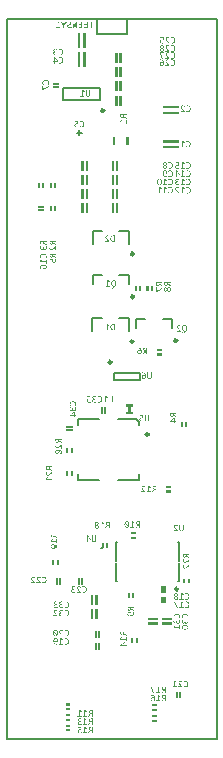
<source format=gbo>
G04 Layer_Color=32896*
%FSLAX24Y24*%
%MOIN*%
G70*
G01*
G75*
%ADD13C,0.0079*%
%ADD40C,0.0010*%
%ADD63C,0.0098*%
G36*
X34206Y43189D02*
X34084D01*
Y43214D01*
X34177D01*
Y43288D01*
X34088D01*
Y43312D01*
X34177D01*
Y43379D01*
X34084D01*
Y43403D01*
X34206D01*
Y43189D01*
D02*
G37*
G36*
X34021D02*
X33900D01*
Y43214D01*
X33992D01*
Y43288D01*
X33903D01*
Y43312D01*
X33992D01*
Y43379D01*
X33900D01*
Y43403D01*
X34021D01*
Y43189D01*
D02*
G37*
G36*
X33850D02*
X33821D01*
Y43257D01*
Y43366D01*
X33804Y43323D01*
X33744Y43189D01*
X33704D01*
Y43403D01*
X33733D01*
Y43342D01*
Y43227D01*
X33754Y43276D01*
X33811Y43403D01*
X33850D01*
Y43189D01*
D02*
G37*
G36*
X34409Y43378D02*
X34346D01*
Y43189D01*
X34317D01*
Y43378D01*
X34253D01*
Y43403D01*
X34409D01*
Y43378D01*
D02*
G37*
G36*
X33592Y43406D02*
X33599Y43406D01*
X33605Y43405D01*
X33610Y43404D01*
X33615Y43402D01*
X33618Y43402D01*
X33620Y43401D01*
X33621Y43401D01*
X33626Y43399D01*
X33631Y43397D01*
X33635Y43394D01*
X33639Y43393D01*
X33642Y43391D01*
X33644Y43389D01*
X33645Y43388D01*
X33646Y43387D01*
X33649Y43384D01*
X33652Y43381D01*
X33654Y43378D01*
X33656Y43375D01*
X33658Y43373D01*
X33659Y43371D01*
X33660Y43369D01*
X33660Y43369D01*
X33661Y43365D01*
X33662Y43361D01*
X33663Y43357D01*
X33664Y43354D01*
Y43351D01*
X33664Y43349D01*
Y43348D01*
Y43347D01*
X33664Y43343D01*
X33663Y43338D01*
X33663Y43335D01*
X33662Y43331D01*
X33661Y43329D01*
X33660Y43327D01*
X33660Y43326D01*
Y43325D01*
X33655Y43319D01*
X33653Y43316D01*
X33651Y43314D01*
X33650Y43312D01*
X33648Y43310D01*
X33647Y43310D01*
X33647Y43309D01*
X33641Y43305D01*
X33635Y43301D01*
X33632Y43299D01*
X33630Y43298D01*
X33629Y43298D01*
X33629Y43297D01*
X33621Y43294D01*
X33618Y43292D01*
X33615Y43291D01*
X33612Y43290D01*
X33610Y43289D01*
X33609Y43288D01*
X33608Y43288D01*
X33601Y43285D01*
X33597Y43283D01*
X33594Y43282D01*
X33592Y43281D01*
X33589Y43280D01*
X33588Y43280D01*
X33588Y43280D01*
X33581Y43277D01*
X33578Y43275D01*
X33575Y43274D01*
X33573Y43273D01*
X33571Y43272D01*
X33570Y43271D01*
X33570Y43271D01*
X33565Y43267D01*
X33560Y43264D01*
X33559Y43262D01*
X33558Y43261D01*
X33557Y43260D01*
X33557Y43260D01*
X33555Y43258D01*
X33554Y43255D01*
X33553Y43250D01*
X33552Y43248D01*
X33552Y43247D01*
Y43245D01*
Y43245D01*
X33552Y43239D01*
X33554Y43235D01*
X33554Y43233D01*
X33555Y43232D01*
X33555Y43231D01*
Y43231D01*
X33558Y43227D01*
X33561Y43223D01*
X33563Y43221D01*
X33564Y43220D01*
X33564Y43220D01*
X33569Y43217D01*
X33575Y43215D01*
X33577Y43215D01*
X33579Y43214D01*
X33580Y43214D01*
X33580D01*
X33584Y43213D01*
X33588Y43212D01*
X33592Y43212D01*
X33596D01*
X33600Y43212D01*
X33612D01*
X33618Y43212D01*
X33624Y43212D01*
X33630Y43213D01*
X33634Y43213D01*
X33637Y43214D01*
X33639Y43214D01*
X33640D01*
X33645Y43215D01*
X33650Y43216D01*
X33655Y43217D01*
X33659Y43219D01*
X33662Y43220D01*
X33664Y43221D01*
X33666Y43221D01*
X33667Y43222D01*
Y43194D01*
X33663Y43192D01*
X33659Y43192D01*
X33657Y43191D01*
X33656Y43191D01*
X33655Y43191D01*
X33654D01*
X33649Y43189D01*
X33645Y43189D01*
X33643Y43189D01*
X33641Y43188D01*
X33640D01*
X33634Y43188D01*
X33629Y43187D01*
X33627D01*
X33625Y43187D01*
X33624D01*
X33618Y43186D01*
X33615D01*
X33612Y43186D01*
X33600D01*
X33593Y43186D01*
X33587Y43187D01*
X33582Y43188D01*
X33578Y43188D01*
X33575Y43189D01*
X33573Y43189D01*
X33572D01*
X33567Y43191D01*
X33562Y43193D01*
X33557Y43195D01*
X33553Y43197D01*
X33550Y43198D01*
X33547Y43200D01*
X33546Y43200D01*
X33545Y43201D01*
X33542Y43204D01*
X33538Y43207D01*
X33535Y43210D01*
X33533Y43214D01*
X33531Y43216D01*
X33529Y43218D01*
X33529Y43220D01*
X33528Y43220D01*
X33526Y43225D01*
X33524Y43229D01*
X33523Y43234D01*
X33522Y43238D01*
X33522Y43242D01*
X33522Y43244D01*
Y43246D01*
Y43247D01*
X33522Y43252D01*
X33522Y43256D01*
X33523Y43260D01*
X33524Y43263D01*
X33525Y43265D01*
X33526Y43267D01*
X33526Y43268D01*
X33527Y43269D01*
X33531Y43275D01*
X33533Y43278D01*
X33535Y43281D01*
X33537Y43283D01*
X33538Y43284D01*
X33539Y43285D01*
X33540Y43285D01*
X33546Y43290D01*
X33551Y43294D01*
X33554Y43295D01*
X33556Y43296D01*
X33557Y43297D01*
X33557Y43297D01*
X33565Y43301D01*
X33568Y43302D01*
X33572Y43304D01*
X33574Y43305D01*
X33576Y43306D01*
X33578Y43306D01*
X33578D01*
X33586Y43310D01*
X33589Y43311D01*
X33592Y43313D01*
X33595Y43313D01*
X33597Y43314D01*
X33598Y43315D01*
X33598D01*
X33605Y43318D01*
X33608Y43320D01*
X33611Y43321D01*
X33613Y43322D01*
X33615Y43323D01*
X33616Y43323D01*
X33616Y43324D01*
X33622Y43328D01*
X33626Y43331D01*
X33627Y43333D01*
X33628Y43334D01*
X33629Y43335D01*
X33629Y43335D01*
X33631Y43338D01*
X33632Y43340D01*
X33633Y43345D01*
X33633Y43347D01*
X33634Y43348D01*
Y43349D01*
Y43350D01*
X33633Y43355D01*
X33632Y43359D01*
X33630Y43363D01*
X33628Y43366D01*
X33626Y43369D01*
X33624Y43371D01*
X33623Y43372D01*
X33622Y43373D01*
X33617Y43375D01*
X33612Y43378D01*
X33605Y43379D01*
X33599Y43380D01*
X33594Y43381D01*
X33590Y43381D01*
X33585D01*
X33577Y43381D01*
X33572Y43380D01*
X33568D01*
X33565Y43380D01*
X33563Y43379D01*
X33561Y43379D01*
X33561D01*
X33552Y43378D01*
X33547Y43376D01*
X33544Y43376D01*
X33540Y43375D01*
X33538Y43374D01*
X33536Y43374D01*
X33535D01*
Y43400D01*
X33540Y43401D01*
X33544Y43401D01*
X33545Y43402D01*
X33546Y43402D01*
X33547D01*
X33552Y43403D01*
X33556Y43404D01*
X33558D01*
X33559Y43404D01*
X33560D01*
X33565Y43405D01*
X33569Y43405D01*
X33571Y43406D01*
X33573D01*
X33577Y43406D01*
X33581Y43406D01*
X33585D01*
X33592Y43406D01*
D02*
G37*
G36*
X36073Y27933D02*
X36080Y27933D01*
X36086Y27931D01*
X36091Y27930D01*
X36096Y27929D01*
X36099Y27927D01*
X36101Y27926D01*
X36102Y27926D01*
X36108Y27923D01*
X36113Y27919D01*
X36118Y27916D01*
X36122Y27913D01*
X36125Y27910D01*
X36127Y27908D01*
X36129Y27906D01*
X36130Y27905D01*
X36114Y27887D01*
X36111Y27890D01*
X36107Y27893D01*
X36104Y27896D01*
X36100Y27898D01*
X36097Y27900D01*
X36096Y27901D01*
X36094Y27902D01*
X36094Y27902D01*
X36089Y27904D01*
X36085Y27906D01*
X36081Y27907D01*
X36077Y27908D01*
X36074Y27908D01*
X36071Y27909D01*
X36069D01*
X36062Y27908D01*
X36059Y27907D01*
X36057Y27907D01*
X36055Y27906D01*
X36053Y27905D01*
X36053Y27905D01*
X36052D01*
X36047Y27902D01*
X36044Y27900D01*
X36041Y27897D01*
X36041Y27897D01*
Y27897D01*
X36038Y27892D01*
X36035Y27888D01*
X36035Y27887D01*
X36034Y27885D01*
X36034Y27884D01*
Y27884D01*
X36032Y27879D01*
X36032Y27874D01*
X36031Y27872D01*
Y27871D01*
Y27870D01*
Y27869D01*
X36032Y27863D01*
X36032Y27861D01*
Y27858D01*
X36033Y27856D01*
X36033Y27855D01*
X36033Y27854D01*
Y27854D01*
X36035Y27848D01*
X36037Y27843D01*
X36038Y27841D01*
X36039Y27840D01*
X36039Y27839D01*
X36040Y27838D01*
X36044Y27832D01*
X36048Y27826D01*
X36050Y27824D01*
X36051Y27822D01*
X36053Y27821D01*
X36053Y27820D01*
X36056Y27816D01*
X36060Y27813D01*
X36064Y27809D01*
X36067Y27805D01*
X36070Y27802D01*
X36073Y27799D01*
X36074Y27798D01*
X36075Y27797D01*
X36130Y27742D01*
Y27717D01*
X35989D01*
Y27744D01*
X36093D01*
X36054Y27781D01*
X36049Y27786D01*
X36045Y27791D01*
X36041Y27795D01*
X36038Y27799D01*
X36035Y27802D01*
X36033Y27804D01*
X36031Y27806D01*
X36031Y27806D01*
X36027Y27810D01*
X36024Y27814D01*
X36021Y27818D01*
X36019Y27821D01*
X36017Y27824D01*
X36015Y27826D01*
X36015Y27827D01*
X36014Y27828D01*
X36010Y27835D01*
X36008Y27839D01*
X36007Y27842D01*
X36006Y27844D01*
X36005Y27846D01*
X36004Y27848D01*
Y27848D01*
X36002Y27856D01*
X36001Y27860D01*
X36001Y27864D01*
X36001Y27867D01*
Y27869D01*
Y27871D01*
Y27871D01*
X36001Y27877D01*
X36001Y27882D01*
X36002Y27886D01*
X36003Y27890D01*
X36004Y27893D01*
X36005Y27895D01*
X36005Y27897D01*
X36006Y27897D01*
X36008Y27902D01*
X36010Y27905D01*
X36012Y27909D01*
X36014Y27912D01*
X36016Y27914D01*
X36017Y27915D01*
X36018Y27917D01*
X36019Y27917D01*
X36026Y27922D01*
X36029Y27924D01*
X36032Y27926D01*
X36035Y27927D01*
X36037Y27929D01*
X36039Y27929D01*
X36039D01*
X36044Y27931D01*
X36048Y27932D01*
X36053Y27933D01*
X36056Y27933D01*
X36060D01*
X36063Y27934D01*
X36065D01*
X36073Y27933D01*
D02*
G37*
G36*
X36318Y27896D02*
X36307Y27872D01*
X36255Y27900D01*
Y27743D01*
X36311D01*
Y27717D01*
X36176D01*
Y27743D01*
X36224D01*
Y27932D01*
X36249D01*
X36318Y27896D01*
D02*
G37*
G36*
X37165Y30325D02*
X37070D01*
Y30312D01*
X37070Y30307D01*
X37071Y30304D01*
X37071Y30302D01*
Y30301D01*
X37071Y30301D01*
Y30300D01*
X37072Y30296D01*
X37074Y30293D01*
X37075Y30291D01*
X37076Y30291D01*
X37078Y30288D01*
X37081Y30285D01*
X37083Y30283D01*
X37084Y30283D01*
X37084D01*
X37088Y30280D01*
X37092Y30277D01*
X37094Y30276D01*
X37095Y30276D01*
X37097Y30275D01*
X37097D01*
X37165Y30243D01*
Y30210D01*
X37095Y30244D01*
X37090Y30246D01*
X37086Y30249D01*
X37083Y30251D01*
X37080Y30253D01*
X37077Y30255D01*
X37076Y30256D01*
X37075Y30257D01*
X37074Y30257D01*
X37072Y30259D01*
X37069Y30262D01*
X37067Y30264D01*
X37066Y30267D01*
X37065Y30269D01*
X37064Y30271D01*
X37063Y30272D01*
Y30272D01*
X37062Y30268D01*
X37061Y30264D01*
X37059Y30261D01*
X37058Y30258D01*
X37057Y30256D01*
X37056Y30254D01*
X37056Y30253D01*
X37055Y30253D01*
X37051Y30246D01*
X37049Y30244D01*
X37047Y30242D01*
X37045Y30240D01*
X37044Y30239D01*
X37043Y30238D01*
X37043Y30238D01*
X37037Y30234D01*
X37032Y30231D01*
X37030Y30230D01*
X37028Y30230D01*
X37027Y30229D01*
X37027D01*
X37020Y30227D01*
X37017Y30227D01*
X37014Y30226D01*
X37011Y30226D01*
X37003D01*
X36999Y30227D01*
X36994Y30227D01*
X36991Y30228D01*
X36988Y30229D01*
X36986Y30230D01*
X36985Y30230D01*
X36984Y30230D01*
X36981Y30232D01*
X36977Y30234D01*
X36975Y30236D01*
X36972Y30238D01*
X36970Y30240D01*
X36968Y30241D01*
X36967Y30243D01*
X36967Y30243D01*
X36964Y30246D01*
X36962Y30250D01*
X36960Y30254D01*
X36958Y30257D01*
X36957Y30260D01*
X36956Y30263D01*
X36955Y30264D01*
Y30265D01*
X36954Y30270D01*
X36953Y30276D01*
X36952Y30281D01*
X36951Y30286D01*
Y30291D01*
X36951Y30294D01*
Y30296D01*
Y30297D01*
Y30297D01*
Y30354D01*
X37165D01*
Y30325D01*
D02*
G37*
G36*
X37118Y30087D02*
X37165D01*
Y30058D01*
X37118D01*
Y30022D01*
X37093D01*
Y30058D01*
X36951D01*
Y30099D01*
X37093Y30191D01*
X37118D01*
Y30087D01*
D02*
G37*
G36*
X32398Y24902D02*
X32405Y24901D01*
X32411Y24900D01*
X32417Y24899D01*
X32421Y24897D01*
X32425Y24895D01*
X32427Y24895D01*
X32428Y24894D01*
X32433Y24891D01*
X32439Y24888D01*
X32443Y24884D01*
X32447Y24881D01*
X32451Y24879D01*
X32453Y24876D01*
X32455Y24874D01*
X32455Y24874D01*
X32440Y24855D01*
X32436Y24859D01*
X32433Y24862D01*
X32429Y24864D01*
X32426Y24867D01*
X32423Y24869D01*
X32421Y24870D01*
X32420Y24871D01*
X32419Y24871D01*
X32415Y24873D01*
X32411Y24874D01*
X32406Y24876D01*
X32403Y24876D01*
X32399Y24877D01*
X32397Y24877D01*
X32394D01*
X32388Y24877D01*
X32385Y24876D01*
X32382Y24876D01*
X32380Y24875D01*
X32379Y24874D01*
X32378Y24874D01*
X32378D01*
X32373Y24871D01*
X32369Y24868D01*
X32367Y24866D01*
X32366Y24866D01*
Y24865D01*
X32363Y24861D01*
X32361Y24857D01*
X32360Y24855D01*
X32360Y24854D01*
X32359Y24853D01*
Y24852D01*
X32358Y24847D01*
X32357Y24842D01*
X32357Y24841D01*
Y24839D01*
Y24838D01*
Y24838D01*
X32357Y24832D01*
X32358Y24829D01*
Y24827D01*
X32358Y24825D01*
X32358Y24823D01*
X32359Y24823D01*
Y24822D01*
X32360Y24817D01*
X32363Y24812D01*
X32364Y24810D01*
X32365Y24808D01*
X32365Y24807D01*
X32365Y24807D01*
X32369Y24801D01*
X32373Y24795D01*
X32375Y24792D01*
X32377Y24790D01*
X32378Y24789D01*
X32378Y24789D01*
X32382Y24785D01*
X32385Y24781D01*
X32389Y24777D01*
X32393Y24774D01*
X32396Y24770D01*
X32398Y24768D01*
X32400Y24766D01*
X32401Y24766D01*
X32456Y24710D01*
Y24685D01*
X32315D01*
Y24712D01*
X32419D01*
X32380Y24750D01*
X32375Y24755D01*
X32371Y24760D01*
X32367Y24764D01*
X32363Y24767D01*
X32360Y24770D01*
X32358Y24773D01*
X32357Y24774D01*
X32357Y24775D01*
X32353Y24779D01*
X32350Y24783D01*
X32347Y24786D01*
X32344Y24789D01*
X32342Y24792D01*
X32341Y24794D01*
X32340Y24796D01*
X32340Y24796D01*
X32335Y24804D01*
X32334Y24807D01*
X32332Y24810D01*
X32331Y24813D01*
X32330Y24815D01*
X32330Y24816D01*
Y24817D01*
X32328Y24825D01*
X32327Y24829D01*
X32327Y24832D01*
X32326Y24835D01*
Y24838D01*
Y24839D01*
Y24840D01*
X32327Y24845D01*
X32327Y24850D01*
X32328Y24854D01*
X32329Y24858D01*
X32330Y24862D01*
X32330Y24864D01*
X32331Y24866D01*
X32331Y24866D01*
X32333Y24870D01*
X32335Y24874D01*
X32337Y24877D01*
X32339Y24880D01*
X32341Y24882D01*
X32343Y24884D01*
X32344Y24885D01*
X32344Y24885D01*
X32351Y24891D01*
X32354Y24893D01*
X32358Y24895D01*
X32360Y24896D01*
X32363Y24897D01*
X32364Y24898D01*
X32365D01*
X32369Y24899D01*
X32373Y24900D01*
X32378Y24901D01*
X32382Y24902D01*
X32385D01*
X32388Y24902D01*
X32391D01*
X32398Y24902D01*
D02*
G37*
G36*
X32747Y24902D02*
X32754Y24901D01*
X32761Y24899D01*
X32767Y24898D01*
X32772Y24897D01*
X32776Y24895D01*
X32778Y24894D01*
X32778Y24894D01*
X32779D01*
X32785Y24890D01*
X32791Y24887D01*
X32796Y24883D01*
X32800Y24880D01*
X32804Y24876D01*
X32807Y24874D01*
X32808Y24872D01*
X32809Y24871D01*
X32813Y24866D01*
X32817Y24860D01*
X32820Y24854D01*
X32823Y24848D01*
X32825Y24843D01*
X32827Y24839D01*
X32827Y24838D01*
X32828Y24837D01*
X32828Y24836D01*
Y24836D01*
X32830Y24828D01*
X32832Y24820D01*
X32833Y24812D01*
X32834Y24805D01*
X32834Y24799D01*
Y24796D01*
X32835Y24794D01*
Y24792D01*
Y24791D01*
Y24790D01*
Y24789D01*
X32834Y24780D01*
X32833Y24771D01*
X32832Y24762D01*
X32831Y24755D01*
X32829Y24747D01*
X32827Y24741D01*
X32825Y24735D01*
X32822Y24730D01*
X32820Y24725D01*
X32818Y24721D01*
X32816Y24717D01*
X32814Y24714D01*
X32813Y24712D01*
X32812Y24710D01*
X32811Y24710D01*
X32810Y24709D01*
X32806Y24705D01*
X32800Y24700D01*
X32795Y24697D01*
X32789Y24694D01*
X32784Y24691D01*
X32778Y24689D01*
X32772Y24687D01*
X32766Y24686D01*
X32761Y24685D01*
X32756Y24684D01*
X32752Y24683D01*
X32748Y24683D01*
X32745Y24682D01*
X32741D01*
X32730Y24683D01*
X32720Y24684D01*
X32711Y24686D01*
X32703Y24688D01*
X32699Y24689D01*
X32696Y24690D01*
X32693Y24691D01*
X32691Y24692D01*
X32689Y24692D01*
X32688Y24693D01*
X32687Y24693D01*
X32686D01*
Y24721D01*
X32695Y24717D01*
X32699Y24715D01*
X32703Y24714D01*
X32706Y24713D01*
X32709Y24712D01*
X32710Y24712D01*
X32711D01*
X32721Y24710D01*
X32725Y24709D01*
X32729Y24709D01*
X32732Y24708D01*
X32737D01*
X32743Y24709D01*
X32749Y24709D01*
X32759Y24712D01*
X32767Y24715D01*
X32774Y24719D01*
X32777Y24721D01*
X32780Y24723D01*
X32782Y24725D01*
X32784Y24726D01*
X32785Y24728D01*
X32786Y24729D01*
X32786Y24729D01*
X32787Y24730D01*
X32790Y24734D01*
X32792Y24738D01*
X32796Y24748D01*
X32799Y24759D01*
X32801Y24769D01*
X32802Y24773D01*
X32803Y24778D01*
X32803Y24782D01*
Y24785D01*
X32804Y24788D01*
Y24790D01*
Y24792D01*
Y24792D01*
X32803Y24799D01*
X32803Y24806D01*
X32802Y24812D01*
X32801Y24818D01*
X32800Y24822D01*
X32800Y24825D01*
X32799Y24827D01*
Y24827D01*
X32797Y24833D01*
X32795Y24838D01*
X32793Y24842D01*
X32791Y24846D01*
X32789Y24849D01*
X32788Y24852D01*
X32787Y24853D01*
X32786Y24854D01*
X32783Y24857D01*
X32779Y24861D01*
X32776Y24864D01*
X32772Y24866D01*
X32769Y24868D01*
X32767Y24869D01*
X32766Y24870D01*
X32765Y24870D01*
X32761Y24872D01*
X32756Y24874D01*
X32751Y24874D01*
X32747Y24875D01*
X32743Y24876D01*
X32741Y24876D01*
X32733D01*
X32728Y24876D01*
X32723Y24875D01*
X32719Y24874D01*
X32716Y24874D01*
X32713Y24873D01*
X32711Y24872D01*
X32711D01*
X32702Y24869D01*
X32698Y24868D01*
X32694Y24866D01*
X32691Y24865D01*
X32688Y24864D01*
X32687Y24863D01*
X32686Y24863D01*
Y24892D01*
X32695Y24895D01*
X32699Y24896D01*
X32703Y24897D01*
X32707Y24898D01*
X32709Y24899D01*
X32711Y24899D01*
X32711D01*
X32721Y24901D01*
X32726Y24901D01*
X32730Y24902D01*
X32734Y24902D01*
X32739D01*
X32747Y24902D01*
D02*
G37*
G36*
X34086Y24587D02*
X34093Y24586D01*
X34100Y24584D01*
X34106Y24583D01*
X34110Y24582D01*
X34114Y24580D01*
X34116Y24579D01*
X34117Y24579D01*
X34117D01*
X34124Y24576D01*
X34129Y24572D01*
X34134Y24568D01*
X34139Y24565D01*
X34143Y24561D01*
X34145Y24559D01*
X34147Y24557D01*
X34148Y24556D01*
X34152Y24551D01*
X34156Y24545D01*
X34159Y24539D01*
X34162Y24533D01*
X34164Y24528D01*
X34166Y24524D01*
X34166Y24523D01*
X34166Y24522D01*
X34167Y24521D01*
Y24521D01*
X34169Y24513D01*
X34171Y24505D01*
X34172Y24497D01*
X34172Y24490D01*
X34173Y24484D01*
Y24481D01*
X34173Y24479D01*
Y24477D01*
Y24476D01*
Y24475D01*
Y24475D01*
X34173Y24465D01*
X34172Y24456D01*
X34171Y24447D01*
X34169Y24440D01*
X34167Y24432D01*
X34166Y24426D01*
X34163Y24420D01*
X34161Y24415D01*
X34159Y24410D01*
X34157Y24406D01*
X34155Y24402D01*
X34153Y24399D01*
X34151Y24397D01*
X34150Y24395D01*
X34149Y24395D01*
X34149Y24394D01*
X34144Y24390D01*
X34139Y24385D01*
X34134Y24382D01*
X34128Y24379D01*
X34122Y24376D01*
X34116Y24374D01*
X34111Y24372D01*
X34105Y24371D01*
X34100Y24370D01*
X34095Y24369D01*
X34090Y24368D01*
X34087Y24368D01*
X34083Y24367D01*
X34079D01*
X34069Y24368D01*
X34059Y24369D01*
X34050Y24371D01*
X34042Y24373D01*
X34038Y24374D01*
X34035Y24375D01*
X34032Y24376D01*
X34030Y24377D01*
X34028Y24377D01*
X34026Y24378D01*
X34025Y24378D01*
X34025D01*
Y24406D01*
X34034Y24402D01*
X34038Y24400D01*
X34042Y24399D01*
X34045Y24398D01*
X34047Y24397D01*
X34049Y24397D01*
X34050D01*
X34059Y24395D01*
X34063Y24394D01*
X34067Y24394D01*
X34071Y24393D01*
X34076D01*
X34081Y24394D01*
X34087Y24394D01*
X34097Y24397D01*
X34106Y24400D01*
X34113Y24404D01*
X34116Y24406D01*
X34118Y24408D01*
X34120Y24410D01*
X34122Y24411D01*
X34123Y24413D01*
X34124Y24414D01*
X34125Y24414D01*
X34125Y24415D01*
X34128Y24419D01*
X34131Y24423D01*
X34135Y24433D01*
X34138Y24444D01*
X34140Y24454D01*
X34141Y24458D01*
X34141Y24463D01*
X34142Y24467D01*
Y24470D01*
X34142Y24473D01*
Y24475D01*
Y24477D01*
Y24477D01*
X34142Y24485D01*
X34141Y24491D01*
X34141Y24497D01*
X34140Y24503D01*
X34139Y24507D01*
X34139Y24510D01*
X34138Y24512D01*
Y24513D01*
X34136Y24518D01*
X34134Y24523D01*
X34132Y24528D01*
X34129Y24531D01*
X34128Y24534D01*
X34126Y24537D01*
X34125Y24538D01*
X34125Y24539D01*
X34121Y24542D01*
X34118Y24546D01*
X34114Y24549D01*
X34111Y24551D01*
X34108Y24553D01*
X34106Y24554D01*
X34104Y24555D01*
X34104Y24555D01*
X34099Y24557D01*
X34094Y24559D01*
X34090Y24559D01*
X34085Y24560D01*
X34082Y24561D01*
X34079Y24561D01*
X34071D01*
X34066Y24561D01*
X34061Y24560D01*
X34058Y24559D01*
X34054Y24559D01*
X34052Y24558D01*
X34050Y24557D01*
X34050D01*
X34040Y24554D01*
X34036Y24553D01*
X34033Y24551D01*
X34030Y24550D01*
X34027Y24549D01*
X34025Y24548D01*
X34025Y24548D01*
Y24577D01*
X34034Y24580D01*
X34038Y24581D01*
X34042Y24582D01*
X34045Y24583D01*
X34048Y24584D01*
X34049Y24584D01*
X34050D01*
X34060Y24586D01*
X34064Y24586D01*
X34068Y24587D01*
X34072Y24587D01*
X34078D01*
X34086Y24587D01*
D02*
G37*
G36*
X32583Y24902D02*
X32590Y24901D01*
X32596Y24900D01*
X32602Y24899D01*
X32606Y24897D01*
X32610Y24895D01*
X32612Y24895D01*
X32612Y24894D01*
X32618Y24891D01*
X32623Y24888D01*
X32628Y24884D01*
X32632Y24881D01*
X32635Y24879D01*
X32638Y24876D01*
X32640Y24874D01*
X32640Y24874D01*
X32624Y24855D01*
X32621Y24859D01*
X32617Y24862D01*
X32614Y24864D01*
X32610Y24867D01*
X32608Y24869D01*
X32606Y24870D01*
X32604Y24871D01*
X32604Y24871D01*
X32600Y24873D01*
X32595Y24874D01*
X32591Y24876D01*
X32587Y24876D01*
X32584Y24877D01*
X32581Y24877D01*
X32579D01*
X32572Y24877D01*
X32569Y24876D01*
X32567Y24876D01*
X32565Y24875D01*
X32564Y24874D01*
X32563Y24874D01*
X32562D01*
X32557Y24871D01*
X32554Y24868D01*
X32552Y24866D01*
X32551Y24866D01*
Y24865D01*
X32548Y24861D01*
X32545Y24857D01*
X32545Y24855D01*
X32544Y24854D01*
X32544Y24853D01*
Y24852D01*
X32542Y24847D01*
X32542Y24842D01*
X32542Y24841D01*
Y24839D01*
Y24838D01*
Y24838D01*
X32542Y24832D01*
X32542Y24829D01*
Y24827D01*
X32543Y24825D01*
X32543Y24823D01*
X32544Y24823D01*
Y24822D01*
X32545Y24817D01*
X32547Y24812D01*
X32549Y24810D01*
X32549Y24808D01*
X32550Y24807D01*
X32550Y24807D01*
X32554Y24801D01*
X32558Y24795D01*
X32560Y24792D01*
X32562Y24790D01*
X32563Y24789D01*
X32563Y24789D01*
X32567Y24785D01*
X32570Y24781D01*
X32574Y24777D01*
X32577Y24774D01*
X32580Y24770D01*
X32583Y24768D01*
X32585Y24766D01*
X32585Y24766D01*
X32641Y24710D01*
Y24685D01*
X32499D01*
Y24712D01*
X32603D01*
X32565Y24750D01*
X32560Y24755D01*
X32555Y24760D01*
X32551Y24764D01*
X32548Y24767D01*
X32545Y24770D01*
X32543Y24773D01*
X32542Y24774D01*
X32541Y24775D01*
X32537Y24779D01*
X32534Y24783D01*
X32531Y24786D01*
X32529Y24789D01*
X32527Y24792D01*
X32526Y24794D01*
X32525Y24796D01*
X32524Y24796D01*
X32520Y24804D01*
X32518Y24807D01*
X32517Y24810D01*
X32516Y24813D01*
X32515Y24815D01*
X32514Y24816D01*
Y24817D01*
X32512Y24825D01*
X32512Y24829D01*
X32511Y24832D01*
X32511Y24835D01*
Y24838D01*
Y24839D01*
Y24840D01*
X32511Y24845D01*
X32512Y24850D01*
X32512Y24854D01*
X32513Y24858D01*
X32514Y24862D01*
X32515Y24864D01*
X32516Y24866D01*
X32516Y24866D01*
X32518Y24870D01*
X32520Y24874D01*
X32522Y24877D01*
X32524Y24880D01*
X32526Y24882D01*
X32527Y24884D01*
X32529Y24885D01*
X32529Y24885D01*
X32536Y24891D01*
X32539Y24893D01*
X32542Y24895D01*
X32545Y24896D01*
X32547Y24897D01*
X32549Y24898D01*
X32549D01*
X32554Y24899D01*
X32558Y24900D01*
X32563Y24901D01*
X32567Y24902D01*
X32570D01*
X32573Y24902D01*
X32575D01*
X32583Y24902D01*
D02*
G37*
G36*
X33189Y26309D02*
X33093D01*
Y26296D01*
X33094Y26291D01*
X33094Y26288D01*
X33095Y26286D01*
Y26285D01*
X33095Y26285D01*
Y26284D01*
X33096Y26281D01*
X33098Y26278D01*
X33099Y26276D01*
X33099Y26275D01*
X33102Y26272D01*
X33105Y26269D01*
X33107Y26268D01*
X33107Y26267D01*
X33108D01*
X33112Y26264D01*
X33116Y26261D01*
X33118Y26261D01*
X33119Y26260D01*
X33120Y26259D01*
X33121D01*
X33189Y26227D01*
Y26194D01*
X33118Y26228D01*
X33114Y26231D01*
X33110Y26233D01*
X33106Y26235D01*
X33103Y26237D01*
X33101Y26239D01*
X33100Y26240D01*
X33098Y26241D01*
X33098Y26241D01*
X33095Y26244D01*
X33093Y26246D01*
X33091Y26249D01*
X33090Y26251D01*
X33088Y26253D01*
X33088Y26255D01*
X33087Y26256D01*
Y26256D01*
X33086Y26252D01*
X33085Y26249D01*
X33083Y26245D01*
X33082Y26243D01*
X33081Y26240D01*
X33080Y26238D01*
X33079Y26237D01*
X33079Y26237D01*
X33075Y26231D01*
X33073Y26228D01*
X33071Y26226D01*
X33069Y26225D01*
X33068Y26223D01*
X33067Y26223D01*
X33066Y26222D01*
X33061Y26218D01*
X33056Y26216D01*
X33053Y26215D01*
X33052Y26214D01*
X33051Y26213D01*
X33050D01*
X33043Y26211D01*
X33040Y26211D01*
X33037Y26211D01*
X33035Y26210D01*
X33027D01*
X33022Y26211D01*
X33018Y26211D01*
X33015Y26212D01*
X33012Y26213D01*
X33010Y26214D01*
X33008Y26214D01*
X33008Y26215D01*
X33004Y26216D01*
X33001Y26218D01*
X32998Y26220D01*
X32995Y26222D01*
X32993Y26224D01*
X32992Y26226D01*
X32991Y26227D01*
X32990Y26227D01*
X32988Y26231D01*
X32985Y26234D01*
X32984Y26238D01*
X32982Y26241D01*
X32980Y26244D01*
X32980Y26247D01*
X32979Y26248D01*
Y26249D01*
X32977Y26254D01*
X32977Y26260D01*
X32976Y26265D01*
X32975Y26270D01*
Y26275D01*
X32975Y26278D01*
Y26281D01*
Y26281D01*
Y26281D01*
Y26339D01*
X33189D01*
Y26309D01*
D02*
G37*
G36*
X33294Y43368D02*
X33283Y43344D01*
X33231Y43372D01*
Y43215D01*
X33287D01*
Y43189D01*
X33152D01*
Y43215D01*
X33200D01*
Y43404D01*
X33225D01*
X33294Y43368D01*
D02*
G37*
G36*
X33423Y43266D02*
Y43189D01*
X33393D01*
Y43265D01*
X33315Y43403D01*
X33349D01*
X33392Y43322D01*
X33407Y43293D01*
X33423Y43325D01*
X33465Y43403D01*
X33500D01*
X33423Y43266D01*
D02*
G37*
G36*
X33034Y26150D02*
X33006Y26098D01*
X33162D01*
Y26153D01*
X33189D01*
Y26018D01*
X33162D01*
Y26066D01*
X32974D01*
Y26092D01*
X33010Y26160D01*
X33034Y26150D01*
D02*
G37*
G36*
X33053Y25980D02*
X33057Y25980D01*
X33061Y25979D01*
X33064Y25978D01*
X33067Y25978D01*
X33068Y25977D01*
X33069D01*
X33073Y25975D01*
X33077Y25973D01*
X33080Y25971D01*
X33083Y25969D01*
X33086Y25967D01*
X33088Y25966D01*
X33089Y25965D01*
X33089Y25965D01*
X33092Y25961D01*
X33095Y25958D01*
X33097Y25955D01*
X33099Y25952D01*
X33100Y25948D01*
X33101Y25946D01*
X33102Y25945D01*
X33102Y25944D01*
X33104Y25940D01*
X33105Y25935D01*
X33106Y25930D01*
X33106Y25925D01*
X33106Y25921D01*
X33107Y25918D01*
Y25916D01*
Y25915D01*
Y25910D01*
X33106Y25904D01*
X33106Y25899D01*
X33105Y25895D01*
X33105Y25891D01*
X33104Y25889D01*
X33103Y25887D01*
Y25886D01*
X33102Y25881D01*
X33100Y25877D01*
X33098Y25873D01*
X33097Y25869D01*
X33096Y25866D01*
X33095Y25864D01*
X33094Y25863D01*
X33093Y25862D01*
X33100Y25863D01*
X33106Y25864D01*
X33111Y25865D01*
X33116Y25866D01*
X33119Y25867D01*
X33123Y25868D01*
X33125Y25869D01*
X33127Y25870D01*
X33128Y25870D01*
X33132Y25872D01*
X33136Y25875D01*
X33139Y25877D01*
X33142Y25880D01*
X33144Y25882D01*
X33146Y25884D01*
X33147Y25885D01*
X33147Y25886D01*
X33150Y25890D01*
X33153Y25894D01*
X33155Y25899D01*
X33157Y25902D01*
X33158Y25906D01*
X33159Y25909D01*
X33159Y25911D01*
X33160Y25912D01*
X33161Y25918D01*
X33162Y25924D01*
X33163Y25930D01*
X33164Y25935D01*
Y25940D01*
X33164Y25945D01*
Y25946D01*
Y25947D01*
Y25948D01*
Y25948D01*
Y25968D01*
X33189D01*
Y25950D01*
X33189Y25940D01*
X33188Y25930D01*
X33187Y25922D01*
X33186Y25914D01*
X33184Y25908D01*
X33184Y25905D01*
X33184Y25904D01*
X33183Y25902D01*
X33183Y25901D01*
X33182Y25900D01*
Y25900D01*
X33179Y25892D01*
X33176Y25885D01*
X33172Y25879D01*
X33169Y25873D01*
X33166Y25869D01*
X33163Y25866D01*
X33162Y25864D01*
X33161Y25863D01*
X33155Y25858D01*
X33149Y25853D01*
X33143Y25849D01*
X33137Y25846D01*
X33132Y25844D01*
X33128Y25842D01*
X33126Y25841D01*
X33125Y25841D01*
X33124Y25841D01*
X33124D01*
X33115Y25838D01*
X33106Y25836D01*
X33097Y25835D01*
X33088Y25834D01*
X33081Y25833D01*
X33078D01*
X33075Y25833D01*
X33070D01*
X33060Y25833D01*
X33052Y25834D01*
X33044Y25835D01*
X33037Y25836D01*
X33032Y25837D01*
X33028Y25838D01*
X33027Y25838D01*
X33025D01*
X33025Y25839D01*
X33025D01*
X33018Y25841D01*
X33012Y25844D01*
X33007Y25846D01*
X33002Y25849D01*
X32999Y25851D01*
X32996Y25853D01*
X32995Y25854D01*
X32994Y25854D01*
X32990Y25858D01*
X32987Y25862D01*
X32984Y25866D01*
X32981Y25869D01*
X32979Y25873D01*
X32978Y25875D01*
X32977Y25877D01*
X32977Y25877D01*
X32975Y25882D01*
X32974Y25888D01*
X32973Y25893D01*
X32972Y25897D01*
X32972Y25901D01*
X32972Y25904D01*
Y25906D01*
Y25907D01*
X32972Y25913D01*
X32972Y25918D01*
X32974Y25924D01*
X32974Y25928D01*
X32975Y25932D01*
X32977Y25935D01*
X32977Y25936D01*
X32977Y25937D01*
X32980Y25942D01*
X32982Y25946D01*
X32985Y25950D01*
X32987Y25954D01*
X32989Y25956D01*
X32991Y25958D01*
X32992Y25960D01*
X32993Y25960D01*
X32997Y25964D01*
X33000Y25967D01*
X33004Y25969D01*
X33008Y25971D01*
X33011Y25973D01*
X33013Y25974D01*
X33015Y25975D01*
X33015Y25975D01*
X33020Y25977D01*
X33025Y25978D01*
X33030Y25980D01*
X33034Y25980D01*
X33038Y25980D01*
X33040Y25981D01*
X33048D01*
X33053Y25980D01*
D02*
G37*
G36*
X35039Y30709D02*
X34916D01*
Y30734D01*
X35010D01*
Y30923D01*
X35039D01*
Y30709D01*
D02*
G37*
G36*
X36260Y30149D02*
Y30142D01*
X36259Y30137D01*
X36259Y30132D01*
X36258Y30128D01*
X36257Y30124D01*
X36257Y30121D01*
X36256Y30119D01*
Y30119D01*
X36254Y30114D01*
X36253Y30109D01*
X36250Y30106D01*
X36248Y30102D01*
X36246Y30099D01*
X36245Y30097D01*
X36244Y30096D01*
X36243Y30096D01*
X36240Y30092D01*
X36236Y30089D01*
X36232Y30087D01*
X36229Y30085D01*
X36226Y30083D01*
X36223Y30082D01*
X36221Y30081D01*
X36221Y30081D01*
X36215Y30079D01*
X36209Y30078D01*
X36204Y30077D01*
X36198Y30076D01*
X36193Y30076D01*
X36190Y30076D01*
X36186D01*
X36180Y30076D01*
X36174Y30076D01*
X36168Y30077D01*
X36164Y30078D01*
X36160Y30080D01*
X36157Y30080D01*
X36155Y30081D01*
X36155Y30081D01*
X36150Y30083D01*
X36145Y30086D01*
X36141Y30088D01*
X36137Y30091D01*
X36135Y30093D01*
X36132Y30095D01*
X36131Y30096D01*
X36131Y30096D01*
X36127Y30101D01*
X36124Y30104D01*
X36122Y30109D01*
X36120Y30113D01*
X36118Y30116D01*
X36117Y30119D01*
X36117Y30120D01*
X36116Y30121D01*
X36114Y30126D01*
X36113Y30132D01*
X36112Y30137D01*
X36112Y30142D01*
X36111Y30147D01*
X36111Y30150D01*
Y30152D01*
Y30153D01*
Y30153D01*
Y30293D01*
X36140D01*
Y30151D01*
X36140Y30143D01*
X36142Y30135D01*
X36143Y30129D01*
X36145Y30123D01*
X36148Y30119D01*
X36149Y30116D01*
X36151Y30114D01*
X36151Y30114D01*
X36156Y30109D01*
X36161Y30106D01*
X36167Y30104D01*
X36173Y30102D01*
X36178Y30101D01*
X36182Y30101D01*
X36183Y30100D01*
X36190D01*
X36194Y30101D01*
X36198Y30101D01*
X36201Y30102D01*
X36203Y30103D01*
X36205Y30103D01*
X36206Y30103D01*
X36207D01*
X36213Y30106D01*
X36215Y30108D01*
X36217Y30109D01*
X36218Y30111D01*
X36220Y30112D01*
X36220Y30113D01*
X36221Y30113D01*
X36224Y30118D01*
X36226Y30123D01*
X36227Y30126D01*
X36228Y30127D01*
X36228Y30128D01*
Y30129D01*
X36230Y30136D01*
X36230Y30140D01*
Y30143D01*
X36231Y30146D01*
Y30149D01*
Y30151D01*
Y30151D01*
Y30293D01*
X36260D01*
Y30149D01*
D02*
G37*
G36*
X33772Y30283D02*
X33819D01*
Y30254D01*
X33772D01*
Y30218D01*
X33747D01*
Y30254D01*
X33605D01*
Y30295D01*
X33747Y30387D01*
X33772D01*
Y30283D01*
D02*
G37*
G36*
X34871Y30888D02*
X34861Y30864D01*
X34809Y30892D01*
Y30735D01*
X34864D01*
Y30709D01*
X34729D01*
Y30735D01*
X34777D01*
Y30924D01*
X34803D01*
X34871Y30888D01*
D02*
G37*
G36*
X36060Y30183D02*
X36019D01*
X36010Y30183D01*
X36002Y30182D01*
X35995Y30180D01*
X35989Y30179D01*
X35984Y30177D01*
X35981Y30176D01*
X35979Y30174D01*
X35978Y30174D01*
X35973Y30170D01*
X35970Y30166D01*
X35967Y30161D01*
X35966Y30156D01*
X35965Y30152D01*
X35964Y30148D01*
X35964Y30146D01*
Y30146D01*
Y30145D01*
Y30141D01*
X35965Y30138D01*
X35965Y30135D01*
X35966Y30132D01*
X35966Y30129D01*
X35967Y30128D01*
X35968Y30127D01*
X35968Y30126D01*
X35971Y30121D01*
X35975Y30116D01*
X35977Y30115D01*
X35978Y30114D01*
X35979Y30113D01*
X35980Y30113D01*
X35985Y30109D01*
X35991Y30106D01*
X35993Y30105D01*
X35995Y30104D01*
X35997Y30104D01*
X35997D01*
X36005Y30102D01*
X36009Y30101D01*
X36013Y30101D01*
X36016Y30101D01*
X36029D01*
X36033Y30101D01*
X36040D01*
X36042Y30101D01*
X36044D01*
X36052Y30103D01*
X36055Y30103D01*
X36058Y30104D01*
X36061Y30104D01*
X36062Y30104D01*
X36064Y30105D01*
X36064D01*
Y30079D01*
X36061Y30078D01*
X36058D01*
X36056Y30078D01*
X36055D01*
X36051Y30078D01*
X36048Y30077D01*
X36045Y30077D01*
X36044D01*
X36041Y30076D01*
X36037D01*
X36034Y30076D01*
X36034D01*
X36029Y30076D01*
X36023D01*
X36016Y30076D01*
X36009Y30076D01*
X36004Y30077D01*
X35998Y30078D01*
X35994Y30079D01*
X35990Y30080D01*
X35988Y30080D01*
X35988Y30081D01*
X35981Y30083D01*
X35976Y30085D01*
X35971Y30088D01*
X35967Y30090D01*
X35964Y30092D01*
X35961Y30094D01*
X35960Y30095D01*
X35959Y30095D01*
X35955Y30099D01*
X35951Y30103D01*
X35948Y30107D01*
X35945Y30110D01*
X35943Y30113D01*
X35941Y30116D01*
X35940Y30118D01*
X35940Y30118D01*
X35938Y30123D01*
X35936Y30128D01*
X35935Y30133D01*
X35934Y30137D01*
X35933Y30141D01*
X35933Y30144D01*
Y30146D01*
Y30147D01*
X35933Y30154D01*
X35934Y30159D01*
X35935Y30164D01*
X35937Y30168D01*
X35938Y30172D01*
X35939Y30174D01*
X35940Y30176D01*
X35940Y30176D01*
X35943Y30180D01*
X35946Y30184D01*
X35949Y30187D01*
X35952Y30190D01*
X35955Y30192D01*
X35957Y30194D01*
X35958Y30195D01*
X35959Y30195D01*
X35963Y30197D01*
X35968Y30200D01*
X35972Y30201D01*
X35976Y30202D01*
X35979Y30204D01*
X35982Y30204D01*
X35984Y30205D01*
X35985D01*
X35995Y30207D01*
X36001Y30207D01*
X36005Y30207D01*
X36009Y30208D01*
X36033D01*
Y30268D01*
X35945D01*
Y30293D01*
X36060D01*
Y30183D01*
D02*
G37*
G36*
X34298Y30813D02*
X34257D01*
X34247Y30813D01*
X34239Y30812D01*
X34232Y30810D01*
X34226Y30808D01*
X34222Y30807D01*
X34218Y30805D01*
X34217Y30804D01*
X34216Y30804D01*
X34211Y30800D01*
X34207Y30795D01*
X34205Y30791D01*
X34203Y30786D01*
X34202Y30782D01*
X34202Y30778D01*
X34201Y30776D01*
Y30775D01*
Y30775D01*
Y30771D01*
X34202Y30768D01*
X34202Y30765D01*
X34203Y30762D01*
X34204Y30759D01*
X34205Y30758D01*
X34205Y30757D01*
X34205Y30756D01*
X34209Y30751D01*
X34213Y30746D01*
X34214Y30745D01*
X34216Y30744D01*
X34217Y30743D01*
X34217Y30742D01*
X34223Y30739D01*
X34228Y30736D01*
X34231Y30735D01*
X34233Y30734D01*
X34234Y30734D01*
X34235D01*
X34243Y30732D01*
X34247Y30731D01*
X34250Y30731D01*
X34253Y30731D01*
X34267D01*
X34271Y30731D01*
X34277D01*
X34280Y30731D01*
X34281D01*
X34289Y30732D01*
X34293Y30733D01*
X34296Y30734D01*
X34298Y30734D01*
X34300Y30734D01*
X34301Y30735D01*
X34301D01*
Y30709D01*
X34298Y30708D01*
X34296D01*
X34293Y30708D01*
X34293D01*
X34289Y30708D01*
X34285Y30707D01*
X34283Y30707D01*
X34282D01*
X34278Y30706D01*
X34275D01*
X34272Y30706D01*
X34271D01*
X34267Y30706D01*
X34261D01*
X34254Y30706D01*
X34247Y30706D01*
X34241Y30707D01*
X34236Y30708D01*
X34231Y30709D01*
X34228Y30710D01*
X34226Y30710D01*
X34225Y30711D01*
X34219Y30713D01*
X34213Y30715D01*
X34209Y30717D01*
X34205Y30720D01*
X34201Y30722D01*
X34199Y30724D01*
X34197Y30725D01*
X34197Y30725D01*
X34192Y30729D01*
X34189Y30733D01*
X34185Y30737D01*
X34182Y30740D01*
X34180Y30743D01*
X34179Y30746D01*
X34178Y30747D01*
X34177Y30748D01*
X34175Y30753D01*
X34174Y30758D01*
X34172Y30763D01*
X34171Y30767D01*
X34171Y30771D01*
X34170Y30774D01*
Y30776D01*
Y30777D01*
X34171Y30784D01*
X34172Y30789D01*
X34173Y30794D01*
X34174Y30798D01*
X34175Y30802D01*
X34177Y30804D01*
X34177Y30806D01*
X34178Y30806D01*
X34180Y30810D01*
X34184Y30814D01*
X34187Y30817D01*
X34190Y30820D01*
X34192Y30822D01*
X34194Y30824D01*
X34196Y30825D01*
X34196Y30825D01*
X34200Y30827D01*
X34205Y30830D01*
X34209Y30831D01*
X34213Y30832D01*
X34217Y30833D01*
X34220Y30834D01*
X34221Y30835D01*
X34222D01*
X34233Y30837D01*
X34238Y30837D01*
X34243Y30837D01*
X34247Y30838D01*
X34271D01*
Y30898D01*
X34182D01*
Y30923D01*
X34298D01*
Y30813D01*
D02*
G37*
G36*
X36057Y31710D02*
X36064Y31709D01*
X36069Y31708D01*
X36074Y31707D01*
X36077Y31706D01*
X36080Y31706D01*
X36080Y31706D01*
X36081D01*
X36087Y31704D01*
X36092Y31702D01*
X36097Y31700D01*
X36101Y31698D01*
X36105Y31696D01*
X36107Y31695D01*
X36109Y31693D01*
X36109Y31693D01*
X36114Y31690D01*
X36117Y31687D01*
X36121Y31683D01*
X36124Y31680D01*
X36126Y31678D01*
X36128Y31675D01*
X36129Y31674D01*
X36130Y31673D01*
X36135Y31665D01*
X36137Y31661D01*
X36139Y31657D01*
X36141Y31653D01*
X36142Y31651D01*
X36142Y31649D01*
X36143Y31649D01*
X36146Y31639D01*
X36147Y31634D01*
X36148Y31629D01*
X36149Y31625D01*
X36149Y31622D01*
X36150Y31620D01*
Y31620D01*
X36151Y31608D01*
X36151Y31603D01*
Y31598D01*
X36152Y31594D01*
Y31591D01*
Y31589D01*
Y31588D01*
Y31588D01*
X36151Y31579D01*
X36151Y31571D01*
X36150Y31564D01*
X36149Y31558D01*
X36149Y31552D01*
X36148Y31548D01*
X36147Y31547D01*
X36147Y31546D01*
Y31546D01*
Y31545D01*
X36145Y31539D01*
X36143Y31533D01*
X36140Y31528D01*
X36138Y31524D01*
X36136Y31520D01*
X36135Y31518D01*
X36134Y31516D01*
X36133Y31516D01*
X36130Y31511D01*
X36126Y31508D01*
X36122Y31505D01*
X36118Y31503D01*
X36115Y31501D01*
X36113Y31500D01*
X36111Y31499D01*
X36110Y31498D01*
X36105Y31496D01*
X36100Y31495D01*
X36094Y31494D01*
X36089Y31494D01*
X36085Y31493D01*
X36082Y31493D01*
X36079D01*
X36073Y31493D01*
X36067Y31494D01*
X36062Y31495D01*
X36057Y31496D01*
X36054Y31497D01*
X36051Y31498D01*
X36049Y31498D01*
X36048Y31498D01*
X36043Y31501D01*
X36039Y31503D01*
X36035Y31506D01*
X36031Y31508D01*
X36028Y31510D01*
X36026Y31512D01*
X36025Y31513D01*
X36024Y31513D01*
X36021Y31517D01*
X36018Y31521D01*
X36015Y31525D01*
X36013Y31528D01*
X36011Y31531D01*
X36010Y31534D01*
X36010Y31536D01*
X36009Y31536D01*
X36007Y31541D01*
X36006Y31546D01*
X36005Y31551D01*
X36005Y31555D01*
X36004Y31558D01*
X36004Y31561D01*
Y31563D01*
Y31564D01*
Y31569D01*
X36005Y31574D01*
X36005Y31578D01*
X36006Y31582D01*
X36006Y31585D01*
X36007Y31588D01*
X36008Y31589D01*
X36008Y31590D01*
X36010Y31594D01*
X36012Y31598D01*
X36014Y31601D01*
X36016Y31604D01*
X36018Y31607D01*
X36019Y31609D01*
X36020Y31610D01*
X36020Y31610D01*
X36023Y31613D01*
X36027Y31616D01*
X36030Y31618D01*
X36033Y31620D01*
X36036Y31621D01*
X36039Y31622D01*
X36040Y31623D01*
X36041Y31623D01*
X36045Y31625D01*
X36050Y31626D01*
X36055Y31627D01*
X36059Y31627D01*
X36063Y31628D01*
X36066Y31628D01*
X36075D01*
X36080Y31627D01*
X36085Y31627D01*
X36090Y31626D01*
X36093Y31625D01*
X36096Y31625D01*
X36098Y31624D01*
X36099D01*
X36104Y31623D01*
X36108Y31621D01*
X36112Y31620D01*
X36115Y31618D01*
X36118Y31617D01*
X36120Y31616D01*
X36122Y31615D01*
X36122Y31615D01*
X36122Y31621D01*
X36121Y31627D01*
X36120Y31632D01*
X36119Y31636D01*
X36118Y31640D01*
X36117Y31643D01*
X36116Y31645D01*
X36115Y31647D01*
X36115Y31647D01*
X36113Y31652D01*
X36111Y31655D01*
X36108Y31659D01*
X36106Y31662D01*
X36104Y31664D01*
X36102Y31666D01*
X36101Y31667D01*
X36100Y31668D01*
X36097Y31671D01*
X36093Y31673D01*
X36089Y31675D01*
X36085Y31677D01*
X36082Y31679D01*
X36079Y31680D01*
X36078Y31680D01*
X36077Y31681D01*
X36072Y31682D01*
X36066Y31683D01*
X36060Y31684D01*
X36055Y31685D01*
X36051D01*
X36047Y31685D01*
X36021D01*
Y31710D01*
X36050D01*
X36057Y31710D01*
D02*
G37*
G36*
X34442Y30926D02*
X34444D01*
X34445Y30925D01*
X34446D01*
X34450Y30924D01*
X34454Y30924D01*
X34456Y30924D01*
X34457D01*
X34458Y30923D01*
X34458D01*
X34463Y30923D01*
X34467Y30922D01*
X34469Y30921D01*
X34470D01*
X34471Y30921D01*
X34471D01*
X34475Y30920D01*
X34479Y30919D01*
X34481Y30918D01*
X34482Y30918D01*
X34482Y30918D01*
X34483D01*
Y30893D01*
X34473Y30895D01*
X34469Y30896D01*
X34465Y30897D01*
X34462Y30898D01*
X34460Y30898D01*
X34458Y30899D01*
X34458D01*
X34450Y30900D01*
X34446Y30901D01*
X34443D01*
X34440Y30901D01*
X34436D01*
X34429Y30901D01*
X34422Y30900D01*
X34417Y30898D01*
X34413Y30897D01*
X34409Y30896D01*
X34407Y30894D01*
X34405Y30893D01*
X34405Y30893D01*
X34402Y30890D01*
X34399Y30886D01*
X34397Y30882D01*
X34395Y30878D01*
X34395Y30874D01*
X34394Y30871D01*
Y30869D01*
Y30868D01*
Y30868D01*
X34395Y30862D01*
X34395Y30859D01*
X34396Y30856D01*
X34396Y30855D01*
X34397Y30853D01*
X34397Y30852D01*
Y30852D01*
X34400Y30847D01*
X34403Y30843D01*
X34405Y30841D01*
X34406Y30841D01*
X34406Y30840D01*
X34411Y30837D01*
X34415Y30835D01*
X34417Y30834D01*
X34419Y30833D01*
X34420Y30833D01*
X34420D01*
X34426Y30832D01*
X34432Y30831D01*
X34434Y30831D01*
X34462D01*
Y30807D01*
X34438D01*
X34430Y30807D01*
X34426Y30807D01*
X34423Y30806D01*
X34420Y30806D01*
X34418Y30805D01*
X34417Y30805D01*
X34416D01*
X34409Y30803D01*
X34407Y30802D01*
X34404Y30801D01*
X34402Y30800D01*
X34400Y30799D01*
X34400Y30799D01*
X34399Y30798D01*
X34394Y30795D01*
X34391Y30791D01*
X34390Y30790D01*
X34389Y30789D01*
X34388Y30788D01*
Y30787D01*
X34387Y30785D01*
X34386Y30782D01*
X34384Y30777D01*
Y30775D01*
X34384Y30774D01*
Y30772D01*
Y30772D01*
X34384Y30765D01*
X34385Y30762D01*
X34386Y30760D01*
X34386Y30758D01*
X34387Y30756D01*
X34387Y30755D01*
Y30755D01*
X34391Y30749D01*
X34394Y30745D01*
X34395Y30744D01*
X34397Y30742D01*
X34398Y30742D01*
X34398Y30741D01*
X34401Y30739D01*
X34404Y30738D01*
X34410Y30735D01*
X34413Y30734D01*
X34415Y30734D01*
X34416Y30733D01*
X34417D01*
X34421Y30732D01*
X34426Y30732D01*
X34430Y30731D01*
X34435Y30731D01*
X34438Y30731D01*
X34453D01*
X34457Y30731D01*
X34463D01*
X34465Y30731D01*
X34467D01*
X34475Y30732D01*
X34479Y30733D01*
X34482Y30733D01*
X34485Y30734D01*
X34487Y30734D01*
X34488Y30734D01*
X34488D01*
Y30709D01*
X34482Y30708D01*
X34478Y30708D01*
X34476Y30707D01*
X34473D01*
X34471Y30707D01*
X34470D01*
X34462Y30706D01*
X34458D01*
X34454Y30706D01*
X34447D01*
X34438Y30706D01*
X34430Y30706D01*
X34424Y30707D01*
X34418Y30708D01*
X34413Y30709D01*
X34409Y30710D01*
X34407Y30710D01*
X34406Y30711D01*
X34400Y30713D01*
X34394Y30715D01*
X34389Y30717D01*
X34385Y30720D01*
X34382Y30722D01*
X34379Y30724D01*
X34377Y30725D01*
X34377Y30725D01*
X34373Y30729D01*
X34369Y30732D01*
X34367Y30736D01*
X34364Y30740D01*
X34362Y30743D01*
X34361Y30745D01*
X34360Y30747D01*
X34360Y30747D01*
X34358Y30752D01*
X34356Y30756D01*
X34356Y30761D01*
X34355Y30765D01*
X34354Y30769D01*
X34354Y30771D01*
Y30773D01*
Y30774D01*
Y30777D01*
X34355Y30781D01*
X34355Y30784D01*
X34356Y30787D01*
X34357Y30789D01*
X34357Y30790D01*
X34358Y30792D01*
X34358Y30792D01*
X34361Y30798D01*
X34363Y30800D01*
X34365Y30802D01*
X34366Y30804D01*
X34367Y30805D01*
X34368Y30806D01*
X34369Y30807D01*
X34374Y30811D01*
X34379Y30814D01*
X34381Y30815D01*
X34382Y30816D01*
X34383Y30817D01*
X34384D01*
X34389Y30819D01*
X34395Y30821D01*
X34397Y30821D01*
X34398Y30822D01*
X34399Y30822D01*
X34400D01*
X34394Y30825D01*
X34389Y30828D01*
X34384Y30832D01*
X34381Y30835D01*
X34378Y30837D01*
X34376Y30840D01*
X34374Y30841D01*
X34374Y30842D01*
X34371Y30847D01*
X34369Y30852D01*
X34367Y30857D01*
X34366Y30862D01*
X34365Y30866D01*
X34364Y30870D01*
Y30872D01*
Y30872D01*
Y30873D01*
Y30877D01*
X34365Y30881D01*
X34366Y30885D01*
X34367Y30888D01*
X34367Y30891D01*
X34368Y30893D01*
X34369Y30894D01*
X34369Y30895D01*
X34371Y30898D01*
X34373Y30901D01*
X34375Y30904D01*
X34377Y30907D01*
X34379Y30909D01*
X34381Y30910D01*
X34382Y30911D01*
X34382Y30911D01*
X34386Y30914D01*
X34389Y30916D01*
X34393Y30918D01*
X34396Y30919D01*
X34399Y30921D01*
X34402Y30921D01*
X34403Y30922D01*
X34404D01*
X34409Y30923D01*
X34414Y30924D01*
X34419Y30925D01*
X34424Y30926D01*
X34428Y30926D01*
X34438D01*
X34442Y30926D01*
D02*
G37*
G36*
X34597Y30925D02*
X34605Y30924D01*
X34612Y30923D01*
X34617Y30922D01*
X34622Y30920D01*
X34626Y30919D01*
X34628Y30918D01*
X34629Y30918D01*
X34629D01*
X34636Y30914D01*
X34641Y30911D01*
X34646Y30907D01*
X34651Y30903D01*
X34654Y30900D01*
X34657Y30897D01*
X34659Y30896D01*
X34659Y30895D01*
X34664Y30889D01*
X34667Y30883D01*
X34671Y30878D01*
X34674Y30872D01*
X34676Y30867D01*
X34677Y30863D01*
X34678Y30861D01*
X34678Y30860D01*
X34679Y30860D01*
Y30860D01*
X34681Y30852D01*
X34682Y30843D01*
X34683Y30836D01*
X34684Y30828D01*
X34685Y30822D01*
Y30820D01*
X34685Y30817D01*
Y30816D01*
Y30814D01*
Y30813D01*
Y30813D01*
X34685Y30804D01*
X34684Y30794D01*
X34683Y30786D01*
X34681Y30778D01*
X34679Y30771D01*
X34677Y30764D01*
X34675Y30759D01*
X34673Y30753D01*
X34671Y30748D01*
X34669Y30744D01*
X34667Y30741D01*
X34665Y30738D01*
X34663Y30736D01*
X34662Y30734D01*
X34661Y30733D01*
X34661Y30733D01*
X34656Y30728D01*
X34651Y30724D01*
X34645Y30721D01*
X34640Y30717D01*
X34634Y30715D01*
X34628Y30712D01*
X34622Y30711D01*
X34617Y30709D01*
X34612Y30708D01*
X34607Y30708D01*
X34602Y30707D01*
X34599Y30706D01*
X34595Y30706D01*
X34591D01*
X34581Y30706D01*
X34571Y30708D01*
X34561Y30709D01*
X34553Y30711D01*
X34550Y30712D01*
X34546Y30713D01*
X34544Y30714D01*
X34541Y30715D01*
X34539Y30716D01*
X34538Y30716D01*
X34537Y30717D01*
X34537D01*
Y30744D01*
X34546Y30741D01*
X34550Y30739D01*
X34554Y30737D01*
X34557Y30736D01*
X34559Y30736D01*
X34561Y30735D01*
X34561D01*
X34571Y30733D01*
X34575Y30733D01*
X34579Y30732D01*
X34583Y30732D01*
X34588D01*
X34593Y30732D01*
X34599Y30733D01*
X34609Y30736D01*
X34617Y30739D01*
X34624Y30743D01*
X34627Y30745D01*
X34630Y30747D01*
X34632Y30748D01*
X34634Y30750D01*
X34635Y30751D01*
X34636Y30752D01*
X34637Y30753D01*
X34637Y30753D01*
X34640Y30757D01*
X34642Y30762D01*
X34647Y30772D01*
X34650Y30782D01*
X34652Y30792D01*
X34652Y30797D01*
X34653Y30802D01*
X34654Y30805D01*
Y30809D01*
X34654Y30812D01*
Y30814D01*
Y30815D01*
Y30816D01*
X34654Y30823D01*
X34653Y30830D01*
X34652Y30836D01*
X34652Y30841D01*
X34651Y30845D01*
X34650Y30848D01*
X34650Y30850D01*
Y30851D01*
X34648Y30856D01*
X34646Y30862D01*
X34644Y30866D01*
X34641Y30870D01*
X34640Y30873D01*
X34638Y30875D01*
X34637Y30877D01*
X34637Y30877D01*
X34633Y30881D01*
X34630Y30885D01*
X34626Y30887D01*
X34623Y30890D01*
X34620Y30891D01*
X34617Y30893D01*
X34616Y30893D01*
X34616Y30894D01*
X34611Y30896D01*
X34606Y30897D01*
X34601Y30898D01*
X34597Y30899D01*
X34594Y30899D01*
X34591Y30900D01*
X34583D01*
X34578Y30899D01*
X34573Y30898D01*
X34569Y30898D01*
X34566Y30897D01*
X34564Y30896D01*
X34562Y30896D01*
X34561D01*
X34552Y30893D01*
X34548Y30891D01*
X34544Y30890D01*
X34541Y30889D01*
X34539Y30888D01*
X34537Y30887D01*
X34537Y30886D01*
Y30915D01*
X34546Y30919D01*
X34550Y30920D01*
X34554Y30921D01*
X34557Y30922D01*
X34559Y30923D01*
X34561Y30923D01*
X34562D01*
X34571Y30924D01*
X34576Y30925D01*
X34580Y30925D01*
X34584Y30926D01*
X34589D01*
X34597Y30925D01*
D02*
G37*
G36*
X33031Y28261D02*
X33004D01*
Y28365D01*
X32967Y28326D01*
X32962Y28321D01*
X32957Y28317D01*
X32953Y28312D01*
X32949Y28309D01*
X32946Y28306D01*
X32944Y28304D01*
X32942Y28303D01*
X32942Y28302D01*
X32938Y28299D01*
X32934Y28295D01*
X32931Y28292D01*
X32927Y28290D01*
X32924Y28288D01*
X32922Y28287D01*
X32921Y28286D01*
X32921Y28285D01*
X32913Y28281D01*
X32909Y28279D01*
X32906Y28278D01*
X32904Y28277D01*
X32902Y28276D01*
X32900Y28275D01*
X32900D01*
X32892Y28274D01*
X32888Y28273D01*
X32884Y28272D01*
X32881Y28272D01*
X32877D01*
X32871Y28272D01*
X32866Y28273D01*
X32862Y28274D01*
X32858Y28274D01*
X32855Y28275D01*
X32853Y28276D01*
X32851Y28277D01*
X32851Y28277D01*
X32846Y28279D01*
X32843Y28281D01*
X32840Y28283D01*
X32836Y28285D01*
X32834Y28287D01*
X32833Y28289D01*
X32831Y28290D01*
X32831Y28290D01*
X32826Y28297D01*
X32824Y28300D01*
X32822Y28304D01*
X32821Y28306D01*
X32820Y28308D01*
X32819Y28310D01*
Y28310D01*
X32817Y28315D01*
X32816Y28319D01*
X32815Y28324D01*
X32815Y28328D01*
Y28331D01*
X32814Y28334D01*
Y28336D01*
Y28337D01*
X32815Y28344D01*
X32815Y28351D01*
X32817Y28357D01*
X32818Y28363D01*
X32820Y28367D01*
X32821Y28371D01*
X32822Y28373D01*
X32822Y28373D01*
X32825Y28379D01*
X32829Y28385D01*
X32832Y28389D01*
X32835Y28393D01*
X32838Y28396D01*
X32840Y28399D01*
X32842Y28401D01*
X32843Y28401D01*
X32861Y28385D01*
X32858Y28382D01*
X32855Y28378D01*
X32852Y28375D01*
X32850Y28371D01*
X32848Y28369D01*
X32847Y28367D01*
X32846Y28365D01*
X32846Y28365D01*
X32844Y28361D01*
X32842Y28356D01*
X32841Y28352D01*
X32840Y28348D01*
X32840Y28345D01*
X32840Y28342D01*
Y28341D01*
Y28340D01*
X32840Y28333D01*
X32841Y28330D01*
X32841Y28328D01*
X32842Y28326D01*
X32843Y28325D01*
X32843Y28324D01*
Y28323D01*
X32846Y28318D01*
X32848Y28315D01*
X32851Y28313D01*
X32851Y28312D01*
X32851D01*
X32856Y28309D01*
X32860Y28307D01*
X32861Y28306D01*
X32863Y28305D01*
X32864Y28305D01*
X32864D01*
X32869Y28304D01*
X32874Y28303D01*
X32876Y28303D01*
X32879D01*
X32885Y28303D01*
X32887Y28304D01*
X32890D01*
X32892Y28304D01*
X32893Y28304D01*
X32894Y28305D01*
X32894D01*
X32900Y28306D01*
X32905Y28308D01*
X32907Y28310D01*
X32908Y28310D01*
X32909Y28311D01*
X32910Y28311D01*
X32916Y28315D01*
X32922Y28319D01*
X32924Y28321D01*
X32926Y28323D01*
X32927Y28324D01*
X32928Y28324D01*
X32932Y28328D01*
X32936Y28331D01*
X32939Y28335D01*
X32943Y28338D01*
X32946Y28342D01*
X32949Y28344D01*
X32950Y28346D01*
X32951Y28347D01*
X33006Y28402D01*
X33031D01*
Y28261D01*
D02*
G37*
G36*
X32876Y28209D02*
X32848Y28157D01*
X33005D01*
Y28212D01*
X33031D01*
Y28078D01*
X33005D01*
Y28126D01*
X32816D01*
Y28151D01*
X32852Y28219D01*
X32876Y28209D01*
D02*
G37*
G36*
X36496Y27717D02*
X36467D01*
Y27812D01*
X36453D01*
X36449Y27812D01*
X36445Y27811D01*
X36444Y27811D01*
X36443D01*
X36442Y27811D01*
X36442D01*
X36438Y27809D01*
X36435Y27808D01*
X36433Y27807D01*
X36432Y27806D01*
X36429Y27804D01*
X36427Y27801D01*
X36425Y27799D01*
X36424Y27798D01*
Y27798D01*
X36422Y27794D01*
X36419Y27789D01*
X36418Y27788D01*
X36417Y27786D01*
X36417Y27785D01*
Y27785D01*
X36385Y27717D01*
X36352D01*
X36386Y27787D01*
X36388Y27792D01*
X36390Y27796D01*
X36393Y27799D01*
X36395Y27802D01*
X36397Y27804D01*
X36398Y27806D01*
X36399Y27807D01*
X36399Y27808D01*
X36401Y27810D01*
X36404Y27813D01*
X36406Y27814D01*
X36409Y27816D01*
X36411Y27817D01*
X36412Y27818D01*
X36414Y27819D01*
X36414D01*
X36410Y27820D01*
X36406Y27821D01*
X36403Y27823D01*
X36400Y27824D01*
X36397Y27825D01*
X36396Y27826D01*
X36395Y27826D01*
X36394Y27827D01*
X36388Y27831D01*
X36386Y27833D01*
X36384Y27835D01*
X36382Y27837D01*
X36381Y27838D01*
X36380Y27839D01*
X36380Y27839D01*
X36376Y27845D01*
X36373Y27850D01*
X36372Y27852D01*
X36371Y27854D01*
X36371Y27855D01*
Y27855D01*
X36369Y27862D01*
X36369Y27865D01*
X36368Y27868D01*
X36368Y27871D01*
Y27873D01*
Y27874D01*
Y27874D01*
Y27879D01*
X36369Y27883D01*
X36369Y27887D01*
X36370Y27890D01*
X36370Y27894D01*
X36371Y27895D01*
X36372Y27897D01*
X36372Y27897D01*
X36374Y27901D01*
X36375Y27905D01*
X36378Y27907D01*
X36380Y27910D01*
X36382Y27912D01*
X36383Y27914D01*
X36384Y27915D01*
X36385Y27915D01*
X36388Y27918D01*
X36392Y27920D01*
X36395Y27922D01*
X36399Y27924D01*
X36402Y27925D01*
X36404Y27926D01*
X36406Y27927D01*
X36407D01*
X36412Y27928D01*
X36417Y27929D01*
X36423Y27930D01*
X36428Y27930D01*
X36432D01*
X36436Y27931D01*
X36496D01*
Y27717D01*
D02*
G37*
G36*
X33031Y28553D02*
X32936D01*
Y28540D01*
X32936Y28535D01*
X32937Y28532D01*
X32937Y28530D01*
Y28529D01*
X32937Y28529D01*
Y28529D01*
X32939Y28525D01*
X32940Y28522D01*
X32941Y28520D01*
X32942Y28519D01*
X32944Y28516D01*
X32947Y28513D01*
X32949Y28512D01*
X32950Y28511D01*
X32950D01*
X32954Y28508D01*
X32959Y28505D01*
X32960Y28505D01*
X32962Y28504D01*
X32963Y28503D01*
X32963D01*
X33031Y28471D01*
Y28438D01*
X32961Y28472D01*
X32956Y28475D01*
X32952Y28477D01*
X32949Y28479D01*
X32946Y28481D01*
X32944Y28483D01*
X32942Y28484D01*
X32941Y28485D01*
X32940Y28486D01*
X32938Y28488D01*
X32936Y28491D01*
X32934Y28493D01*
X32932Y28495D01*
X32931Y28497D01*
X32930Y28499D01*
X32929Y28500D01*
Y28500D01*
X32928Y28496D01*
X32927Y28493D01*
X32926Y28489D01*
X32924Y28487D01*
X32923Y28484D01*
X32922Y28482D01*
X32922Y28481D01*
X32921Y28481D01*
X32917Y28475D01*
X32915Y28472D01*
X32913Y28470D01*
X32911Y28469D01*
X32910Y28467D01*
X32909Y28467D01*
X32909Y28466D01*
X32903Y28462D01*
X32898Y28460D01*
X32896Y28459D01*
X32894Y28458D01*
X32893Y28457D01*
X32893D01*
X32886Y28456D01*
X32883Y28455D01*
X32880Y28455D01*
X32877Y28454D01*
X32869D01*
X32865Y28455D01*
X32861Y28456D01*
X32858Y28456D01*
X32854Y28457D01*
X32853Y28458D01*
X32851Y28458D01*
X32851Y28459D01*
X32847Y28460D01*
X32843Y28462D01*
X32841Y28464D01*
X32838Y28466D01*
X32836Y28468D01*
X32834Y28470D01*
X32833Y28471D01*
X32833Y28471D01*
X32830Y28475D01*
X32828Y28478D01*
X32826Y28482D01*
X32825Y28486D01*
X32823Y28489D01*
X32822Y28491D01*
X32821Y28492D01*
Y28493D01*
X32820Y28499D01*
X32819Y28504D01*
X32818Y28509D01*
X32818Y28514D01*
Y28519D01*
X32817Y28522D01*
Y28525D01*
Y28525D01*
Y28525D01*
Y28583D01*
X33031D01*
Y28553D01*
D02*
G37*
G36*
X33346Y29459D02*
X33251D01*
Y29446D01*
X33251Y29441D01*
X33252Y29437D01*
X33252Y29436D01*
Y29435D01*
X33252Y29434D01*
Y29434D01*
X33254Y29430D01*
X33255Y29427D01*
X33256Y29425D01*
X33257Y29424D01*
X33259Y29421D01*
X33262Y29419D01*
X33264Y29417D01*
X33265Y29416D01*
X33265D01*
X33269Y29414D01*
X33273Y29411D01*
X33275Y29410D01*
X33277Y29409D01*
X33278Y29409D01*
X33278D01*
X33346Y29377D01*
Y29344D01*
X33276Y29378D01*
X33271Y29380D01*
X33267Y29383D01*
X33264Y29385D01*
X33261Y29387D01*
X33259Y29389D01*
X33257Y29390D01*
X33256Y29391D01*
X33255Y29391D01*
X33253Y29393D01*
X33250Y29396D01*
X33249Y29398D01*
X33247Y29401D01*
X33246Y29403D01*
X33245Y29404D01*
X33244Y29406D01*
Y29406D01*
X33243Y29402D01*
X33242Y29398D01*
X33240Y29395D01*
X33239Y29392D01*
X33238Y29390D01*
X33237Y29388D01*
X33237Y29387D01*
X33236Y29386D01*
X33232Y29380D01*
X33230Y29378D01*
X33228Y29376D01*
X33226Y29374D01*
X33225Y29373D01*
X33224Y29372D01*
X33224Y29372D01*
X33218Y29368D01*
X33213Y29365D01*
X33211Y29364D01*
X33209Y29363D01*
X33208Y29363D01*
X33208D01*
X33201Y29361D01*
X33198Y29361D01*
X33195Y29360D01*
X33192Y29360D01*
X33184D01*
X33180Y29361D01*
X33176Y29361D01*
X33173Y29362D01*
X33169Y29363D01*
X33168Y29363D01*
X33166Y29364D01*
X33166Y29364D01*
X33162Y29366D01*
X33158Y29368D01*
X33156Y29370D01*
X33153Y29372D01*
X33151Y29374D01*
X33149Y29375D01*
X33148Y29376D01*
X33148Y29377D01*
X33145Y29380D01*
X33143Y29384D01*
X33141Y29388D01*
X33139Y29391D01*
X33138Y29394D01*
X33137Y29396D01*
X33136Y29398D01*
Y29399D01*
X33135Y29404D01*
X33134Y29409D01*
X33133Y29415D01*
X33133Y29420D01*
Y29424D01*
X33132Y29428D01*
Y29430D01*
Y29431D01*
Y29431D01*
Y29488D01*
X33346D01*
Y29459D01*
D02*
G37*
G36*
X33724Y30748D02*
X33733Y30747D01*
X33742Y30746D01*
X33749Y30744D01*
X33757Y30742D01*
X33763Y30740D01*
X33769Y30738D01*
X33774Y30736D01*
X33779Y30734D01*
X33783Y30732D01*
X33787Y30730D01*
X33790Y30728D01*
X33792Y30726D01*
X33794Y30725D01*
X33794Y30724D01*
X33795Y30724D01*
X33799Y30719D01*
X33804Y30714D01*
X33807Y30708D01*
X33810Y30703D01*
X33813Y30697D01*
X33815Y30691D01*
X33817Y30685D01*
X33818Y30680D01*
X33819Y30675D01*
X33820Y30670D01*
X33821Y30665D01*
X33821Y30662D01*
X33822Y30658D01*
Y30656D01*
Y30654D01*
Y30654D01*
X33821Y30644D01*
X33820Y30634D01*
X33818Y30624D01*
X33816Y30616D01*
X33815Y30613D01*
X33814Y30609D01*
X33813Y30607D01*
X33812Y30604D01*
X33812Y30602D01*
X33811Y30601D01*
X33811Y30600D01*
Y30600D01*
X33783D01*
X33787Y30609D01*
X33789Y30613D01*
X33790Y30617D01*
X33791Y30620D01*
X33792Y30622D01*
X33792Y30624D01*
Y30624D01*
X33794Y30634D01*
X33795Y30638D01*
X33795Y30642D01*
X33795Y30645D01*
Y30648D01*
Y30650D01*
Y30650D01*
X33795Y30656D01*
X33795Y30662D01*
X33792Y30672D01*
X33789Y30680D01*
X33785Y30687D01*
X33783Y30690D01*
X33781Y30693D01*
X33779Y30695D01*
X33778Y30697D01*
X33776Y30698D01*
X33775Y30699D01*
X33775Y30700D01*
X33774Y30700D01*
X33770Y30703D01*
X33766Y30705D01*
X33756Y30710D01*
X33745Y30713D01*
X33735Y30715D01*
X33731Y30715D01*
X33726Y30716D01*
X33722Y30717D01*
X33719D01*
X33716Y30717D01*
X33712D01*
X33704Y30717D01*
X33698Y30716D01*
X33692Y30715D01*
X33686Y30715D01*
X33682Y30714D01*
X33679Y30713D01*
X33677Y30713D01*
X33676D01*
X33671Y30711D01*
X33666Y30709D01*
X33661Y30707D01*
X33658Y30704D01*
X33655Y30703D01*
X33652Y30701D01*
X33651Y30700D01*
X33650Y30700D01*
X33646Y30696D01*
X33643Y30693D01*
X33640Y30689D01*
X33638Y30686D01*
X33636Y30683D01*
X33635Y30680D01*
X33634Y30679D01*
X33634Y30679D01*
X33632Y30674D01*
X33630Y30669D01*
X33630Y30664D01*
X33629Y30660D01*
X33628Y30657D01*
X33628Y30654D01*
Y30652D01*
Y30651D01*
Y30646D01*
X33628Y30641D01*
X33629Y30636D01*
X33630Y30632D01*
X33630Y30629D01*
X33631Y30627D01*
X33632Y30625D01*
Y30624D01*
X33635Y30615D01*
X33636Y30611D01*
X33638Y30607D01*
X33639Y30604D01*
X33640Y30602D01*
X33641Y30600D01*
X33641Y30600D01*
X33612D01*
X33609Y30609D01*
X33608Y30613D01*
X33607Y30617D01*
X33606Y30620D01*
X33605Y30622D01*
X33605Y30624D01*
Y30625D01*
X33603Y30634D01*
X33603Y30639D01*
X33602Y30643D01*
X33602Y30647D01*
Y30650D01*
Y30652D01*
Y30652D01*
X33602Y30660D01*
X33603Y30668D01*
X33605Y30675D01*
X33606Y30680D01*
X33607Y30685D01*
X33609Y30689D01*
X33610Y30691D01*
X33610Y30692D01*
Y30692D01*
X33613Y30698D01*
X33617Y30704D01*
X33621Y30709D01*
X33624Y30714D01*
X33628Y30717D01*
X33630Y30720D01*
X33632Y30722D01*
X33633Y30722D01*
X33638Y30727D01*
X33644Y30730D01*
X33650Y30734D01*
X33656Y30737D01*
X33661Y30739D01*
X33665Y30740D01*
X33666Y30741D01*
X33667Y30741D01*
X33668Y30742D01*
X33668D01*
X33676Y30744D01*
X33684Y30745D01*
X33692Y30746D01*
X33699Y30747D01*
X33705Y30748D01*
X33708D01*
X33710Y30748D01*
X33714D01*
X33724Y30748D01*
D02*
G37*
G36*
X33820Y30545D02*
X33820Y30541D01*
X33820Y30539D01*
Y30536D01*
X33821Y30534D01*
Y30533D01*
Y30533D01*
X33822Y30525D01*
Y30521D01*
X33822Y30517D01*
Y30514D01*
Y30512D01*
Y30510D01*
Y30510D01*
X33822Y30501D01*
X33821Y30493D01*
X33820Y30487D01*
X33819Y30481D01*
X33819Y30476D01*
X33818Y30472D01*
X33817Y30470D01*
X33817Y30469D01*
X33815Y30463D01*
X33812Y30457D01*
X33810Y30452D01*
X33808Y30448D01*
X33805Y30445D01*
X33804Y30442D01*
X33803Y30440D01*
X33802Y30440D01*
X33799Y30436D01*
X33795Y30432D01*
X33791Y30430D01*
X33788Y30427D01*
X33785Y30425D01*
X33782Y30424D01*
X33781Y30423D01*
X33781Y30423D01*
X33776Y30421D01*
X33771Y30419D01*
X33767Y30419D01*
X33762Y30418D01*
X33759Y30417D01*
X33756Y30417D01*
X33750D01*
X33747Y30418D01*
X33744Y30418D01*
X33741Y30419D01*
X33739Y30420D01*
X33737Y30420D01*
X33736Y30421D01*
X33736Y30421D01*
X33730Y30424D01*
X33727Y30426D01*
X33725Y30428D01*
X33723Y30429D01*
X33722Y30430D01*
X33721Y30431D01*
X33721Y30432D01*
X33717Y30437D01*
X33714Y30442D01*
X33713Y30444D01*
X33712Y30445D01*
X33711Y30446D01*
Y30447D01*
X33709Y30452D01*
X33707Y30458D01*
X33706Y30460D01*
X33706Y30461D01*
X33706Y30462D01*
Y30463D01*
X33703Y30457D01*
X33699Y30452D01*
X33696Y30447D01*
X33693Y30444D01*
X33690Y30441D01*
X33688Y30439D01*
X33686Y30437D01*
X33686Y30437D01*
X33681Y30434D01*
X33676Y30432D01*
X33671Y30430D01*
X33666Y30429D01*
X33661Y30428D01*
X33658Y30427D01*
X33650D01*
X33646Y30428D01*
X33643Y30429D01*
X33639Y30430D01*
X33637Y30430D01*
X33635Y30431D01*
X33633Y30432D01*
X33633Y30432D01*
X33630Y30434D01*
X33626Y30436D01*
X33623Y30438D01*
X33621Y30440D01*
X33619Y30442D01*
X33617Y30444D01*
X33617Y30445D01*
X33616Y30445D01*
X33614Y30449D01*
X33612Y30452D01*
X33610Y30456D01*
X33608Y30459D01*
X33607Y30462D01*
X33606Y30465D01*
X33605Y30466D01*
Y30467D01*
X33604Y30472D01*
X33603Y30477D01*
X33602Y30482D01*
X33602Y30487D01*
X33602Y30491D01*
Y30494D01*
Y30496D01*
Y30497D01*
Y30497D01*
Y30501D01*
X33602Y30505D01*
Y30506D01*
X33602Y30508D01*
Y30508D01*
Y30509D01*
X33603Y30513D01*
X33603Y30517D01*
X33604Y30519D01*
Y30520D01*
X33604Y30521D01*
Y30521D01*
X33605Y30526D01*
X33606Y30530D01*
X33606Y30532D01*
Y30533D01*
X33607Y30534D01*
Y30534D01*
X33608Y30538D01*
X33609Y30542D01*
X33609Y30544D01*
X33610Y30545D01*
X33610Y30545D01*
Y30546D01*
X33635D01*
X33632Y30536D01*
X33631Y30532D01*
X33630Y30528D01*
X33630Y30525D01*
X33629Y30523D01*
X33629Y30521D01*
Y30521D01*
X33627Y30513D01*
X33627Y30509D01*
Y30506D01*
X33627Y30503D01*
Y30501D01*
Y30499D01*
Y30499D01*
X33627Y30492D01*
X33628Y30485D01*
X33629Y30480D01*
X33630Y30476D01*
X33632Y30472D01*
X33633Y30470D01*
X33634Y30468D01*
X33635Y30468D01*
X33638Y30465D01*
X33642Y30462D01*
X33646Y30460D01*
X33650Y30458D01*
X33654Y30458D01*
X33657Y30457D01*
X33660D01*
X33666Y30458D01*
X33668Y30458D01*
X33671Y30459D01*
X33673Y30459D01*
X33675Y30460D01*
X33675Y30460D01*
X33676D01*
X33680Y30463D01*
X33684Y30466D01*
X33686Y30468D01*
X33687Y30469D01*
X33687Y30469D01*
X33690Y30474D01*
X33693Y30478D01*
X33693Y30480D01*
X33694Y30482D01*
X33694Y30483D01*
Y30483D01*
X33696Y30489D01*
X33696Y30495D01*
X33697Y30497D01*
Y30499D01*
Y30500D01*
Y30501D01*
Y30525D01*
X33720D01*
Y30501D01*
X33721Y30493D01*
X33721Y30489D01*
X33721Y30486D01*
X33722Y30483D01*
X33722Y30481D01*
X33723Y30480D01*
Y30479D01*
X33724Y30472D01*
X33726Y30470D01*
X33727Y30467D01*
X33728Y30465D01*
X33729Y30463D01*
X33729Y30463D01*
X33729Y30462D01*
X33733Y30457D01*
X33736Y30454D01*
X33738Y30453D01*
X33739Y30452D01*
X33740Y30451D01*
X33740D01*
X33743Y30450D01*
X33745Y30449D01*
X33750Y30447D01*
X33752D01*
X33754Y30447D01*
X33756D01*
X33762Y30447D01*
X33765Y30448D01*
X33768Y30449D01*
X33770Y30449D01*
X33771Y30450D01*
X33772Y30450D01*
X33773D01*
X33778Y30454D01*
X33782Y30457D01*
X33784Y30458D01*
X33785Y30460D01*
X33786Y30461D01*
X33786Y30461D01*
X33788Y30464D01*
X33790Y30467D01*
X33792Y30473D01*
X33793Y30476D01*
X33794Y30478D01*
X33794Y30479D01*
Y30480D01*
X33795Y30484D01*
X33796Y30489D01*
X33796Y30493D01*
X33797Y30498D01*
X33797Y30501D01*
Y30504D01*
Y30506D01*
Y30507D01*
Y30516D01*
X33797Y30520D01*
Y30523D01*
Y30526D01*
X33796Y30528D01*
Y30530D01*
Y30530D01*
X33795Y30538D01*
X33795Y30542D01*
X33794Y30545D01*
X33794Y30548D01*
X33794Y30549D01*
X33793Y30551D01*
Y30551D01*
X33819D01*
X33820Y30545D01*
D02*
G37*
G36*
X33346Y29166D02*
X33319D01*
Y29270D01*
X33282Y29231D01*
X33277Y29226D01*
X33272Y29222D01*
X33268Y29218D01*
X33264Y29214D01*
X33261Y29212D01*
X33259Y29210D01*
X33257Y29208D01*
X33257Y29208D01*
X33253Y29204D01*
X33249Y29201D01*
X33245Y29198D01*
X33242Y29196D01*
X33239Y29194D01*
X33237Y29192D01*
X33236Y29191D01*
X33235Y29191D01*
X33228Y29187D01*
X33224Y29185D01*
X33221Y29184D01*
X33219Y29183D01*
X33217Y29182D01*
X33215Y29181D01*
X33215D01*
X33207Y29179D01*
X33203Y29178D01*
X33199Y29178D01*
X33196Y29178D01*
X33192D01*
X33186Y29178D01*
X33181Y29178D01*
X33177Y29179D01*
X33173Y29180D01*
X33170Y29181D01*
X33168Y29182D01*
X33166Y29182D01*
X33166Y29183D01*
X33161Y29184D01*
X33158Y29186D01*
X33154Y29189D01*
X33151Y29191D01*
X33149Y29193D01*
X33148Y29194D01*
X33146Y29195D01*
X33146Y29196D01*
X33141Y29202D01*
X33139Y29206D01*
X33137Y29209D01*
X33136Y29212D01*
X33134Y29214D01*
X33134Y29216D01*
Y29216D01*
X33132Y29221D01*
X33131Y29225D01*
X33130Y29229D01*
X33129Y29233D01*
Y29237D01*
X33129Y29240D01*
Y29241D01*
Y29242D01*
X33129Y29250D01*
X33130Y29257D01*
X33132Y29263D01*
X33133Y29268D01*
X33134Y29273D01*
X33136Y29276D01*
X33137Y29278D01*
X33137Y29279D01*
X33140Y29285D01*
X33144Y29290D01*
X33147Y29295D01*
X33150Y29298D01*
X33153Y29302D01*
X33155Y29304D01*
X33157Y29306D01*
X33158Y29307D01*
X33176Y29291D01*
X33173Y29287D01*
X33170Y29284D01*
X33167Y29280D01*
X33165Y29277D01*
X33163Y29274D01*
X33162Y29272D01*
X33161Y29271D01*
X33161Y29270D01*
X33159Y29266D01*
X33157Y29262D01*
X33156Y29258D01*
X33155Y29254D01*
X33155Y29250D01*
X33154Y29248D01*
Y29246D01*
Y29246D01*
X33155Y29239D01*
X33156Y29236D01*
X33156Y29234D01*
X33157Y29232D01*
X33158Y29230D01*
X33158Y29229D01*
Y29229D01*
X33161Y29224D01*
X33163Y29221D01*
X33166Y29218D01*
X33166Y29217D01*
X33166D01*
X33171Y29214D01*
X33175Y29212D01*
X33176Y29211D01*
X33178Y29211D01*
X33179Y29211D01*
X33179D01*
X33184Y29209D01*
X33189Y29209D01*
X33191Y29208D01*
X33194D01*
X33200Y29209D01*
X33202Y29209D01*
X33205D01*
X33207Y29209D01*
X33208Y29210D01*
X33209Y29210D01*
X33209D01*
X33215Y29212D01*
X33220Y29214D01*
X33222Y29215D01*
X33223Y29216D01*
X33224Y29216D01*
X33225Y29217D01*
X33231Y29221D01*
X33237Y29225D01*
X33239Y29227D01*
X33241Y29228D01*
X33242Y29229D01*
X33243Y29230D01*
X33247Y29233D01*
X33250Y29237D01*
X33254Y29241D01*
X33258Y29244D01*
X33261Y29247D01*
X33264Y29250D01*
X33265Y29251D01*
X33266Y29252D01*
X33321Y29307D01*
X33346D01*
Y29166D01*
D02*
G37*
G36*
X33250Y29132D02*
X33259Y29131D01*
X33268Y29131D01*
X33275Y29130D01*
X33281Y29128D01*
X33283Y29128D01*
X33285Y29128D01*
X33287Y29127D01*
X33288D01*
X33289Y29127D01*
X33289D01*
X33297Y29125D01*
X33303Y29122D01*
X33309Y29120D01*
X33314Y29117D01*
X33318Y29115D01*
X33321Y29113D01*
X33323Y29112D01*
X33323Y29111D01*
X33328Y29108D01*
X33332Y29103D01*
X33336Y29100D01*
X33338Y29096D01*
X33341Y29093D01*
X33342Y29090D01*
X33343Y29088D01*
X33343Y29088D01*
X33345Y29082D01*
X33347Y29077D01*
X33348Y29072D01*
X33349Y29067D01*
X33349Y29062D01*
X33350Y29059D01*
Y29057D01*
Y29056D01*
X33349Y29049D01*
X33348Y29042D01*
X33347Y29036D01*
X33346Y29031D01*
X33344Y29027D01*
X33343Y29024D01*
X33342Y29022D01*
X33342Y29021D01*
X33338Y29016D01*
X33335Y29011D01*
X33331Y29007D01*
X33328Y29003D01*
X33324Y29000D01*
X33321Y28998D01*
X33320Y28997D01*
X33319Y28996D01*
X33313Y28993D01*
X33308Y28990D01*
X33302Y28987D01*
X33297Y28985D01*
X33292Y28983D01*
X33288Y28982D01*
X33287Y28982D01*
X33285D01*
X33285Y28981D01*
X33285D01*
X33277Y28980D01*
X33269Y28978D01*
X33262Y28977D01*
X33255Y28977D01*
X33249Y28977D01*
X33246Y28976D01*
X33240D01*
X33229Y28977D01*
X33220Y28977D01*
X33211Y28978D01*
X33204Y28979D01*
X33198Y28980D01*
X33196Y28981D01*
X33194Y28981D01*
X33192Y28982D01*
X33191D01*
X33191Y28982D01*
X33190D01*
X33183Y28984D01*
X33176Y28987D01*
X33170Y28989D01*
X33165Y28992D01*
X33161Y28994D01*
X33158Y28996D01*
X33157Y28997D01*
X33156Y28997D01*
X33151Y29001D01*
X33147Y29005D01*
X33143Y29009D01*
X33141Y29013D01*
X33138Y29017D01*
X33137Y29019D01*
X33136Y29021D01*
X33136Y29022D01*
X33133Y29027D01*
X33132Y29032D01*
X33131Y29037D01*
X33130Y29042D01*
X33129Y29047D01*
X33129Y29050D01*
Y29052D01*
Y29052D01*
Y29053D01*
X33129Y29060D01*
X33130Y29067D01*
X33132Y29073D01*
X33133Y29078D01*
X33134Y29082D01*
X33136Y29085D01*
X33137Y29087D01*
X33137Y29088D01*
X33141Y29093D01*
X33144Y29098D01*
X33148Y29102D01*
X33151Y29106D01*
X33155Y29109D01*
X33158Y29111D01*
X33159Y29112D01*
X33160Y29113D01*
X33166Y29116D01*
X33171Y29119D01*
X33177Y29121D01*
X33183Y29123D01*
X33187Y29125D01*
X33191Y29126D01*
X33193Y29127D01*
X33194D01*
X33194Y29127D01*
X33195D01*
X33202Y29129D01*
X33211Y29130D01*
X33218Y29131D01*
X33225Y29131D01*
X33231Y29132D01*
X33234Y29132D01*
X33240D01*
X33250Y29132D01*
D02*
G37*
G36*
X33922Y24587D02*
X33929Y24586D01*
X33935Y24585D01*
X33940Y24584D01*
X33945Y24582D01*
X33948Y24581D01*
X33950Y24580D01*
X33951Y24579D01*
X33957Y24576D01*
X33962Y24573D01*
X33967Y24569D01*
X33970Y24566D01*
X33974Y24564D01*
X33976Y24561D01*
X33978Y24559D01*
X33979Y24559D01*
X33963Y24540D01*
X33959Y24544D01*
X33956Y24547D01*
X33952Y24549D01*
X33949Y24552D01*
X33946Y24554D01*
X33944Y24555D01*
X33943Y24556D01*
X33942Y24556D01*
X33938Y24558D01*
X33934Y24559D01*
X33930Y24561D01*
X33926Y24561D01*
X33922Y24562D01*
X33920Y24562D01*
X33917D01*
X33911Y24562D01*
X33908Y24561D01*
X33906Y24561D01*
X33904Y24560D01*
X33902Y24559D01*
X33901Y24559D01*
X33901D01*
X33896Y24556D01*
X33893Y24553D01*
X33890Y24551D01*
X33889Y24551D01*
Y24550D01*
X33886Y24546D01*
X33884Y24542D01*
X33883Y24540D01*
X33883Y24539D01*
X33883Y24538D01*
Y24537D01*
X33881Y24533D01*
X33881Y24528D01*
X33880Y24526D01*
Y24524D01*
Y24523D01*
Y24523D01*
X33881Y24517D01*
X33881Y24514D01*
Y24512D01*
X33881Y24510D01*
X33882Y24508D01*
X33882Y24508D01*
Y24507D01*
X33884Y24502D01*
X33886Y24497D01*
X33887Y24495D01*
X33888Y24493D01*
X33888Y24492D01*
X33889Y24492D01*
X33893Y24486D01*
X33897Y24480D01*
X33899Y24477D01*
X33900Y24475D01*
X33901Y24474D01*
X33902Y24474D01*
X33905Y24470D01*
X33909Y24466D01*
X33912Y24462D01*
X33916Y24459D01*
X33919Y24455D01*
X33922Y24453D01*
X33923Y24451D01*
X33924Y24451D01*
X33979Y24395D01*
Y24370D01*
X33838D01*
Y24397D01*
X33942D01*
X33903Y24435D01*
X33898Y24440D01*
X33894Y24445D01*
X33890Y24449D01*
X33886Y24452D01*
X33884Y24455D01*
X33882Y24458D01*
X33880Y24459D01*
X33880Y24460D01*
X33876Y24464D01*
X33873Y24468D01*
X33870Y24471D01*
X33868Y24475D01*
X33866Y24477D01*
X33864Y24479D01*
X33863Y24481D01*
X33863Y24481D01*
X33859Y24489D01*
X33857Y24492D01*
X33856Y24495D01*
X33855Y24498D01*
X33854Y24500D01*
X33853Y24501D01*
Y24502D01*
X33851Y24510D01*
X33850Y24514D01*
X33850Y24518D01*
X33850Y24520D01*
Y24523D01*
Y24524D01*
Y24525D01*
X33850Y24530D01*
X33850Y24535D01*
X33851Y24539D01*
X33852Y24543D01*
X33853Y24547D01*
X33854Y24549D01*
X33854Y24551D01*
X33855Y24551D01*
X33856Y24555D01*
X33858Y24559D01*
X33861Y24562D01*
X33863Y24565D01*
X33864Y24567D01*
X33866Y24569D01*
X33867Y24570D01*
X33868Y24571D01*
X33874Y24576D01*
X33878Y24578D01*
X33881Y24580D01*
X33884Y24581D01*
X33886Y24582D01*
X33888Y24583D01*
X33888D01*
X33893Y24584D01*
X33897Y24585D01*
X33901Y24586D01*
X33905Y24587D01*
X33909D01*
X33912Y24587D01*
X33914D01*
X33922Y24587D01*
D02*
G37*
G36*
X37407Y24038D02*
X37396Y24013D01*
X37345Y24041D01*
Y23885D01*
X37400D01*
Y23858D01*
X37265D01*
Y23885D01*
X37313D01*
Y24074D01*
X37338D01*
X37407Y24038D01*
D02*
G37*
G36*
X37511Y24075D02*
X37518Y24074D01*
X37525Y24073D01*
X37531Y24071D01*
X37535Y24070D01*
X37539Y24068D01*
X37542Y24068D01*
X37542Y24067D01*
X37542D01*
X37549Y24064D01*
X37555Y24060D01*
X37560Y24056D01*
X37564Y24053D01*
X37568Y24049D01*
X37570Y24047D01*
X37572Y24045D01*
X37573Y24045D01*
X37577Y24039D01*
X37581Y24033D01*
X37584Y24027D01*
X37587Y24021D01*
X37589Y24016D01*
X37591Y24013D01*
X37591Y24011D01*
X37592Y24010D01*
X37592Y24010D01*
Y24009D01*
X37594Y24001D01*
X37596Y23993D01*
X37597Y23985D01*
X37598Y23978D01*
X37598Y23972D01*
Y23969D01*
X37598Y23967D01*
Y23965D01*
Y23964D01*
Y23963D01*
Y23963D01*
X37598Y23953D01*
X37597Y23944D01*
X37596Y23935D01*
X37595Y23928D01*
X37593Y23920D01*
X37591Y23914D01*
X37588Y23908D01*
X37586Y23903D01*
X37584Y23898D01*
X37582Y23894D01*
X37580Y23891D01*
X37578Y23887D01*
X37577Y23885D01*
X37575Y23884D01*
X37575Y23883D01*
X37574Y23882D01*
X37570Y23878D01*
X37564Y23874D01*
X37559Y23870D01*
X37553Y23867D01*
X37547Y23864D01*
X37542Y23862D01*
X37536Y23860D01*
X37530Y23859D01*
X37525Y23858D01*
X37520Y23857D01*
X37515Y23856D01*
X37512Y23856D01*
X37509Y23856D01*
X37504D01*
X37494Y23856D01*
X37484Y23857D01*
X37475Y23859D01*
X37467Y23861D01*
X37463Y23862D01*
X37460Y23863D01*
X37457Y23864D01*
X37455Y23865D01*
X37453Y23865D01*
X37451Y23866D01*
X37451Y23866D01*
X37450D01*
Y23894D01*
X37459Y23890D01*
X37463Y23888D01*
X37467Y23887D01*
X37470Y23886D01*
X37472Y23886D01*
X37474Y23885D01*
X37475D01*
X37484Y23883D01*
X37489Y23882D01*
X37492Y23882D01*
X37496Y23882D01*
X37501D01*
X37507Y23882D01*
X37512Y23882D01*
X37522Y23885D01*
X37531Y23888D01*
X37538Y23892D01*
X37541Y23894D01*
X37544Y23896D01*
X37545Y23898D01*
X37547Y23899D01*
X37549Y23901D01*
X37550Y23902D01*
X37550Y23902D01*
X37550Y23903D01*
X37554Y23907D01*
X37556Y23912D01*
X37560Y23922D01*
X37563Y23932D01*
X37565Y23942D01*
X37566Y23947D01*
X37567Y23951D01*
X37567Y23955D01*
Y23958D01*
X37567Y23962D01*
Y23963D01*
Y23965D01*
Y23965D01*
X37567Y23973D01*
X37567Y23979D01*
X37566Y23985D01*
X37565Y23991D01*
X37564Y23995D01*
X37564Y23998D01*
X37563Y24000D01*
Y24001D01*
X37561Y24006D01*
X37559Y24011D01*
X37557Y24016D01*
X37555Y24020D01*
X37553Y24023D01*
X37552Y24025D01*
X37550Y24026D01*
X37550Y24027D01*
X37547Y24031D01*
X37543Y24034D01*
X37539Y24037D01*
X37536Y24039D01*
X37533Y24041D01*
X37531Y24042D01*
X37529Y24043D01*
X37529Y24043D01*
X37524Y24045D01*
X37519Y24047D01*
X37515Y24048D01*
X37510Y24048D01*
X37507Y24049D01*
X37504Y24049D01*
X37496D01*
X37491Y24049D01*
X37487Y24048D01*
X37483Y24048D01*
X37479Y24047D01*
X37477Y24046D01*
X37475Y24046D01*
X37475D01*
X37466Y24043D01*
X37461Y24041D01*
X37458Y24040D01*
X37455Y24038D01*
X37452Y24037D01*
X37451Y24036D01*
X37450Y24036D01*
Y24065D01*
X37459Y24068D01*
X37463Y24069D01*
X37467Y24071D01*
X37471Y24071D01*
X37473Y24072D01*
X37474Y24073D01*
X37475D01*
X37485Y24074D01*
X37489Y24074D01*
X37494Y24075D01*
X37497Y24075D01*
X37503D01*
X37511Y24075D01*
D02*
G37*
G36*
Y24350D02*
X37518Y24350D01*
X37525Y24348D01*
X37531Y24347D01*
X37535Y24345D01*
X37539Y24344D01*
X37542Y24343D01*
X37542Y24343D01*
X37542D01*
X37549Y24339D01*
X37555Y24336D01*
X37560Y24332D01*
X37564Y24329D01*
X37568Y24325D01*
X37570Y24322D01*
X37572Y24321D01*
X37573Y24320D01*
X37577Y24314D01*
X37581Y24309D01*
X37584Y24303D01*
X37587Y24297D01*
X37589Y24292D01*
X37591Y24288D01*
X37591Y24287D01*
X37592Y24286D01*
X37592Y24285D01*
Y24285D01*
X37594Y24277D01*
X37596Y24269D01*
X37597Y24261D01*
X37598Y24254D01*
X37598Y24248D01*
Y24245D01*
X37598Y24243D01*
Y24241D01*
Y24239D01*
Y24239D01*
Y24238D01*
X37598Y24229D01*
X37597Y24219D01*
X37596Y24211D01*
X37595Y24203D01*
X37593Y24196D01*
X37591Y24190D01*
X37588Y24184D01*
X37586Y24178D01*
X37584Y24173D01*
X37582Y24170D01*
X37580Y24166D01*
X37578Y24163D01*
X37577Y24161D01*
X37575Y24159D01*
X37575Y24158D01*
X37574Y24158D01*
X37570Y24153D01*
X37564Y24149D01*
X37559Y24146D01*
X37553Y24143D01*
X37547Y24140D01*
X37542Y24138D01*
X37536Y24136D01*
X37530Y24135D01*
X37525Y24133D01*
X37520Y24133D01*
X37515Y24132D01*
X37512Y24132D01*
X37509Y24131D01*
X37504D01*
X37494Y24132D01*
X37484Y24133D01*
X37475Y24135D01*
X37467Y24137D01*
X37463Y24138D01*
X37460Y24138D01*
X37457Y24140D01*
X37455Y24140D01*
X37453Y24141D01*
X37451Y24142D01*
X37451Y24142D01*
X37450D01*
Y24170D01*
X37459Y24166D01*
X37463Y24164D01*
X37467Y24163D01*
X37470Y24162D01*
X37472Y24161D01*
X37474Y24160D01*
X37475D01*
X37484Y24158D01*
X37489Y24158D01*
X37492Y24158D01*
X37496Y24157D01*
X37501D01*
X37507Y24158D01*
X37512Y24158D01*
X37522Y24161D01*
X37531Y24164D01*
X37538Y24168D01*
X37541Y24170D01*
X37544Y24172D01*
X37545Y24173D01*
X37547Y24175D01*
X37549Y24176D01*
X37550Y24178D01*
X37550Y24178D01*
X37550Y24178D01*
X37554Y24183D01*
X37556Y24187D01*
X37560Y24197D01*
X37563Y24208D01*
X37565Y24218D01*
X37566Y24222D01*
X37567Y24227D01*
X37567Y24231D01*
Y24234D01*
X37567Y24237D01*
Y24239D01*
Y24241D01*
Y24241D01*
X37567Y24248D01*
X37567Y24255D01*
X37566Y24261D01*
X37565Y24266D01*
X37564Y24271D01*
X37564Y24274D01*
X37563Y24276D01*
Y24276D01*
X37561Y24282D01*
X37559Y24287D01*
X37557Y24291D01*
X37555Y24295D01*
X37553Y24298D01*
X37552Y24301D01*
X37550Y24302D01*
X37550Y24302D01*
X37547Y24306D01*
X37543Y24310D01*
X37539Y24312D01*
X37536Y24315D01*
X37533Y24317D01*
X37531Y24318D01*
X37529Y24319D01*
X37529Y24319D01*
X37524Y24321D01*
X37519Y24322D01*
X37515Y24323D01*
X37510Y24324D01*
X37507Y24324D01*
X37504Y24325D01*
X37496D01*
X37491Y24324D01*
X37487Y24324D01*
X37483Y24323D01*
X37479Y24322D01*
X37477Y24322D01*
X37475Y24321D01*
X37475D01*
X37466Y24318D01*
X37461Y24317D01*
X37458Y24315D01*
X37455Y24314D01*
X37452Y24313D01*
X37451Y24312D01*
X37450Y24312D01*
Y24340D01*
X37459Y24344D01*
X37463Y24345D01*
X37467Y24346D01*
X37471Y24347D01*
X37473Y24348D01*
X37474Y24348D01*
X37475D01*
X37485Y24350D01*
X37489Y24350D01*
X37494Y24350D01*
X37497Y24351D01*
X37503D01*
X37511Y24350D01*
D02*
G37*
G36*
X37163D02*
X37168Y24350D01*
X37173Y24349D01*
X37176Y24348D01*
X37179Y24347D01*
X37181Y24347D01*
X37181Y24347D01*
X37186Y24345D01*
X37190Y24343D01*
X37194Y24341D01*
X37197Y24339D01*
X37199Y24337D01*
X37201Y24335D01*
X37203Y24335D01*
X37203Y24334D01*
X37206Y24332D01*
X37208Y24329D01*
X37211Y24325D01*
X37213Y24323D01*
X37214Y24320D01*
X37215Y24319D01*
X37215Y24317D01*
X37216Y24317D01*
X37217Y24314D01*
X37218Y24310D01*
X37219Y24307D01*
X37219Y24304D01*
Y24301D01*
X37220Y24299D01*
Y24298D01*
Y24297D01*
X37219Y24291D01*
X37218Y24286D01*
X37217Y24281D01*
X37215Y24276D01*
X37213Y24272D01*
X37212Y24270D01*
X37211Y24268D01*
X37210Y24267D01*
X37206Y24263D01*
X37201Y24258D01*
X37196Y24254D01*
X37191Y24251D01*
X37187Y24248D01*
X37183Y24246D01*
X37181Y24245D01*
X37180Y24244D01*
X37180Y24244D01*
X37179D01*
X37188Y24239D01*
X37194Y24235D01*
X37200Y24230D01*
X37205Y24226D01*
X37209Y24223D01*
X37211Y24220D01*
X37213Y24218D01*
X37214Y24218D01*
X37217Y24212D01*
X37220Y24206D01*
X37222Y24201D01*
X37223Y24195D01*
X37224Y24191D01*
X37224Y24187D01*
Y24186D01*
Y24185D01*
Y24184D01*
Y24184D01*
X37224Y24180D01*
X37224Y24175D01*
X37223Y24172D01*
X37222Y24168D01*
X37221Y24166D01*
X37221Y24164D01*
X37220Y24163D01*
Y24162D01*
X37218Y24159D01*
X37216Y24156D01*
X37214Y24153D01*
X37212Y24150D01*
X37210Y24148D01*
X37208Y24147D01*
X37207Y24146D01*
X37207Y24145D01*
X37203Y24143D01*
X37199Y24141D01*
X37196Y24139D01*
X37192Y24137D01*
X37189Y24136D01*
X37186Y24135D01*
X37185Y24135D01*
X37184D01*
X37179Y24133D01*
X37174Y24132D01*
X37168Y24132D01*
X37163Y24131D01*
X37159D01*
X37156Y24131D01*
X37147D01*
X37142Y24131D01*
X37137Y24132D01*
X37133Y24133D01*
X37129Y24133D01*
X37126Y24134D01*
X37125Y24134D01*
X37124D01*
X37119Y24136D01*
X37114Y24138D01*
X37110Y24140D01*
X37107Y24141D01*
X37104Y24143D01*
X37102Y24144D01*
X37100Y24145D01*
X37100Y24145D01*
X37097Y24148D01*
X37093Y24151D01*
X37091Y24154D01*
X37088Y24157D01*
X37087Y24159D01*
X37085Y24162D01*
X37085Y24163D01*
X37084Y24163D01*
X37082Y24167D01*
X37081Y24171D01*
X37080Y24176D01*
X37079Y24180D01*
X37079Y24183D01*
X37078Y24185D01*
Y24187D01*
Y24188D01*
X37079Y24195D01*
X37080Y24198D01*
X37080Y24201D01*
X37081Y24203D01*
X37082Y24205D01*
X37082Y24206D01*
Y24207D01*
X37085Y24213D01*
X37087Y24216D01*
X37088Y24218D01*
X37089Y24220D01*
X37090Y24221D01*
X37091Y24222D01*
X37092Y24223D01*
X37096Y24228D01*
X37101Y24232D01*
X37103Y24233D01*
X37104Y24234D01*
X37105Y24235D01*
X37106Y24236D01*
X37112Y24240D01*
X37118Y24243D01*
X37120Y24244D01*
X37122Y24245D01*
X37123Y24246D01*
X37123Y24246D01*
X37117Y24250D01*
X37111Y24254D01*
X37106Y24258D01*
X37102Y24261D01*
X37098Y24264D01*
X37096Y24267D01*
X37094Y24269D01*
X37094Y24269D01*
X37090Y24274D01*
X37088Y24279D01*
X37086Y24285D01*
X37084Y24290D01*
X37083Y24294D01*
X37083Y24298D01*
Y24300D01*
Y24301D01*
Y24301D01*
Y24305D01*
X37084Y24309D01*
X37085Y24312D01*
X37085Y24315D01*
X37086Y24318D01*
X37087Y24320D01*
X37087Y24321D01*
X37088Y24321D01*
X37090Y24325D01*
X37092Y24328D01*
X37093Y24330D01*
X37096Y24333D01*
X37097Y24335D01*
X37099Y24336D01*
X37100Y24337D01*
X37100Y24337D01*
X37104Y24340D01*
X37107Y24342D01*
X37111Y24344D01*
X37114Y24345D01*
X37117Y24346D01*
X37119Y24347D01*
X37121Y24347D01*
X37122D01*
X37131Y24350D01*
X37136Y24350D01*
X37141Y24351D01*
X37145Y24351D01*
X37157D01*
X37163Y24350D01*
D02*
G37*
G36*
X37225Y24046D02*
X37109D01*
X37203Y23858D01*
X37170D01*
X37080Y24046D01*
Y24073D01*
X37225D01*
Y24046D01*
D02*
G37*
G36*
X37128Y23275D02*
X37100Y23223D01*
X37257D01*
Y23278D01*
X37283D01*
Y23143D01*
X37257D01*
Y23191D01*
X37068D01*
Y23217D01*
X37104Y23285D01*
X37128Y23275D01*
D02*
G37*
G36*
X37464Y23661D02*
X37473Y23660D01*
X37482Y23659D01*
X37490Y23658D01*
X37497Y23656D01*
X37503Y23654D01*
X37509Y23651D01*
X37515Y23649D01*
X37520Y23647D01*
X37523Y23645D01*
X37527Y23643D01*
X37530Y23641D01*
X37532Y23640D01*
X37534Y23638D01*
X37534Y23638D01*
X37535Y23637D01*
X37539Y23633D01*
X37544Y23627D01*
X37547Y23622D01*
X37550Y23616D01*
X37553Y23610D01*
X37555Y23605D01*
X37557Y23599D01*
X37558Y23593D01*
X37559Y23588D01*
X37560Y23583D01*
X37561Y23578D01*
X37561Y23575D01*
X37562Y23572D01*
Y23569D01*
Y23568D01*
Y23567D01*
X37561Y23557D01*
X37560Y23547D01*
X37558Y23538D01*
X37556Y23530D01*
X37555Y23526D01*
X37554Y23523D01*
X37553Y23520D01*
X37553Y23518D01*
X37552Y23516D01*
X37551Y23514D01*
X37551Y23514D01*
Y23513D01*
X37523D01*
X37527Y23522D01*
X37529Y23526D01*
X37530Y23530D01*
X37531Y23533D01*
X37532Y23535D01*
X37533Y23537D01*
Y23538D01*
X37534Y23547D01*
X37535Y23552D01*
X37535Y23555D01*
X37536Y23559D01*
Y23562D01*
Y23563D01*
Y23564D01*
X37535Y23570D01*
X37535Y23575D01*
X37532Y23585D01*
X37529Y23594D01*
X37525Y23601D01*
X37523Y23604D01*
X37521Y23607D01*
X37520Y23608D01*
X37518Y23610D01*
X37516Y23612D01*
X37515Y23613D01*
X37515Y23613D01*
X37515Y23613D01*
X37510Y23616D01*
X37506Y23619D01*
X37496Y23623D01*
X37485Y23626D01*
X37475Y23628D01*
X37471Y23629D01*
X37466Y23630D01*
X37462Y23630D01*
X37459D01*
X37456Y23630D01*
X37452D01*
X37445Y23630D01*
X37438Y23630D01*
X37432Y23629D01*
X37427Y23628D01*
X37422Y23627D01*
X37419Y23627D01*
X37417Y23626D01*
X37417D01*
X37411Y23624D01*
X37406Y23622D01*
X37402Y23620D01*
X37398Y23618D01*
X37395Y23616D01*
X37392Y23615D01*
X37391Y23613D01*
X37390Y23613D01*
X37387Y23610D01*
X37383Y23606D01*
X37380Y23602D01*
X37378Y23599D01*
X37376Y23596D01*
X37375Y23594D01*
X37374Y23592D01*
X37374Y23592D01*
X37372Y23587D01*
X37371Y23582D01*
X37370Y23578D01*
X37369Y23573D01*
X37369Y23570D01*
X37368Y23567D01*
Y23565D01*
Y23565D01*
Y23559D01*
X37369Y23554D01*
X37369Y23550D01*
X37370Y23546D01*
X37371Y23542D01*
X37371Y23540D01*
X37372Y23538D01*
Y23538D01*
X37375Y23529D01*
X37376Y23524D01*
X37378Y23521D01*
X37379Y23518D01*
X37380Y23515D01*
X37381Y23514D01*
X37381Y23513D01*
X37352D01*
X37349Y23522D01*
X37348Y23526D01*
X37347Y23530D01*
X37346Y23534D01*
X37345Y23536D01*
X37345Y23537D01*
Y23538D01*
X37343Y23548D01*
X37343Y23552D01*
X37342Y23557D01*
X37342Y23560D01*
Y23563D01*
Y23565D01*
Y23566D01*
X37342Y23574D01*
X37343Y23581D01*
X37345Y23588D01*
X37346Y23594D01*
X37347Y23598D01*
X37349Y23602D01*
X37350Y23605D01*
X37350Y23605D01*
Y23605D01*
X37354Y23612D01*
X37357Y23618D01*
X37361Y23623D01*
X37364Y23627D01*
X37368Y23631D01*
X37371Y23633D01*
X37372Y23635D01*
X37373Y23636D01*
X37379Y23640D01*
X37384Y23644D01*
X37390Y23647D01*
X37396Y23650D01*
X37401Y23652D01*
X37405Y23654D01*
X37406Y23654D01*
X37407Y23654D01*
X37408Y23655D01*
X37408D01*
X37416Y23657D01*
X37424Y23659D01*
X37432Y23660D01*
X37439Y23661D01*
X37445Y23661D01*
X37448D01*
X37450Y23661D01*
X37455D01*
X37464Y23661D01*
D02*
G37*
G36*
X37189D02*
X37198Y23660D01*
X37206Y23659D01*
X37214Y23658D01*
X37221Y23656D01*
X37228Y23654D01*
X37234Y23651D01*
X37239Y23649D01*
X37244Y23647D01*
X37248Y23645D01*
X37251Y23643D01*
X37254Y23641D01*
X37257Y23640D01*
X37258Y23638D01*
X37259Y23638D01*
X37259Y23637D01*
X37264Y23633D01*
X37268Y23627D01*
X37272Y23622D01*
X37275Y23616D01*
X37277Y23610D01*
X37280Y23605D01*
X37282Y23599D01*
X37283Y23593D01*
X37284Y23588D01*
X37285Y23583D01*
X37285Y23578D01*
X37286Y23575D01*
X37286Y23572D01*
Y23569D01*
Y23568D01*
Y23567D01*
X37286Y23557D01*
X37285Y23547D01*
X37283Y23538D01*
X37281Y23530D01*
X37280Y23526D01*
X37279Y23523D01*
X37278Y23520D01*
X37277Y23518D01*
X37277Y23516D01*
X37276Y23514D01*
X37275Y23514D01*
Y23513D01*
X37248D01*
X37252Y23522D01*
X37254Y23526D01*
X37255Y23530D01*
X37256Y23533D01*
X37256Y23535D01*
X37257Y23537D01*
Y23538D01*
X37259Y23547D01*
X37259Y23552D01*
X37260Y23555D01*
X37260Y23559D01*
Y23562D01*
Y23563D01*
Y23564D01*
X37260Y23570D01*
X37259Y23575D01*
X37257Y23585D01*
X37254Y23594D01*
X37249Y23601D01*
X37247Y23604D01*
X37245Y23607D01*
X37244Y23608D01*
X37242Y23610D01*
X37241Y23612D01*
X37240Y23613D01*
X37239Y23613D01*
X37239Y23613D01*
X37235Y23616D01*
X37230Y23619D01*
X37220Y23623D01*
X37210Y23626D01*
X37200Y23628D01*
X37195Y23629D01*
X37191Y23630D01*
X37187Y23630D01*
X37183D01*
X37180Y23630D01*
X37176D01*
X37169Y23630D01*
X37163Y23630D01*
X37156Y23629D01*
X37151Y23628D01*
X37147Y23627D01*
X37144Y23627D01*
X37142Y23626D01*
X37141D01*
X37136Y23624D01*
X37130Y23622D01*
X37126Y23620D01*
X37122Y23618D01*
X37119Y23616D01*
X37117Y23615D01*
X37115Y23613D01*
X37115Y23613D01*
X37111Y23610D01*
X37108Y23606D01*
X37105Y23602D01*
X37103Y23599D01*
X37101Y23596D01*
X37100Y23594D01*
X37099Y23592D01*
X37098Y23592D01*
X37096Y23587D01*
X37095Y23582D01*
X37094Y23578D01*
X37093Y23573D01*
X37093Y23570D01*
X37093Y23567D01*
Y23565D01*
Y23565D01*
Y23559D01*
X37093Y23554D01*
X37094Y23550D01*
X37094Y23546D01*
X37095Y23542D01*
X37096Y23540D01*
X37096Y23538D01*
Y23538D01*
X37099Y23529D01*
X37101Y23524D01*
X37102Y23521D01*
X37103Y23518D01*
X37105Y23515D01*
X37105Y23514D01*
X37106Y23513D01*
X37077D01*
X37073Y23522D01*
X37072Y23526D01*
X37071Y23530D01*
X37070Y23534D01*
X37070Y23536D01*
X37069Y23537D01*
Y23538D01*
X37068Y23548D01*
X37067Y23552D01*
X37067Y23557D01*
X37067Y23560D01*
Y23563D01*
Y23565D01*
Y23566D01*
X37067Y23574D01*
X37068Y23581D01*
X37069Y23588D01*
X37070Y23594D01*
X37072Y23598D01*
X37073Y23602D01*
X37074Y23605D01*
X37075Y23605D01*
Y23605D01*
X37078Y23612D01*
X37081Y23618D01*
X37085Y23623D01*
X37089Y23627D01*
X37092Y23631D01*
X37095Y23633D01*
X37096Y23635D01*
X37097Y23636D01*
X37103Y23640D01*
X37109Y23644D01*
X37115Y23647D01*
X37120Y23650D01*
X37125Y23652D01*
X37129Y23654D01*
X37131Y23654D01*
X37132Y23654D01*
X37132Y23655D01*
X37133D01*
X37141Y23657D01*
X37149Y23659D01*
X37156Y23660D01*
X37164Y23661D01*
X37170Y23661D01*
X37172D01*
X37175Y23661D01*
X37179D01*
X37189Y23661D01*
D02*
G37*
G36*
X37284Y23458D02*
X37285Y23455D01*
X37285Y23452D01*
Y23449D01*
X37285Y23448D01*
Y23446D01*
Y23446D01*
X37286Y23438D01*
Y23434D01*
X37287Y23431D01*
Y23428D01*
Y23425D01*
Y23423D01*
Y23423D01*
X37286Y23414D01*
X37286Y23407D01*
X37285Y23400D01*
X37284Y23394D01*
X37283Y23389D01*
X37282Y23386D01*
X37282Y23383D01*
X37282Y23383D01*
X37279Y23376D01*
X37277Y23371D01*
X37275Y23366D01*
X37272Y23362D01*
X37270Y23358D01*
X37268Y23355D01*
X37267Y23354D01*
X37267Y23353D01*
X37263Y23349D01*
X37260Y23346D01*
X37256Y23343D01*
X37252Y23340D01*
X37249Y23338D01*
X37247Y23337D01*
X37245Y23337D01*
X37245Y23336D01*
X37240Y23334D01*
X37236Y23333D01*
X37231Y23332D01*
X37227Y23331D01*
X37224Y23331D01*
X37221Y23330D01*
X37215D01*
X37211Y23331D01*
X37208Y23332D01*
X37206Y23332D01*
X37203Y23333D01*
X37202Y23334D01*
X37201Y23334D01*
X37200Y23335D01*
X37194Y23338D01*
X37192Y23340D01*
X37190Y23341D01*
X37188Y23343D01*
X37187Y23344D01*
X37186Y23345D01*
X37186Y23345D01*
X37181Y23350D01*
X37178Y23355D01*
X37177Y23357D01*
X37176Y23358D01*
X37176Y23360D01*
Y23360D01*
X37173Y23366D01*
X37171Y23371D01*
X37171Y23373D01*
X37171Y23375D01*
X37170Y23376D01*
Y23376D01*
X37167Y23370D01*
X37164Y23365D01*
X37161Y23361D01*
X37158Y23357D01*
X37155Y23354D01*
X37153Y23352D01*
X37151Y23351D01*
X37151Y23350D01*
X37146Y23347D01*
X37140Y23345D01*
X37135Y23343D01*
X37130Y23342D01*
X37126Y23341D01*
X37123Y23341D01*
X37115D01*
X37111Y23342D01*
X37107Y23342D01*
X37104Y23343D01*
X37101Y23344D01*
X37099Y23345D01*
X37098Y23345D01*
X37098Y23345D01*
X37094Y23347D01*
X37091Y23349D01*
X37088Y23352D01*
X37085Y23354D01*
X37083Y23356D01*
X37082Y23357D01*
X37081Y23358D01*
X37081Y23359D01*
X37078Y23362D01*
X37076Y23366D01*
X37074Y23369D01*
X37073Y23373D01*
X37071Y23376D01*
X37071Y23378D01*
X37070Y23380D01*
Y23380D01*
X37069Y23385D01*
X37068Y23390D01*
X37067Y23395D01*
X37067Y23400D01*
X37066Y23404D01*
Y23407D01*
Y23410D01*
Y23410D01*
Y23410D01*
Y23414D01*
X37067Y23418D01*
Y23420D01*
X37067Y23421D01*
Y23422D01*
Y23422D01*
X37068Y23427D01*
X37068Y23431D01*
X37068Y23433D01*
Y23434D01*
X37069Y23434D01*
Y23435D01*
X37070Y23439D01*
X37070Y23443D01*
X37071Y23445D01*
Y23446D01*
X37071Y23447D01*
Y23448D01*
X37072Y23452D01*
X37073Y23456D01*
X37074Y23457D01*
X37074Y23458D01*
X37075Y23459D01*
Y23459D01*
X37100D01*
X37097Y23450D01*
X37096Y23446D01*
X37095Y23442D01*
X37094Y23439D01*
X37094Y23436D01*
X37093Y23435D01*
Y23434D01*
X37092Y23426D01*
X37091Y23422D01*
Y23419D01*
X37091Y23416D01*
Y23414D01*
Y23413D01*
Y23412D01*
X37091Y23405D01*
X37092Y23399D01*
X37094Y23393D01*
X37095Y23389D01*
X37096Y23386D01*
X37098Y23383D01*
X37099Y23382D01*
X37099Y23381D01*
X37103Y23378D01*
X37106Y23375D01*
X37110Y23373D01*
X37115Y23372D01*
X37118Y23371D01*
X37121Y23371D01*
X37124D01*
X37130Y23371D01*
X37133Y23372D01*
X37136Y23372D01*
X37138Y23373D01*
X37139Y23373D01*
X37140Y23374D01*
X37140D01*
X37145Y23376D01*
X37149Y23379D01*
X37151Y23381D01*
X37151Y23382D01*
X37152Y23383D01*
X37155Y23387D01*
X37157Y23392D01*
X37158Y23394D01*
X37159Y23395D01*
X37159Y23396D01*
Y23396D01*
X37160Y23403D01*
X37161Y23408D01*
X37161Y23411D01*
Y23413D01*
Y23414D01*
Y23414D01*
Y23439D01*
X37185D01*
Y23414D01*
X37185Y23406D01*
X37186Y23402D01*
X37186Y23399D01*
X37186Y23396D01*
X37187Y23395D01*
X37187Y23393D01*
Y23393D01*
X37189Y23386D01*
X37190Y23383D01*
X37191Y23380D01*
X37192Y23378D01*
X37193Y23377D01*
X37194Y23376D01*
X37194Y23376D01*
X37197Y23371D01*
X37201Y23367D01*
X37202Y23366D01*
X37204Y23365D01*
X37204Y23365D01*
X37205D01*
X37207Y23363D01*
X37210Y23362D01*
X37215Y23361D01*
X37217D01*
X37219Y23360D01*
X37220D01*
X37227Y23361D01*
X37230Y23362D01*
X37232Y23362D01*
X37234Y23363D01*
X37236Y23363D01*
X37237Y23364D01*
X37237D01*
X37243Y23367D01*
X37247Y23370D01*
X37249Y23372D01*
X37250Y23373D01*
X37250Y23374D01*
X37251Y23375D01*
X37253Y23377D01*
X37254Y23380D01*
X37257Y23386D01*
X37258Y23389D01*
X37259Y23391D01*
X37259Y23393D01*
Y23393D01*
X37260Y23398D01*
X37260Y23402D01*
X37261Y23407D01*
X37261Y23411D01*
X37262Y23414D01*
Y23418D01*
Y23419D01*
Y23420D01*
Y23429D01*
X37261Y23433D01*
Y23436D01*
Y23439D01*
X37261Y23442D01*
Y23443D01*
Y23444D01*
X37260Y23452D01*
X37259Y23455D01*
X37259Y23458D01*
X37259Y23461D01*
X37258Y23463D01*
X37258Y23464D01*
Y23465D01*
X37283D01*
X37284Y23458D01*
D02*
G37*
G36*
X37471Y21437D02*
X37479Y21436D01*
X37486Y21435D01*
X37491Y21434D01*
X37496Y21432D01*
X37500Y21431D01*
X37502Y21430D01*
X37503Y21429D01*
X37503D01*
X37510Y21426D01*
X37515Y21422D01*
X37520Y21419D01*
X37525Y21415D01*
X37528Y21412D01*
X37531Y21409D01*
X37533Y21407D01*
X37533Y21407D01*
X37538Y21401D01*
X37541Y21395D01*
X37545Y21389D01*
X37548Y21384D01*
X37550Y21379D01*
X37551Y21375D01*
X37552Y21373D01*
X37552Y21372D01*
X37553Y21372D01*
Y21371D01*
X37555Y21363D01*
X37556Y21355D01*
X37558Y21348D01*
X37558Y21340D01*
X37559Y21334D01*
Y21331D01*
X37559Y21329D01*
Y21328D01*
Y21326D01*
Y21325D01*
Y21325D01*
X37559Y21315D01*
X37558Y21306D01*
X37557Y21298D01*
X37555Y21290D01*
X37553Y21283D01*
X37551Y21276D01*
X37549Y21270D01*
X37547Y21265D01*
X37545Y21260D01*
X37543Y21256D01*
X37541Y21253D01*
X37539Y21250D01*
X37537Y21247D01*
X37536Y21246D01*
X37535Y21245D01*
X37535Y21245D01*
X37530Y21240D01*
X37525Y21236D01*
X37520Y21232D01*
X37514Y21229D01*
X37508Y21227D01*
X37502Y21224D01*
X37496Y21222D01*
X37491Y21221D01*
X37486Y21220D01*
X37481Y21219D01*
X37476Y21219D01*
X37473Y21218D01*
X37469Y21218D01*
X37465D01*
X37455Y21218D01*
X37445Y21219D01*
X37435Y21221D01*
X37427Y21223D01*
X37424Y21224D01*
X37420Y21225D01*
X37418Y21226D01*
X37415Y21227D01*
X37414Y21227D01*
X37412Y21228D01*
X37411Y21229D01*
X37411D01*
Y21256D01*
X37420Y21252D01*
X37424Y21250D01*
X37428Y21249D01*
X37431Y21248D01*
X37433Y21248D01*
X37435Y21247D01*
X37435D01*
X37445Y21245D01*
X37449Y21245D01*
X37453Y21244D01*
X37457Y21244D01*
X37462D01*
X37467Y21244D01*
X37473Y21245D01*
X37483Y21247D01*
X37491Y21250D01*
X37498Y21255D01*
X37501Y21257D01*
X37504Y21258D01*
X37506Y21260D01*
X37508Y21262D01*
X37509Y21263D01*
X37510Y21264D01*
X37511Y21265D01*
X37511Y21265D01*
X37514Y21269D01*
X37516Y21274D01*
X37521Y21284D01*
X37524Y21294D01*
X37526Y21304D01*
X37526Y21309D01*
X37527Y21313D01*
X37528Y21317D01*
Y21321D01*
X37528Y21324D01*
Y21326D01*
Y21327D01*
Y21328D01*
X37528Y21335D01*
X37527Y21341D01*
X37526Y21348D01*
X37526Y21353D01*
X37525Y21357D01*
X37524Y21360D01*
X37524Y21362D01*
Y21363D01*
X37522Y21368D01*
X37520Y21374D01*
X37518Y21378D01*
X37515Y21382D01*
X37514Y21385D01*
X37512Y21387D01*
X37511Y21389D01*
X37511Y21389D01*
X37507Y21393D01*
X37504Y21396D01*
X37500Y21399D01*
X37497Y21401D01*
X37494Y21403D01*
X37491Y21404D01*
X37490Y21405D01*
X37490Y21406D01*
X37485Y21407D01*
X37480Y21409D01*
X37475Y21410D01*
X37471Y21411D01*
X37468Y21411D01*
X37465Y21411D01*
X37457D01*
X37452Y21411D01*
X37447Y21410D01*
X37443Y21410D01*
X37440Y21409D01*
X37438Y21408D01*
X37436Y21408D01*
X37435D01*
X37426Y21405D01*
X37422Y21403D01*
X37419Y21402D01*
X37415Y21401D01*
X37413Y21399D01*
X37411Y21399D01*
X37411Y21398D01*
Y21427D01*
X37420Y21431D01*
X37424Y21432D01*
X37428Y21433D01*
X37431Y21434D01*
X37433Y21434D01*
X37435Y21435D01*
X37436D01*
X37445Y21436D01*
X37450Y21437D01*
X37454Y21437D01*
X37458Y21437D01*
X37463D01*
X37471Y21437D01*
D02*
G37*
G36*
X35748Y23868D02*
X35652D01*
Y23855D01*
X35653Y23850D01*
X35653Y23847D01*
X35654Y23845D01*
Y23844D01*
X35654Y23844D01*
Y23843D01*
X35655Y23840D01*
X35657Y23837D01*
X35658Y23835D01*
X35658Y23834D01*
X35661Y23831D01*
X35664Y23828D01*
X35666Y23827D01*
X35666Y23826D01*
X35667D01*
X35671Y23823D01*
X35675Y23820D01*
X35677Y23820D01*
X35678Y23819D01*
X35679Y23818D01*
X35680D01*
X35748Y23786D01*
Y23753D01*
X35677Y23787D01*
X35673Y23790D01*
X35669Y23792D01*
X35665Y23794D01*
X35662Y23796D01*
X35660Y23798D01*
X35659Y23799D01*
X35657Y23800D01*
X35657Y23800D01*
X35654Y23803D01*
X35652Y23805D01*
X35650Y23808D01*
X35649Y23810D01*
X35647Y23812D01*
X35647Y23814D01*
X35646Y23815D01*
Y23815D01*
X35645Y23811D01*
X35644Y23808D01*
X35642Y23804D01*
X35641Y23802D01*
X35640Y23799D01*
X35639Y23797D01*
X35638Y23796D01*
X35638Y23796D01*
X35634Y23790D01*
X35632Y23787D01*
X35630Y23785D01*
X35628Y23784D01*
X35627Y23782D01*
X35626Y23782D01*
X35626Y23781D01*
X35620Y23777D01*
X35615Y23775D01*
X35612Y23774D01*
X35611Y23773D01*
X35610Y23772D01*
X35609D01*
X35602Y23771D01*
X35599Y23770D01*
X35596Y23770D01*
X35594Y23769D01*
X35586D01*
X35581Y23770D01*
X35577Y23771D01*
X35574Y23771D01*
X35571Y23772D01*
X35569Y23773D01*
X35568Y23773D01*
X35567Y23774D01*
X35563Y23775D01*
X35560Y23777D01*
X35557Y23779D01*
X35554Y23781D01*
X35552Y23783D01*
X35551Y23785D01*
X35550Y23786D01*
X35549Y23786D01*
X35547Y23790D01*
X35545Y23793D01*
X35543Y23797D01*
X35541Y23800D01*
X35540Y23804D01*
X35539Y23806D01*
X35538Y23807D01*
Y23808D01*
X35536Y23814D01*
X35536Y23819D01*
X35535Y23824D01*
X35534Y23829D01*
Y23834D01*
X35534Y23837D01*
Y23840D01*
Y23840D01*
Y23840D01*
Y23898D01*
X35748D01*
Y23868D01*
D02*
G37*
G36*
X37308Y21437D02*
X37314Y21437D01*
X37321Y21435D01*
X37326Y21434D01*
X37331Y21432D01*
X37334Y21431D01*
X37336Y21430D01*
X37337Y21430D01*
X37342Y21427D01*
X37348Y21423D01*
X37352Y21420D01*
X37356Y21417D01*
X37360Y21414D01*
X37362Y21412D01*
X37364Y21410D01*
X37364Y21409D01*
X37349Y21391D01*
X37345Y21394D01*
X37342Y21397D01*
X37338Y21400D01*
X37335Y21402D01*
X37332Y21404D01*
X37330Y21405D01*
X37329Y21406D01*
X37328Y21406D01*
X37324Y21408D01*
X37320Y21410D01*
X37316Y21411D01*
X37312Y21412D01*
X37308Y21412D01*
X37306Y21412D01*
X37303D01*
X37297Y21412D01*
X37294Y21411D01*
X37291Y21411D01*
X37289Y21410D01*
X37288Y21409D01*
X37287Y21409D01*
X37287D01*
X37282Y21406D01*
X37278Y21404D01*
X37276Y21401D01*
X37275Y21401D01*
Y21401D01*
X37272Y21396D01*
X37270Y21392D01*
X37269Y21391D01*
X37269Y21389D01*
X37268Y21388D01*
Y21388D01*
X37267Y21383D01*
X37266Y21378D01*
X37266Y21376D01*
Y21374D01*
Y21374D01*
Y21373D01*
X37266Y21367D01*
X37267Y21364D01*
Y21362D01*
X37267Y21360D01*
X37268Y21359D01*
X37268Y21358D01*
Y21358D01*
X37270Y21352D01*
X37272Y21347D01*
X37273Y21345D01*
X37274Y21344D01*
X37274Y21343D01*
X37275Y21342D01*
X37278Y21336D01*
X37283Y21330D01*
X37285Y21328D01*
X37286Y21326D01*
X37287Y21325D01*
X37288Y21324D01*
X37291Y21320D01*
X37294Y21316D01*
X37298Y21313D01*
X37302Y21309D01*
X37305Y21306D01*
X37308Y21303D01*
X37309Y21302D01*
X37310Y21301D01*
X37365Y21246D01*
Y21220D01*
X37224D01*
Y21248D01*
X37328D01*
X37289Y21285D01*
X37284Y21290D01*
X37280Y21295D01*
X37276Y21299D01*
X37272Y21303D01*
X37270Y21306D01*
X37268Y21308D01*
X37266Y21310D01*
X37266Y21310D01*
X37262Y21314D01*
X37259Y21318D01*
X37256Y21321D01*
X37253Y21325D01*
X37251Y21328D01*
X37250Y21330D01*
X37249Y21331D01*
X37249Y21331D01*
X37245Y21339D01*
X37243Y21343D01*
X37241Y21346D01*
X37240Y21348D01*
X37240Y21350D01*
X37239Y21352D01*
Y21352D01*
X37237Y21360D01*
X37236Y21364D01*
X37236Y21368D01*
X37235Y21371D01*
Y21373D01*
Y21375D01*
Y21375D01*
X37236Y21381D01*
X37236Y21386D01*
X37237Y21390D01*
X37238Y21394D01*
X37239Y21397D01*
X37240Y21399D01*
X37240Y21401D01*
X37240Y21401D01*
X37242Y21406D01*
X37244Y21409D01*
X37246Y21412D01*
X37248Y21416D01*
X37250Y21418D01*
X37252Y21419D01*
X37253Y21421D01*
X37253Y21421D01*
X37260Y21426D01*
X37263Y21428D01*
X37267Y21430D01*
X37270Y21431D01*
X37272Y21432D01*
X37273Y21433D01*
X37274D01*
X37278Y21435D01*
X37283Y21436D01*
X37287Y21437D01*
X37291Y21437D01*
X37294D01*
X37298Y21438D01*
X37300D01*
X37308Y21437D01*
D02*
G37*
G36*
X37183Y21400D02*
X37172Y21376D01*
X37121Y21404D01*
Y21247D01*
X37176D01*
Y21220D01*
X37041D01*
Y21247D01*
X37089D01*
Y21436D01*
X37114D01*
X37183Y21400D01*
D02*
G37*
G36*
X35612Y23724D02*
X35616Y23723D01*
X35620Y23723D01*
X35623Y23722D01*
X35626Y23721D01*
X35627Y23721D01*
X35628D01*
X35632Y23719D01*
X35636Y23717D01*
X35639Y23715D01*
X35642Y23713D01*
X35645Y23711D01*
X35647Y23709D01*
X35648Y23709D01*
X35648Y23708D01*
X35651Y23705D01*
X35654Y23702D01*
X35656Y23698D01*
X35658Y23695D01*
X35659Y23692D01*
X35660Y23690D01*
X35661Y23688D01*
X35661Y23688D01*
X35663Y23683D01*
X35664Y23678D01*
X35665Y23673D01*
X35665Y23669D01*
X35665Y23665D01*
X35666Y23662D01*
Y23660D01*
Y23659D01*
Y23653D01*
X35665Y23648D01*
X35665Y23643D01*
X35664Y23639D01*
X35664Y23635D01*
X35663Y23632D01*
X35662Y23631D01*
Y23630D01*
X35661Y23625D01*
X35659Y23621D01*
X35657Y23617D01*
X35656Y23613D01*
X35655Y23610D01*
X35654Y23608D01*
X35653Y23607D01*
X35652Y23606D01*
X35659Y23607D01*
X35665Y23608D01*
X35670Y23608D01*
X35675Y23610D01*
X35679Y23611D01*
X35682Y23612D01*
X35684Y23613D01*
X35686Y23613D01*
X35687Y23614D01*
X35691Y23616D01*
X35695Y23618D01*
X35698Y23621D01*
X35701Y23624D01*
X35703Y23626D01*
X35705Y23628D01*
X35706Y23629D01*
X35707Y23630D01*
X35709Y23633D01*
X35712Y23638D01*
X35714Y23642D01*
X35716Y23646D01*
X35717Y23650D01*
X35718Y23653D01*
X35718Y23655D01*
X35719Y23655D01*
X35720Y23661D01*
X35721Y23668D01*
X35722Y23674D01*
X35723Y23679D01*
Y23684D01*
X35723Y23688D01*
Y23690D01*
Y23691D01*
Y23691D01*
Y23692D01*
Y23711D01*
X35748D01*
Y23694D01*
X35748Y23683D01*
X35747Y23674D01*
X35746Y23665D01*
X35745Y23658D01*
X35743Y23652D01*
X35743Y23649D01*
X35743Y23647D01*
X35742Y23646D01*
X35742Y23645D01*
X35742Y23644D01*
Y23643D01*
X35738Y23636D01*
X35735Y23628D01*
X35732Y23622D01*
X35728Y23617D01*
X35725Y23613D01*
X35722Y23610D01*
X35721Y23608D01*
X35720Y23607D01*
X35714Y23602D01*
X35708Y23597D01*
X35702Y23593D01*
X35696Y23590D01*
X35691Y23587D01*
X35687Y23586D01*
X35685Y23585D01*
X35684Y23585D01*
X35684Y23584D01*
X35683D01*
X35674Y23582D01*
X35665Y23580D01*
X35656Y23579D01*
X35647Y23577D01*
X35640Y23577D01*
X35637D01*
X35634Y23577D01*
X35629D01*
X35619Y23577D01*
X35611Y23577D01*
X35603Y23579D01*
X35596Y23579D01*
X35591Y23580D01*
X35587Y23582D01*
X35586Y23582D01*
X35584D01*
X35584Y23582D01*
X35584D01*
X35577Y23585D01*
X35571Y23587D01*
X35566Y23590D01*
X35561Y23592D01*
X35558Y23595D01*
X35555Y23597D01*
X35554Y23598D01*
X35553Y23598D01*
X35549Y23602D01*
X35546Y23606D01*
X35543Y23610D01*
X35540Y23613D01*
X35538Y23617D01*
X35537Y23619D01*
X35536Y23620D01*
X35536Y23621D01*
X35534Y23626D01*
X35533Y23632D01*
X35532Y23637D01*
X35531Y23641D01*
X35531Y23645D01*
X35531Y23648D01*
Y23650D01*
Y23651D01*
X35531Y23657D01*
X35531Y23662D01*
X35533Y23668D01*
X35533Y23672D01*
X35535Y23676D01*
X35536Y23678D01*
X35536Y23680D01*
X35536Y23681D01*
X35539Y23686D01*
X35541Y23690D01*
X35544Y23694D01*
X35546Y23698D01*
X35548Y23700D01*
X35550Y23702D01*
X35551Y23704D01*
X35552Y23704D01*
X35556Y23708D01*
X35559Y23711D01*
X35563Y23713D01*
X35567Y23715D01*
X35570Y23717D01*
X35572Y23718D01*
X35574Y23719D01*
X35574Y23719D01*
X35579Y23721D01*
X35584Y23722D01*
X35589Y23723D01*
X35593Y23724D01*
X35597Y23724D01*
X35599Y23724D01*
X35607D01*
X35612Y23724D01*
D02*
G37*
G36*
X37598Y25162D02*
X37571D01*
Y25266D01*
X37534Y25228D01*
X37529Y25223D01*
X37524Y25218D01*
X37520Y25214D01*
X37516Y25211D01*
X37513Y25208D01*
X37511Y25206D01*
X37509Y25205D01*
X37509Y25204D01*
X37505Y25200D01*
X37501Y25197D01*
X37497Y25194D01*
X37494Y25192D01*
X37491Y25190D01*
X37489Y25189D01*
X37488Y25188D01*
X37487Y25187D01*
X37480Y25183D01*
X37476Y25181D01*
X37473Y25180D01*
X37471Y25179D01*
X37469Y25178D01*
X37467Y25177D01*
X37467D01*
X37459Y25175D01*
X37455Y25175D01*
X37451Y25174D01*
X37448Y25174D01*
X37444D01*
X37438Y25174D01*
X37433Y25175D01*
X37429Y25175D01*
X37425Y25176D01*
X37422Y25177D01*
X37419Y25178D01*
X37418Y25179D01*
X37418Y25179D01*
X37413Y25181D01*
X37410Y25183D01*
X37406Y25185D01*
X37403Y25187D01*
X37401Y25189D01*
X37400Y25190D01*
X37398Y25192D01*
X37398Y25192D01*
X37393Y25199D01*
X37391Y25202D01*
X37389Y25205D01*
X37388Y25208D01*
X37386Y25210D01*
X37386Y25212D01*
Y25212D01*
X37384Y25217D01*
X37383Y25221D01*
X37382Y25226D01*
X37381Y25230D01*
Y25233D01*
X37381Y25236D01*
Y25238D01*
Y25238D01*
X37381Y25246D01*
X37382Y25253D01*
X37384Y25259D01*
X37385Y25265D01*
X37386Y25269D01*
X37388Y25273D01*
X37389Y25275D01*
X37389Y25275D01*
X37392Y25281D01*
X37396Y25286D01*
X37399Y25291D01*
X37402Y25295D01*
X37405Y25298D01*
X37407Y25301D01*
X37409Y25303D01*
X37410Y25303D01*
X37428Y25287D01*
X37425Y25284D01*
X37422Y25280D01*
X37419Y25277D01*
X37417Y25273D01*
X37415Y25271D01*
X37414Y25269D01*
X37413Y25267D01*
X37413Y25267D01*
X37411Y25263D01*
X37409Y25258D01*
X37408Y25254D01*
X37407Y25250D01*
X37407Y25247D01*
X37406Y25244D01*
Y25243D01*
Y25242D01*
X37407Y25235D01*
X37408Y25232D01*
X37408Y25230D01*
X37409Y25228D01*
X37410Y25227D01*
X37410Y25226D01*
Y25225D01*
X37413Y25220D01*
X37415Y25217D01*
X37418Y25215D01*
X37418Y25214D01*
X37418D01*
X37423Y25211D01*
X37427Y25208D01*
X37428Y25208D01*
X37430Y25207D01*
X37431Y25207D01*
X37431D01*
X37436Y25205D01*
X37441Y25205D01*
X37443Y25205D01*
X37446D01*
X37452Y25205D01*
X37454Y25205D01*
X37457D01*
X37459Y25206D01*
X37460Y25206D01*
X37461Y25207D01*
X37461D01*
X37467Y25208D01*
X37472Y25210D01*
X37474Y25212D01*
X37475Y25212D01*
X37476Y25213D01*
X37477Y25213D01*
X37483Y25217D01*
X37489Y25221D01*
X37491Y25223D01*
X37493Y25225D01*
X37494Y25226D01*
X37495Y25226D01*
X37499Y25230D01*
X37502Y25233D01*
X37506Y25237D01*
X37510Y25240D01*
X37513Y25243D01*
X37515Y25246D01*
X37517Y25248D01*
X37518Y25248D01*
X37573Y25304D01*
X37598D01*
Y25162D01*
D02*
G37*
G36*
X37407Y24313D02*
X37396Y24289D01*
X37345Y24317D01*
Y24160D01*
X37400D01*
Y24134D01*
X37265D01*
Y24160D01*
X37313D01*
Y24349D01*
X37338D01*
X37407Y24313D01*
D02*
G37*
G36*
X37598Y25640D02*
X37503D01*
Y25627D01*
X37503Y25622D01*
X37504Y25619D01*
X37504Y25617D01*
Y25616D01*
X37504Y25616D01*
Y25615D01*
X37506Y25611D01*
X37507Y25608D01*
X37508Y25606D01*
X37509Y25606D01*
X37511Y25602D01*
X37514Y25600D01*
X37516Y25598D01*
X37517Y25597D01*
X37517D01*
X37521Y25595D01*
X37525Y25592D01*
X37527Y25591D01*
X37529Y25591D01*
X37530Y25590D01*
X37530D01*
X37598Y25558D01*
Y25525D01*
X37528Y25559D01*
X37523Y25561D01*
X37519Y25564D01*
X37516Y25566D01*
X37513Y25568D01*
X37510Y25570D01*
X37509Y25571D01*
X37508Y25572D01*
X37507Y25572D01*
X37505Y25574D01*
X37502Y25577D01*
X37501Y25579D01*
X37499Y25582D01*
X37498Y25584D01*
X37497Y25586D01*
X37496Y25587D01*
Y25587D01*
X37495Y25583D01*
X37494Y25579D01*
X37492Y25576D01*
X37491Y25573D01*
X37490Y25571D01*
X37489Y25569D01*
X37489Y25568D01*
X37488Y25568D01*
X37484Y25561D01*
X37482Y25559D01*
X37480Y25557D01*
X37478Y25555D01*
X37477Y25554D01*
X37476Y25553D01*
X37476Y25553D01*
X37470Y25549D01*
X37465Y25546D01*
X37463Y25545D01*
X37461Y25544D01*
X37460Y25544D01*
X37460D01*
X37453Y25542D01*
X37450Y25542D01*
X37447Y25541D01*
X37444Y25541D01*
X37436D01*
X37432Y25542D01*
X37428Y25542D01*
X37424Y25543D01*
X37421Y25544D01*
X37419Y25544D01*
X37418Y25545D01*
X37418Y25545D01*
X37414Y25547D01*
X37410Y25549D01*
X37408Y25551D01*
X37405Y25553D01*
X37403Y25555D01*
X37401Y25556D01*
X37400Y25558D01*
X37400Y25558D01*
X37397Y25561D01*
X37395Y25565D01*
X37393Y25569D01*
X37391Y25572D01*
X37390Y25575D01*
X37389Y25578D01*
X37388Y25579D01*
Y25580D01*
X37387Y25585D01*
X37386Y25591D01*
X37385Y25596D01*
X37385Y25601D01*
Y25606D01*
X37384Y25609D01*
Y25611D01*
Y25612D01*
Y25612D01*
Y25669D01*
X37598D01*
Y25640D01*
D02*
G37*
G36*
Y25347D02*
X37571D01*
Y25451D01*
X37534Y25412D01*
X37529Y25407D01*
X37524Y25403D01*
X37520Y25399D01*
X37516Y25396D01*
X37513Y25393D01*
X37511Y25391D01*
X37509Y25389D01*
X37509Y25389D01*
X37505Y25385D01*
X37501Y25382D01*
X37497Y25379D01*
X37494Y25377D01*
X37491Y25375D01*
X37489Y25373D01*
X37488Y25372D01*
X37487Y25372D01*
X37480Y25368D01*
X37476Y25366D01*
X37473Y25365D01*
X37471Y25364D01*
X37469Y25363D01*
X37467Y25362D01*
X37467D01*
X37459Y25360D01*
X37455Y25359D01*
X37451Y25359D01*
X37448Y25359D01*
X37444D01*
X37438Y25359D01*
X37433Y25359D01*
X37429Y25360D01*
X37425Y25361D01*
X37422Y25362D01*
X37419Y25363D01*
X37418Y25363D01*
X37418Y25364D01*
X37413Y25366D01*
X37410Y25367D01*
X37406Y25370D01*
X37403Y25372D01*
X37401Y25374D01*
X37400Y25375D01*
X37398Y25376D01*
X37398Y25377D01*
X37393Y25384D01*
X37391Y25387D01*
X37389Y25390D01*
X37388Y25393D01*
X37386Y25395D01*
X37386Y25397D01*
Y25397D01*
X37384Y25402D01*
X37383Y25406D01*
X37382Y25410D01*
X37381Y25414D01*
Y25418D01*
X37381Y25421D01*
Y25422D01*
Y25423D01*
X37381Y25431D01*
X37382Y25438D01*
X37384Y25444D01*
X37385Y25449D01*
X37386Y25454D01*
X37388Y25457D01*
X37389Y25459D01*
X37389Y25460D01*
X37392Y25466D01*
X37396Y25471D01*
X37399Y25476D01*
X37402Y25480D01*
X37405Y25483D01*
X37407Y25485D01*
X37409Y25487D01*
X37410Y25488D01*
X37428Y25472D01*
X37425Y25468D01*
X37422Y25465D01*
X37419Y25462D01*
X37417Y25458D01*
X37415Y25455D01*
X37414Y25453D01*
X37413Y25452D01*
X37413Y25452D01*
X37411Y25447D01*
X37409Y25443D01*
X37408Y25439D01*
X37407Y25435D01*
X37407Y25432D01*
X37406Y25429D01*
Y25427D01*
Y25427D01*
X37407Y25420D01*
X37408Y25417D01*
X37408Y25415D01*
X37409Y25413D01*
X37410Y25411D01*
X37410Y25410D01*
Y25410D01*
X37413Y25405D01*
X37415Y25402D01*
X37418Y25399D01*
X37418Y25399D01*
X37418D01*
X37423Y25396D01*
X37427Y25393D01*
X37428Y25392D01*
X37430Y25392D01*
X37431Y25392D01*
X37431D01*
X37436Y25390D01*
X37441Y25390D01*
X37443Y25389D01*
X37446D01*
X37452Y25390D01*
X37454Y25390D01*
X37457D01*
X37459Y25391D01*
X37460Y25391D01*
X37461Y25391D01*
X37461D01*
X37467Y25393D01*
X37472Y25395D01*
X37474Y25396D01*
X37475Y25397D01*
X37476Y25397D01*
X37477Y25398D01*
X37483Y25402D01*
X37489Y25406D01*
X37491Y25408D01*
X37493Y25409D01*
X37494Y25410D01*
X37495Y25411D01*
X37499Y25414D01*
X37502Y25418D01*
X37506Y25422D01*
X37510Y25425D01*
X37513Y25428D01*
X37515Y25431D01*
X37517Y25432D01*
X37518Y25433D01*
X37573Y25488D01*
X37598D01*
Y25347D01*
D02*
G37*
G36*
X33340Y23800D02*
X33341D01*
X33342Y23799D01*
X33343D01*
X33348Y23798D01*
X33352Y23798D01*
X33354Y23798D01*
X33355D01*
X33356Y23797D01*
X33356D01*
X33361Y23797D01*
X33365Y23796D01*
X33366Y23795D01*
X33368D01*
X33368Y23795D01*
X33369D01*
X33373Y23794D01*
X33377Y23793D01*
X33378Y23792D01*
X33380Y23792D01*
X33380Y23792D01*
X33380D01*
Y23767D01*
X33371Y23769D01*
X33367Y23770D01*
X33363Y23771D01*
X33360Y23772D01*
X33358Y23772D01*
X33356Y23773D01*
X33356D01*
X33347Y23774D01*
X33343Y23775D01*
X33340D01*
X33337Y23775D01*
X33333D01*
X33326Y23775D01*
X33320Y23774D01*
X33315Y23772D01*
X33310Y23771D01*
X33307Y23770D01*
X33305Y23768D01*
X33303Y23767D01*
X33303Y23767D01*
X33299Y23764D01*
X33297Y23760D01*
X33295Y23756D01*
X33293Y23752D01*
X33292Y23748D01*
X33292Y23745D01*
Y23743D01*
Y23742D01*
Y23742D01*
X33292Y23736D01*
X33293Y23733D01*
X33294Y23731D01*
X33294Y23729D01*
X33295Y23727D01*
X33295Y23726D01*
Y23726D01*
X33298Y23721D01*
X33300Y23717D01*
X33303Y23715D01*
X33304Y23715D01*
X33304Y23714D01*
X33308Y23711D01*
X33313Y23709D01*
X33315Y23708D01*
X33316Y23707D01*
X33317Y23707D01*
X33318D01*
X33324Y23706D01*
X33329Y23705D01*
X33332Y23705D01*
X33360D01*
Y23681D01*
X33336D01*
X33327Y23681D01*
X33323Y23681D01*
X33320Y23680D01*
X33318Y23680D01*
X33316Y23679D01*
X33314Y23679D01*
X33314D01*
X33307Y23677D01*
X33304Y23676D01*
X33302Y23675D01*
X33300Y23674D01*
X33298Y23673D01*
X33297Y23673D01*
X33297Y23672D01*
X33292Y23669D01*
X33289Y23665D01*
X33287Y23664D01*
X33287Y23663D01*
X33286Y23662D01*
Y23661D01*
X33284Y23659D01*
X33284Y23656D01*
X33282Y23651D01*
Y23649D01*
X33282Y23648D01*
Y23646D01*
Y23646D01*
X33282Y23639D01*
X33283Y23636D01*
X33283Y23634D01*
X33284Y23632D01*
X33285Y23630D01*
X33285Y23629D01*
Y23629D01*
X33288Y23623D01*
X33292Y23619D01*
X33293Y23618D01*
X33295Y23616D01*
X33295Y23616D01*
X33296Y23615D01*
X33299Y23613D01*
X33302Y23612D01*
X33308Y23609D01*
X33310Y23608D01*
X33312Y23608D01*
X33314Y23607D01*
X33314D01*
X33319Y23606D01*
X33323Y23606D01*
X33328Y23605D01*
X33332Y23605D01*
X33336Y23605D01*
X33350D01*
X33354Y23605D01*
X33361D01*
X33363Y23605D01*
X33365D01*
X33373Y23606D01*
X33376Y23607D01*
X33380Y23607D01*
X33382Y23608D01*
X33384Y23608D01*
X33386Y23608D01*
X33386D01*
Y23583D01*
X33380Y23582D01*
X33376Y23582D01*
X33373Y23581D01*
X33371D01*
X33369Y23581D01*
X33367D01*
X33359Y23580D01*
X33355D01*
X33352Y23580D01*
X33344D01*
X33336Y23580D01*
X33328Y23580D01*
X33321Y23581D01*
X33315Y23582D01*
X33310Y23583D01*
X33307Y23584D01*
X33305Y23584D01*
X33304Y23585D01*
X33297Y23587D01*
X33292Y23589D01*
X33287Y23592D01*
X33283Y23594D01*
X33279Y23596D01*
X33277Y23598D01*
X33275Y23599D01*
X33275Y23599D01*
X33270Y23603D01*
X33267Y23606D01*
X33264Y23610D01*
X33262Y23614D01*
X33260Y23617D01*
X33259Y23619D01*
X33258Y23621D01*
X33257Y23621D01*
X33256Y23626D01*
X33254Y23630D01*
X33253Y23635D01*
X33252Y23639D01*
X33252Y23643D01*
X33252Y23645D01*
Y23647D01*
Y23648D01*
Y23651D01*
X33252Y23655D01*
X33253Y23658D01*
X33254Y23661D01*
X33254Y23663D01*
X33255Y23664D01*
X33256Y23666D01*
X33256Y23666D01*
X33259Y23672D01*
X33261Y23674D01*
X33262Y23676D01*
X33264Y23678D01*
X33265Y23679D01*
X33266Y23680D01*
X33266Y23681D01*
X33271Y23685D01*
X33276Y23688D01*
X33278Y23689D01*
X33280Y23690D01*
X33281Y23691D01*
X33281D01*
X33287Y23693D01*
X33292Y23695D01*
X33294Y23695D01*
X33296Y23696D01*
X33297Y23696D01*
X33297D01*
X33292Y23699D01*
X33287Y23702D01*
X33282Y23706D01*
X33279Y23709D01*
X33275Y23711D01*
X33274Y23714D01*
X33272Y23715D01*
X33272Y23716D01*
X33269Y23721D01*
X33266Y23726D01*
X33264Y23731D01*
X33263Y23736D01*
X33262Y23740D01*
X33262Y23744D01*
Y23746D01*
Y23746D01*
Y23747D01*
Y23751D01*
X33263Y23755D01*
X33264Y23759D01*
X33264Y23762D01*
X33265Y23765D01*
X33266Y23767D01*
X33266Y23768D01*
X33267Y23769D01*
X33269Y23772D01*
X33270Y23775D01*
X33273Y23778D01*
X33275Y23781D01*
X33277Y23783D01*
X33279Y23784D01*
X33280Y23785D01*
X33280Y23785D01*
X33284Y23788D01*
X33287Y23790D01*
X33290Y23792D01*
X33294Y23793D01*
X33297Y23795D01*
X33299Y23795D01*
X33301Y23796D01*
X33302D01*
X33307Y23797D01*
X33312Y23798D01*
X33317Y23799D01*
X33321Y23800D01*
X33325Y23800D01*
X33336D01*
X33340Y23800D01*
D02*
G37*
G36*
X33146D02*
X33153Y23799D01*
X33160Y23797D01*
X33165Y23796D01*
X33169Y23795D01*
X33173Y23793D01*
X33175Y23792D01*
X33176Y23792D01*
X33181Y23789D01*
X33187Y23785D01*
X33191Y23782D01*
X33195Y23779D01*
X33199Y23776D01*
X33201Y23774D01*
X33203Y23772D01*
X33203Y23772D01*
X33188Y23753D01*
X33184Y23756D01*
X33181Y23759D01*
X33177Y23762D01*
X33174Y23764D01*
X33171Y23766D01*
X33169Y23767D01*
X33168Y23768D01*
X33167Y23769D01*
X33163Y23770D01*
X33159Y23772D01*
X33155Y23773D01*
X33151Y23774D01*
X33147Y23774D01*
X33145Y23775D01*
X33142D01*
X33136Y23774D01*
X33133Y23774D01*
X33130Y23773D01*
X33128Y23772D01*
X33127Y23772D01*
X33126Y23771D01*
X33126D01*
X33121Y23769D01*
X33117Y23766D01*
X33115Y23764D01*
X33114Y23763D01*
Y23763D01*
X33111Y23759D01*
X33109Y23754D01*
X33108Y23753D01*
X33108Y23751D01*
X33107Y23750D01*
Y23750D01*
X33106Y23745D01*
X33105Y23740D01*
X33105Y23738D01*
Y23737D01*
Y23736D01*
Y23736D01*
X33105Y23729D01*
X33106Y23727D01*
Y23724D01*
X33106Y23722D01*
X33107Y23721D01*
X33107Y23720D01*
Y23720D01*
X33108Y23714D01*
X33111Y23709D01*
X33112Y23707D01*
X33113Y23706D01*
X33113Y23705D01*
X33113Y23704D01*
X33117Y23698D01*
X33121Y23693D01*
X33123Y23690D01*
X33125Y23688D01*
X33126Y23687D01*
X33126Y23686D01*
X33130Y23683D01*
X33133Y23679D01*
X33137Y23675D01*
X33141Y23671D01*
X33144Y23668D01*
X33146Y23666D01*
X33148Y23664D01*
X33149Y23663D01*
X33204Y23608D01*
Y23583D01*
X33063D01*
Y23610D01*
X33167D01*
X33128Y23648D01*
X33123Y23653D01*
X33119Y23657D01*
X33115Y23661D01*
X33111Y23665D01*
X33108Y23668D01*
X33107Y23670D01*
X33105Y23672D01*
X33105Y23672D01*
X33101Y23676D01*
X33098Y23680D01*
X33095Y23684D01*
X33092Y23687D01*
X33090Y23690D01*
X33089Y23692D01*
X33088Y23693D01*
X33088Y23694D01*
X33083Y23701D01*
X33082Y23705D01*
X33080Y23708D01*
X33079Y23711D01*
X33078Y23712D01*
X33078Y23714D01*
Y23714D01*
X33076Y23722D01*
X33075Y23726D01*
X33075Y23730D01*
X33074Y23733D01*
Y23736D01*
Y23737D01*
Y23737D01*
X33075Y23743D01*
X33075Y23748D01*
X33076Y23752D01*
X33077Y23756D01*
X33078Y23759D01*
X33078Y23762D01*
X33079Y23763D01*
X33079Y23764D01*
X33081Y23768D01*
X33083Y23772D01*
X33085Y23775D01*
X33087Y23778D01*
X33089Y23780D01*
X33091Y23782D01*
X33092Y23783D01*
X33092Y23783D01*
X33099Y23788D01*
X33102Y23790D01*
X33106Y23792D01*
X33108Y23793D01*
X33111Y23795D01*
X33112Y23795D01*
X33113D01*
X33117Y23797D01*
X33121Y23798D01*
X33126Y23799D01*
X33130Y23800D01*
X33133D01*
X33136Y23800D01*
X33139D01*
X33146Y23800D01*
D02*
G37*
G36*
X33495Y23130D02*
X33502Y23129D01*
X33509Y23128D01*
X33515Y23127D01*
X33520Y23125D01*
X33524Y23123D01*
X33526Y23123D01*
X33526Y23122D01*
X33527D01*
X33533Y23119D01*
X33539Y23115D01*
X33544Y23112D01*
X33549Y23108D01*
X33552Y23105D01*
X33555Y23102D01*
X33556Y23100D01*
X33557Y23100D01*
X33561Y23094D01*
X33565Y23088D01*
X33568Y23082D01*
X33571Y23077D01*
X33573Y23072D01*
X33575Y23068D01*
X33575Y23066D01*
X33576Y23065D01*
X33576Y23065D01*
Y23064D01*
X33578Y23056D01*
X33580Y23048D01*
X33581Y23040D01*
X33582Y23033D01*
X33582Y23027D01*
Y23024D01*
X33583Y23022D01*
Y23021D01*
Y23019D01*
Y23018D01*
Y23018D01*
X33582Y23008D01*
X33582Y22999D01*
X33580Y22991D01*
X33579Y22983D01*
X33577Y22976D01*
X33575Y22969D01*
X33573Y22963D01*
X33570Y22958D01*
X33568Y22953D01*
X33566Y22949D01*
X33564Y22946D01*
X33562Y22943D01*
X33561Y22940D01*
X33560Y22939D01*
X33559Y22938D01*
X33558Y22938D01*
X33554Y22933D01*
X33549Y22929D01*
X33543Y22925D01*
X33537Y22922D01*
X33532Y22920D01*
X33526Y22917D01*
X33520Y22915D01*
X33514Y22914D01*
X33509Y22913D01*
X33504Y22912D01*
X33500Y22911D01*
X33496Y22911D01*
X33493Y22911D01*
X33489D01*
X33478Y22911D01*
X33468Y22912D01*
X33459Y22914D01*
X33451Y22916D01*
X33448Y22917D01*
X33444Y22918D01*
X33441Y22919D01*
X33439Y22920D01*
X33437Y22920D01*
X33436Y22921D01*
X33435Y22921D01*
X33434D01*
Y22949D01*
X33443Y22945D01*
X33448Y22943D01*
X33451Y22942D01*
X33454Y22941D01*
X33457Y22941D01*
X33458Y22940D01*
X33459D01*
X33469Y22938D01*
X33473Y22938D01*
X33477Y22937D01*
X33480Y22937D01*
X33485D01*
X33491Y22937D01*
X33497Y22938D01*
X33507Y22940D01*
X33515Y22943D01*
X33522Y22948D01*
X33525Y22949D01*
X33528Y22951D01*
X33530Y22953D01*
X33532Y22954D01*
X33533Y22956D01*
X33534Y22957D01*
X33534Y22958D01*
X33535Y22958D01*
X33538Y22962D01*
X33540Y22967D01*
X33544Y22977D01*
X33547Y22987D01*
X33549Y22997D01*
X33550Y23002D01*
X33551Y23006D01*
X33551Y23010D01*
Y23014D01*
X33552Y23017D01*
Y23019D01*
Y23020D01*
Y23021D01*
X33551Y23028D01*
X33551Y23034D01*
X33550Y23040D01*
X33549Y23046D01*
X33549Y23050D01*
X33548Y23053D01*
X33547Y23055D01*
Y23056D01*
X33545Y23061D01*
X33544Y23067D01*
X33541Y23071D01*
X33539Y23075D01*
X33537Y23078D01*
X33536Y23080D01*
X33535Y23082D01*
X33534Y23082D01*
X33531Y23086D01*
X33527Y23089D01*
X33524Y23092D01*
X33520Y23094D01*
X33517Y23096D01*
X33515Y23097D01*
X33514Y23098D01*
X33513Y23098D01*
X33509Y23100D01*
X33504Y23102D01*
X33499Y23103D01*
X33495Y23103D01*
X33491Y23104D01*
X33489Y23104D01*
X33481D01*
X33476Y23104D01*
X33471Y23103D01*
X33467Y23103D01*
X33464Y23102D01*
X33461Y23101D01*
X33459Y23101D01*
X33459D01*
X33450Y23098D01*
X33446Y23096D01*
X33442Y23095D01*
X33439Y23093D01*
X33436Y23092D01*
X33435Y23092D01*
X33434Y23091D01*
Y23120D01*
X33443Y23123D01*
X33448Y23125D01*
X33451Y23126D01*
X33455Y23127D01*
X33457Y23127D01*
X33459Y23128D01*
X33459D01*
X33469Y23129D01*
X33474Y23130D01*
X33478Y23130D01*
X33482Y23130D01*
X33487D01*
X33495Y23130D01*
D02*
G37*
G36*
X33141Y23130D02*
X33148Y23130D01*
X33154Y23128D01*
X33159Y23127D01*
X33163Y23125D01*
X33166Y23124D01*
X33168Y23123D01*
X33169Y23123D01*
X33174Y23119D01*
X33179Y23116D01*
X33184Y23112D01*
X33187Y23108D01*
X33190Y23105D01*
X33192Y23102D01*
X33194Y23101D01*
X33194Y23100D01*
X33198Y23094D01*
X33200Y23088D01*
X33203Y23083D01*
X33205Y23077D01*
X33207Y23072D01*
X33208Y23069D01*
X33208Y23067D01*
Y23066D01*
X33209Y23065D01*
Y23065D01*
X33210Y23057D01*
X33211Y23049D01*
X33212Y23042D01*
X33213Y23035D01*
X33213Y23029D01*
X33214Y23026D01*
Y23024D01*
Y23022D01*
Y23021D01*
Y23021D01*
Y23020D01*
X33213Y23010D01*
X33213Y23001D01*
X33212Y22992D01*
X33211Y22985D01*
X33210Y22979D01*
X33209Y22976D01*
X33209Y22974D01*
X33209Y22973D01*
Y22972D01*
X33208Y22971D01*
Y22971D01*
X33206Y22963D01*
X33204Y22956D01*
X33201Y22951D01*
X33199Y22946D01*
X33196Y22942D01*
X33194Y22939D01*
X33193Y22937D01*
X33193Y22936D01*
X33189Y22932D01*
X33185Y22928D01*
X33181Y22924D01*
X33177Y22921D01*
X33174Y22919D01*
X33171Y22918D01*
X33170Y22917D01*
X33169Y22916D01*
X33164Y22915D01*
X33158Y22913D01*
X33153Y22912D01*
X33148Y22911D01*
X33144Y22911D01*
X33141Y22910D01*
X33138D01*
X33130Y22911D01*
X33124Y22911D01*
X33118Y22913D01*
X33113Y22914D01*
X33108Y22916D01*
X33105Y22917D01*
X33103Y22918D01*
X33103Y22918D01*
X33097Y22921D01*
X33092Y22925D01*
X33088Y22929D01*
X33085Y22932D01*
X33082Y22936D01*
X33080Y22938D01*
X33078Y22940D01*
X33078Y22941D01*
X33074Y22946D01*
X33071Y22952D01*
X33068Y22958D01*
X33067Y22963D01*
X33065Y22968D01*
X33064Y22972D01*
X33063Y22973D01*
Y22974D01*
X33063Y22975D01*
Y22975D01*
X33061Y22983D01*
X33060Y22991D01*
X33059Y22998D01*
X33059Y23005D01*
X33058Y23011D01*
X33058Y23014D01*
Y23016D01*
Y23018D01*
Y23019D01*
Y23020D01*
Y23020D01*
X33058Y23031D01*
X33059Y23040D01*
X33060Y23049D01*
X33060Y23056D01*
X33062Y23062D01*
X33062Y23064D01*
X33063Y23066D01*
X33063Y23068D01*
Y23069D01*
X33064Y23069D01*
Y23070D01*
X33066Y23077D01*
X33068Y23084D01*
X33071Y23090D01*
X33073Y23095D01*
X33075Y23098D01*
X33077Y23102D01*
X33078Y23103D01*
X33079Y23104D01*
X33083Y23109D01*
X33087Y23113D01*
X33091Y23117D01*
X33095Y23119D01*
X33098Y23122D01*
X33101Y23123D01*
X33102Y23124D01*
X33103Y23124D01*
X33108Y23127D01*
X33114Y23128D01*
X33119Y23129D01*
X33124Y23130D01*
X33128Y23130D01*
X33131Y23131D01*
X33134D01*
X33141Y23130D01*
D02*
G37*
G36*
X33495Y23799D02*
X33502Y23798D01*
X33509Y23797D01*
X33515Y23796D01*
X33520Y23794D01*
X33524Y23793D01*
X33526Y23792D01*
X33526Y23792D01*
X33527D01*
X33533Y23788D01*
X33539Y23785D01*
X33544Y23781D01*
X33549Y23777D01*
X33552Y23774D01*
X33555Y23771D01*
X33556Y23770D01*
X33557Y23769D01*
X33561Y23763D01*
X33565Y23757D01*
X33568Y23752D01*
X33571Y23746D01*
X33573Y23741D01*
X33575Y23737D01*
X33575Y23736D01*
X33576Y23734D01*
X33576Y23734D01*
Y23734D01*
X33578Y23726D01*
X33580Y23717D01*
X33581Y23710D01*
X33582Y23702D01*
X33582Y23696D01*
Y23694D01*
X33583Y23691D01*
Y23690D01*
Y23688D01*
Y23688D01*
Y23687D01*
X33582Y23678D01*
X33582Y23668D01*
X33580Y23660D01*
X33579Y23652D01*
X33577Y23645D01*
X33575Y23638D01*
X33573Y23633D01*
X33570Y23627D01*
X33568Y23622D01*
X33566Y23618D01*
X33564Y23615D01*
X33562Y23612D01*
X33561Y23610D01*
X33560Y23608D01*
X33559Y23607D01*
X33558Y23607D01*
X33554Y23602D01*
X33549Y23598D01*
X33543Y23595D01*
X33537Y23592D01*
X33532Y23589D01*
X33526Y23587D01*
X33520Y23585D01*
X33514Y23583D01*
X33509Y23582D01*
X33504Y23582D01*
X33500Y23581D01*
X33496Y23580D01*
X33493Y23580D01*
X33489D01*
X33478Y23580D01*
X33468Y23582D01*
X33459Y23583D01*
X33451Y23585D01*
X33448Y23587D01*
X33444Y23587D01*
X33441Y23588D01*
X33439Y23589D01*
X33437Y23590D01*
X33436Y23590D01*
X33435Y23591D01*
X33434D01*
Y23618D01*
X33443Y23615D01*
X33448Y23613D01*
X33451Y23611D01*
X33454Y23610D01*
X33457Y23610D01*
X33458Y23609D01*
X33459D01*
X33469Y23607D01*
X33473Y23607D01*
X33477Y23606D01*
X33480Y23606D01*
X33485D01*
X33491Y23606D01*
X33497Y23607D01*
X33507Y23610D01*
X33515Y23613D01*
X33522Y23617D01*
X33525Y23619D01*
X33528Y23621D01*
X33530Y23622D01*
X33532Y23624D01*
X33533Y23625D01*
X33534Y23626D01*
X33534Y23627D01*
X33535Y23627D01*
X33538Y23631D01*
X33540Y23636D01*
X33544Y23646D01*
X33547Y23656D01*
X33549Y23666D01*
X33550Y23671D01*
X33551Y23676D01*
X33551Y23679D01*
Y23683D01*
X33552Y23686D01*
Y23688D01*
Y23689D01*
Y23690D01*
X33551Y23697D01*
X33551Y23704D01*
X33550Y23710D01*
X33549Y23715D01*
X33549Y23719D01*
X33548Y23722D01*
X33547Y23724D01*
Y23725D01*
X33545Y23731D01*
X33544Y23736D01*
X33541Y23740D01*
X33539Y23744D01*
X33537Y23747D01*
X33536Y23749D01*
X33535Y23751D01*
X33534Y23751D01*
X33531Y23755D01*
X33527Y23759D01*
X33524Y23761D01*
X33520Y23764D01*
X33517Y23765D01*
X33515Y23767D01*
X33514Y23767D01*
X33513Y23768D01*
X33509Y23770D01*
X33504Y23771D01*
X33499Y23772D01*
X33495Y23773D01*
X33491Y23773D01*
X33489Y23774D01*
X33481D01*
X33476Y23773D01*
X33471Y23772D01*
X33467Y23772D01*
X33464Y23771D01*
X33461Y23770D01*
X33459Y23770D01*
X33459D01*
X33450Y23767D01*
X33446Y23765D01*
X33442Y23764D01*
X33439Y23763D01*
X33436Y23762D01*
X33435Y23761D01*
X33434Y23760D01*
Y23789D01*
X33443Y23793D01*
X33448Y23794D01*
X33451Y23795D01*
X33455Y23796D01*
X33457Y23797D01*
X33459Y23797D01*
X33459D01*
X33469Y23798D01*
X33474Y23799D01*
X33478Y23799D01*
X33482Y23800D01*
X33487D01*
X33495Y23799D01*
D02*
G37*
G36*
Y24075D02*
X33502Y24074D01*
X33509Y24073D01*
X33515Y24071D01*
X33520Y24070D01*
X33524Y24068D01*
X33526Y24068D01*
X33526Y24067D01*
X33527D01*
X33533Y24064D01*
X33539Y24060D01*
X33544Y24056D01*
X33549Y24053D01*
X33552Y24049D01*
X33555Y24047D01*
X33556Y24045D01*
X33557Y24045D01*
X33561Y24039D01*
X33565Y24033D01*
X33568Y24027D01*
X33571Y24021D01*
X33573Y24016D01*
X33575Y24013D01*
X33575Y24011D01*
X33576Y24010D01*
X33576Y24010D01*
Y24009D01*
X33578Y24001D01*
X33580Y23993D01*
X33581Y23985D01*
X33582Y23978D01*
X33582Y23972D01*
Y23969D01*
X33583Y23967D01*
Y23965D01*
Y23964D01*
Y23963D01*
Y23963D01*
X33582Y23953D01*
X33582Y23944D01*
X33580Y23935D01*
X33579Y23928D01*
X33577Y23920D01*
X33575Y23914D01*
X33573Y23908D01*
X33570Y23903D01*
X33568Y23898D01*
X33566Y23894D01*
X33564Y23891D01*
X33562Y23887D01*
X33561Y23885D01*
X33560Y23884D01*
X33559Y23883D01*
X33558Y23882D01*
X33554Y23878D01*
X33549Y23874D01*
X33543Y23870D01*
X33537Y23867D01*
X33532Y23864D01*
X33526Y23862D01*
X33520Y23860D01*
X33514Y23859D01*
X33509Y23858D01*
X33504Y23857D01*
X33500Y23856D01*
X33496Y23856D01*
X33493Y23856D01*
X33489D01*
X33478Y23856D01*
X33468Y23857D01*
X33459Y23859D01*
X33451Y23861D01*
X33448Y23862D01*
X33444Y23863D01*
X33441Y23864D01*
X33439Y23865D01*
X33437Y23865D01*
X33436Y23866D01*
X33435Y23866D01*
X33434D01*
Y23894D01*
X33443Y23890D01*
X33448Y23888D01*
X33451Y23887D01*
X33454Y23886D01*
X33457Y23886D01*
X33458Y23885D01*
X33459D01*
X33469Y23883D01*
X33473Y23882D01*
X33477Y23882D01*
X33480Y23882D01*
X33485D01*
X33491Y23882D01*
X33497Y23882D01*
X33507Y23885D01*
X33515Y23888D01*
X33522Y23892D01*
X33525Y23894D01*
X33528Y23896D01*
X33530Y23898D01*
X33532Y23899D01*
X33533Y23901D01*
X33534Y23902D01*
X33534Y23902D01*
X33535Y23903D01*
X33538Y23907D01*
X33540Y23912D01*
X33544Y23922D01*
X33547Y23932D01*
X33549Y23942D01*
X33550Y23947D01*
X33551Y23951D01*
X33551Y23955D01*
Y23958D01*
X33552Y23962D01*
Y23963D01*
Y23965D01*
Y23965D01*
X33551Y23973D01*
X33551Y23979D01*
X33550Y23985D01*
X33549Y23991D01*
X33549Y23995D01*
X33548Y23998D01*
X33547Y24000D01*
Y24001D01*
X33545Y24006D01*
X33544Y24011D01*
X33541Y24016D01*
X33539Y24020D01*
X33537Y24023D01*
X33536Y24025D01*
X33535Y24026D01*
X33534Y24027D01*
X33531Y24031D01*
X33527Y24034D01*
X33524Y24037D01*
X33520Y24039D01*
X33517Y24041D01*
X33515Y24042D01*
X33514Y24043D01*
X33513Y24043D01*
X33509Y24045D01*
X33504Y24047D01*
X33499Y24048D01*
X33495Y24048D01*
X33491Y24049D01*
X33489Y24049D01*
X33481D01*
X33476Y24049D01*
X33471Y24048D01*
X33467Y24048D01*
X33464Y24047D01*
X33461Y24046D01*
X33459Y24046D01*
X33459D01*
X33450Y24043D01*
X33446Y24041D01*
X33442Y24040D01*
X33439Y24038D01*
X33436Y24037D01*
X33435Y24036D01*
X33434Y24036D01*
Y24065D01*
X33443Y24068D01*
X33448Y24069D01*
X33451Y24071D01*
X33455Y24071D01*
X33457Y24072D01*
X33459Y24073D01*
X33459D01*
X33469Y24074D01*
X33474Y24074D01*
X33478Y24075D01*
X33482Y24075D01*
X33487D01*
X33495Y24075D01*
D02*
G37*
G36*
X33745Y24587D02*
X33747D01*
X33748Y24587D01*
X33749D01*
X33754Y24586D01*
X33758Y24585D01*
X33760Y24585D01*
X33761D01*
X33762Y24585D01*
X33762D01*
X33767Y24584D01*
X33770Y24583D01*
X33772Y24583D01*
X33773D01*
X33774Y24582D01*
X33775D01*
X33779Y24581D01*
X33783Y24580D01*
X33784Y24580D01*
X33785Y24579D01*
X33786Y24579D01*
X33786D01*
Y24554D01*
X33777Y24557D01*
X33773Y24558D01*
X33769Y24559D01*
X33766Y24559D01*
X33763Y24560D01*
X33762Y24560D01*
X33762D01*
X33753Y24562D01*
X33749Y24562D01*
X33746D01*
X33743Y24562D01*
X33739D01*
X33732Y24562D01*
X33726Y24561D01*
X33720Y24560D01*
X33716Y24559D01*
X33713Y24557D01*
X33711Y24556D01*
X33709Y24555D01*
X33709Y24554D01*
X33705Y24551D01*
X33702Y24547D01*
X33701Y24543D01*
X33699Y24539D01*
X33698Y24535D01*
X33698Y24532D01*
Y24530D01*
Y24530D01*
Y24529D01*
X33698Y24523D01*
X33699Y24521D01*
X33699Y24518D01*
X33700Y24516D01*
X33701Y24514D01*
X33701Y24514D01*
Y24513D01*
X33704Y24509D01*
X33706Y24505D01*
X33709Y24503D01*
X33709Y24502D01*
X33710Y24502D01*
X33714Y24499D01*
X33719Y24496D01*
X33721Y24496D01*
X33722Y24495D01*
X33723Y24495D01*
X33724D01*
X33730Y24493D01*
X33735Y24493D01*
X33738Y24492D01*
X33766D01*
Y24469D01*
X33742D01*
X33733Y24468D01*
X33729Y24468D01*
X33726Y24468D01*
X33724Y24467D01*
X33722Y24467D01*
X33720Y24466D01*
X33720D01*
X33713Y24465D01*
X33710Y24463D01*
X33707Y24462D01*
X33706Y24461D01*
X33704Y24460D01*
X33703Y24460D01*
X33703Y24460D01*
X33698Y24456D01*
X33694Y24453D01*
X33693Y24451D01*
X33692Y24450D01*
X33692Y24449D01*
Y24449D01*
X33690Y24446D01*
X33689Y24444D01*
X33688Y24439D01*
Y24437D01*
X33687Y24435D01*
Y24434D01*
Y24433D01*
X33688Y24427D01*
X33689Y24424D01*
X33689Y24421D01*
X33690Y24419D01*
X33691Y24418D01*
X33691Y24417D01*
Y24416D01*
X33694Y24411D01*
X33697Y24407D01*
X33699Y24405D01*
X33701Y24404D01*
X33701Y24403D01*
X33702Y24403D01*
X33704Y24401D01*
X33707Y24399D01*
X33714Y24397D01*
X33716Y24396D01*
X33718Y24395D01*
X33720Y24395D01*
X33720D01*
X33725Y24394D01*
X33729Y24393D01*
X33734Y24393D01*
X33738Y24392D01*
X33742Y24392D01*
X33756D01*
X33760Y24392D01*
X33767D01*
X33769Y24393D01*
X33771D01*
X33779Y24394D01*
X33782Y24394D01*
X33785Y24395D01*
X33788Y24395D01*
X33790Y24395D01*
X33792Y24396D01*
X33792D01*
Y24370D01*
X33785Y24369D01*
X33782Y24369D01*
X33779Y24369D01*
X33777D01*
X33775Y24368D01*
X33773D01*
X33765Y24367D01*
X33761D01*
X33758Y24367D01*
X33750D01*
X33742Y24367D01*
X33734Y24368D01*
X33727Y24369D01*
X33721Y24370D01*
X33716Y24370D01*
X33713Y24371D01*
X33711Y24372D01*
X33710Y24372D01*
X33703Y24374D01*
X33698Y24377D01*
X33693Y24379D01*
X33689Y24381D01*
X33685Y24384D01*
X33682Y24385D01*
X33681Y24386D01*
X33681Y24387D01*
X33676Y24390D01*
X33673Y24394D01*
X33670Y24398D01*
X33668Y24401D01*
X33666Y24404D01*
X33664Y24407D01*
X33664Y24408D01*
X33663Y24408D01*
X33661Y24413D01*
X33660Y24418D01*
X33659Y24422D01*
X33658Y24427D01*
X33658Y24430D01*
X33658Y24433D01*
Y24434D01*
Y24435D01*
Y24439D01*
X33658Y24442D01*
X33659Y24445D01*
X33659Y24448D01*
X33660Y24450D01*
X33661Y24452D01*
X33661Y24453D01*
X33662Y24453D01*
X33665Y24459D01*
X33667Y24462D01*
X33668Y24464D01*
X33670Y24466D01*
X33671Y24467D01*
X33672Y24468D01*
X33672Y24468D01*
X33677Y24472D01*
X33682Y24475D01*
X33684Y24476D01*
X33686Y24477D01*
X33687Y24478D01*
X33687D01*
X33693Y24480D01*
X33698Y24482D01*
X33700Y24483D01*
X33702Y24483D01*
X33703Y24483D01*
X33703D01*
X33697Y24486D01*
X33692Y24490D01*
X33688Y24493D01*
X33684Y24496D01*
X33681Y24499D01*
X33679Y24501D01*
X33678Y24503D01*
X33677Y24503D01*
X33674Y24508D01*
X33672Y24513D01*
X33670Y24518D01*
X33669Y24523D01*
X33668Y24528D01*
X33668Y24531D01*
Y24533D01*
Y24534D01*
Y24534D01*
Y24539D01*
X33669Y24542D01*
X33669Y24546D01*
X33670Y24550D01*
X33671Y24552D01*
X33672Y24554D01*
X33672Y24556D01*
X33672Y24556D01*
X33674Y24559D01*
X33676Y24563D01*
X33679Y24566D01*
X33681Y24568D01*
X33683Y24570D01*
X33684Y24572D01*
X33686Y24572D01*
X33686Y24573D01*
X33689Y24575D01*
X33693Y24577D01*
X33696Y24579D01*
X33700Y24581D01*
X33703Y24582D01*
X33705Y24583D01*
X33707Y24584D01*
X33707D01*
X33712Y24585D01*
X33717Y24586D01*
X33722Y24587D01*
X33727Y24587D01*
X33731Y24587D01*
X33742D01*
X33745Y24587D01*
D02*
G37*
G36*
X33340Y24075D02*
X33341D01*
X33342Y24075D01*
X33343D01*
X33348Y24074D01*
X33352Y24074D01*
X33354Y24073D01*
X33355D01*
X33356Y24073D01*
X33356D01*
X33361Y24072D01*
X33365Y24071D01*
X33366Y24071D01*
X33368D01*
X33368Y24071D01*
X33369D01*
X33373Y24069D01*
X33377Y24068D01*
X33378Y24068D01*
X33380Y24068D01*
X33380Y24067D01*
X33380D01*
Y24042D01*
X33371Y24045D01*
X33367Y24046D01*
X33363Y24047D01*
X33360Y24048D01*
X33358Y24048D01*
X33356Y24048D01*
X33356D01*
X33347Y24050D01*
X33343Y24050D01*
X33340D01*
X33337Y24051D01*
X33333D01*
X33326Y24050D01*
X33320Y24049D01*
X33315Y24048D01*
X33310Y24047D01*
X33307Y24045D01*
X33305Y24044D01*
X33303Y24043D01*
X33303Y24043D01*
X33299Y24039D01*
X33297Y24035D01*
X33295Y24031D01*
X33293Y24027D01*
X33292Y24023D01*
X33292Y24020D01*
Y24018D01*
Y24018D01*
Y24018D01*
X33292Y24011D01*
X33293Y24009D01*
X33294Y24006D01*
X33294Y24004D01*
X33295Y24003D01*
X33295Y24002D01*
Y24002D01*
X33298Y23997D01*
X33300Y23993D01*
X33303Y23991D01*
X33304Y23990D01*
X33304Y23990D01*
X33308Y23987D01*
X33313Y23985D01*
X33315Y23984D01*
X33316Y23983D01*
X33317Y23983D01*
X33318D01*
X33324Y23982D01*
X33329Y23981D01*
X33332Y23980D01*
X33360D01*
Y23957D01*
X33336D01*
X33327Y23957D01*
X33323Y23956D01*
X33320Y23956D01*
X33318Y23955D01*
X33316Y23955D01*
X33314Y23955D01*
X33314D01*
X33307Y23953D01*
X33304Y23952D01*
X33302Y23950D01*
X33300Y23949D01*
X33298Y23949D01*
X33297Y23948D01*
X33297Y23948D01*
X33292Y23944D01*
X33289Y23941D01*
X33287Y23939D01*
X33287Y23938D01*
X33286Y23937D01*
Y23937D01*
X33284Y23934D01*
X33284Y23932D01*
X33282Y23927D01*
Y23925D01*
X33282Y23923D01*
Y23922D01*
Y23922D01*
X33282Y23915D01*
X33283Y23912D01*
X33283Y23909D01*
X33284Y23907D01*
X33285Y23906D01*
X33285Y23905D01*
Y23904D01*
X33288Y23899D01*
X33292Y23895D01*
X33293Y23893D01*
X33295Y23892D01*
X33295Y23891D01*
X33296Y23891D01*
X33299Y23889D01*
X33302Y23887D01*
X33308Y23885D01*
X33310Y23884D01*
X33312Y23883D01*
X33314Y23883D01*
X33314D01*
X33319Y23882D01*
X33323Y23881D01*
X33328Y23881D01*
X33332Y23881D01*
X33336Y23880D01*
X33350D01*
X33354Y23881D01*
X33361D01*
X33363Y23881D01*
X33365D01*
X33373Y23882D01*
X33376Y23882D01*
X33380Y23883D01*
X33382Y23883D01*
X33384Y23884D01*
X33386Y23884D01*
X33386D01*
Y23858D01*
X33380Y23858D01*
X33376Y23857D01*
X33373Y23857D01*
X33371D01*
X33369Y23856D01*
X33367D01*
X33359Y23856D01*
X33355D01*
X33352Y23855D01*
X33344D01*
X33336Y23856D01*
X33328Y23856D01*
X33321Y23857D01*
X33315Y23858D01*
X33310Y23859D01*
X33307Y23859D01*
X33305Y23860D01*
X33304Y23860D01*
X33297Y23862D01*
X33292Y23865D01*
X33287Y23867D01*
X33283Y23869D01*
X33279Y23872D01*
X33277Y23873D01*
X33275Y23874D01*
X33275Y23875D01*
X33270Y23879D01*
X33267Y23882D01*
X33264Y23886D01*
X33262Y23889D01*
X33260Y23892D01*
X33259Y23895D01*
X33258Y23896D01*
X33257Y23897D01*
X33256Y23901D01*
X33254Y23906D01*
X33253Y23910D01*
X33252Y23915D01*
X33252Y23918D01*
X33252Y23921D01*
Y23922D01*
Y23923D01*
Y23927D01*
X33252Y23930D01*
X33253Y23934D01*
X33254Y23936D01*
X33254Y23939D01*
X33255Y23940D01*
X33256Y23941D01*
X33256Y23942D01*
X33259Y23947D01*
X33261Y23950D01*
X33262Y23952D01*
X33264Y23954D01*
X33265Y23955D01*
X33266Y23956D01*
X33266Y23956D01*
X33271Y23960D01*
X33276Y23963D01*
X33278Y23965D01*
X33280Y23965D01*
X33281Y23966D01*
X33281D01*
X33287Y23968D01*
X33292Y23970D01*
X33294Y23971D01*
X33296Y23971D01*
X33297Y23972D01*
X33297D01*
X33292Y23975D01*
X33287Y23978D01*
X33282Y23981D01*
X33279Y23984D01*
X33275Y23987D01*
X33274Y23989D01*
X33272Y23991D01*
X33272Y23991D01*
X33269Y23996D01*
X33266Y24002D01*
X33264Y24006D01*
X33263Y24011D01*
X33262Y24016D01*
X33262Y24019D01*
Y24021D01*
Y24022D01*
Y24022D01*
Y24027D01*
X33263Y24031D01*
X33264Y24035D01*
X33264Y24038D01*
X33265Y24040D01*
X33266Y24043D01*
X33266Y24044D01*
X33267Y24044D01*
X33269Y24048D01*
X33270Y24051D01*
X33273Y24054D01*
X33275Y24056D01*
X33277Y24058D01*
X33279Y24060D01*
X33280Y24061D01*
X33280Y24061D01*
X33284Y24063D01*
X33287Y24066D01*
X33290Y24068D01*
X33294Y24069D01*
X33297Y24070D01*
X33299Y24071D01*
X33301Y24072D01*
X33302D01*
X33307Y24073D01*
X33312Y24074D01*
X33317Y24075D01*
X33321Y24075D01*
X33325Y24076D01*
X33336D01*
X33340Y24075D01*
D02*
G37*
G36*
X33155D02*
X33156D01*
X33158Y24075D01*
X33159D01*
X33163Y24074D01*
X33167Y24074D01*
X33169Y24073D01*
X33170D01*
X33171Y24073D01*
X33171D01*
X33176Y24072D01*
X33180Y24071D01*
X33182Y24071D01*
X33183D01*
X33184Y24071D01*
X33184D01*
X33188Y24069D01*
X33192Y24068D01*
X33194Y24068D01*
X33195Y24068D01*
X33195Y24067D01*
X33196D01*
Y24042D01*
X33186Y24045D01*
X33182Y24046D01*
X33178Y24047D01*
X33175Y24048D01*
X33173Y24048D01*
X33171Y24048D01*
X33171D01*
X33163Y24050D01*
X33159Y24050D01*
X33156D01*
X33153Y24051D01*
X33149D01*
X33141Y24050D01*
X33135Y24049D01*
X33130Y24048D01*
X33126Y24047D01*
X33122Y24045D01*
X33120Y24044D01*
X33118Y24043D01*
X33118Y24043D01*
X33115Y24039D01*
X33112Y24035D01*
X33110Y24031D01*
X33108Y24027D01*
X33108Y24023D01*
X33107Y24020D01*
Y24018D01*
Y24018D01*
Y24018D01*
X33108Y24011D01*
X33108Y24009D01*
X33109Y24006D01*
X33109Y24004D01*
X33110Y24003D01*
X33110Y24002D01*
Y24002D01*
X33113Y23997D01*
X33116Y23993D01*
X33118Y23991D01*
X33119Y23990D01*
X33119Y23990D01*
X33124Y23987D01*
X33128Y23985D01*
X33130Y23984D01*
X33131Y23983D01*
X33133Y23983D01*
X33133D01*
X33139Y23982D01*
X33145Y23981D01*
X33147Y23980D01*
X33175D01*
Y23957D01*
X33151D01*
X33143Y23957D01*
X33139Y23956D01*
X33136Y23956D01*
X33133Y23955D01*
X33131Y23955D01*
X33130Y23955D01*
X33129D01*
X33122Y23953D01*
X33120Y23952D01*
X33117Y23950D01*
X33115Y23949D01*
X33113Y23949D01*
X33113Y23948D01*
X33112Y23948D01*
X33107Y23944D01*
X33104Y23941D01*
X33103Y23939D01*
X33102Y23938D01*
X33101Y23937D01*
Y23937D01*
X33100Y23934D01*
X33099Y23932D01*
X33097Y23927D01*
Y23925D01*
X33097Y23923D01*
Y23922D01*
Y23922D01*
X33097Y23915D01*
X33098Y23912D01*
X33098Y23909D01*
X33099Y23907D01*
X33100Y23906D01*
X33100Y23905D01*
Y23904D01*
X33103Y23899D01*
X33107Y23895D01*
X33108Y23893D01*
X33110Y23892D01*
X33111Y23891D01*
X33111Y23891D01*
X33114Y23889D01*
X33117Y23887D01*
X33123Y23885D01*
X33126Y23884D01*
X33128Y23883D01*
X33129Y23883D01*
X33130D01*
X33134Y23882D01*
X33139Y23881D01*
X33143Y23881D01*
X33148Y23881D01*
X33151Y23880D01*
X33166D01*
X33169Y23881D01*
X33176D01*
X33178Y23881D01*
X33180D01*
X33188Y23882D01*
X33192Y23882D01*
X33195Y23883D01*
X33198Y23883D01*
X33199Y23884D01*
X33201Y23884D01*
X33201D01*
Y23858D01*
X33195Y23858D01*
X33191Y23857D01*
X33189Y23857D01*
X33186D01*
X33184Y23856D01*
X33183D01*
X33174Y23856D01*
X33171D01*
X33167Y23855D01*
X33160D01*
X33151Y23856D01*
X33143Y23856D01*
X33136Y23857D01*
X33131Y23858D01*
X33126Y23859D01*
X33122Y23859D01*
X33120Y23860D01*
X33119Y23860D01*
X33113Y23862D01*
X33107Y23865D01*
X33102Y23867D01*
X33098Y23869D01*
X33095Y23872D01*
X33092Y23873D01*
X33090Y23874D01*
X33090Y23875D01*
X33086Y23879D01*
X33082Y23882D01*
X33080Y23886D01*
X33077Y23889D01*
X33075Y23892D01*
X33074Y23895D01*
X33073Y23896D01*
X33073Y23897D01*
X33071Y23901D01*
X33069Y23906D01*
X33068Y23910D01*
X33068Y23915D01*
X33067Y23918D01*
X33067Y23921D01*
Y23922D01*
Y23923D01*
Y23927D01*
X33068Y23930D01*
X33068Y23934D01*
X33069Y23936D01*
X33070Y23939D01*
X33070Y23940D01*
X33071Y23941D01*
X33071Y23942D01*
X33074Y23947D01*
X33076Y23950D01*
X33078Y23952D01*
X33079Y23954D01*
X33080Y23955D01*
X33081Y23956D01*
X33082Y23956D01*
X33087Y23960D01*
X33092Y23963D01*
X33093Y23965D01*
X33095Y23965D01*
X33096Y23966D01*
X33097D01*
X33102Y23968D01*
X33108Y23970D01*
X33110Y23971D01*
X33111Y23971D01*
X33112Y23972D01*
X33113D01*
X33107Y23975D01*
X33102Y23978D01*
X33097Y23981D01*
X33094Y23984D01*
X33091Y23987D01*
X33089Y23989D01*
X33087Y23991D01*
X33087Y23991D01*
X33084Y23996D01*
X33082Y24002D01*
X33080Y24006D01*
X33078Y24011D01*
X33078Y24016D01*
X33077Y24019D01*
Y24021D01*
Y24022D01*
Y24022D01*
Y24027D01*
X33078Y24031D01*
X33079Y24035D01*
X33080Y24038D01*
X33080Y24040D01*
X33081Y24043D01*
X33082Y24044D01*
X33082Y24044D01*
X33084Y24048D01*
X33086Y24051D01*
X33088Y24054D01*
X33090Y24056D01*
X33092Y24058D01*
X33094Y24060D01*
X33095Y24061D01*
X33095Y24061D01*
X33099Y24063D01*
X33102Y24066D01*
X33106Y24068D01*
X33109Y24069D01*
X33112Y24070D01*
X33115Y24071D01*
X33116Y24072D01*
X33117D01*
X33122Y24073D01*
X33127Y24074D01*
X33132Y24075D01*
X33136Y24075D01*
X33141Y24076D01*
X33151D01*
X33155Y24075D01*
D02*
G37*
G36*
X35512Y23042D02*
X35416D01*
Y23028D01*
X35417Y23024D01*
X35417Y23020D01*
X35417Y23019D01*
Y23017D01*
X35418Y23017D01*
Y23017D01*
X35419Y23013D01*
X35420Y23010D01*
X35422Y23008D01*
X35422Y23007D01*
X35425Y23004D01*
X35427Y23001D01*
X35430Y23000D01*
X35430Y22999D01*
X35430D01*
X35435Y22996D01*
X35439Y22994D01*
X35441Y22993D01*
X35442Y22992D01*
X35443Y22991D01*
X35443D01*
X35512Y22960D01*
Y22926D01*
X35441Y22961D01*
X35437Y22963D01*
X35433Y22965D01*
X35429Y22968D01*
X35426Y22969D01*
X35424Y22971D01*
X35422Y22973D01*
X35421Y22973D01*
X35421Y22974D01*
X35418Y22976D01*
X35416Y22979D01*
X35414Y22981D01*
X35412Y22983D01*
X35411Y22986D01*
X35410Y22987D01*
X35410Y22988D01*
Y22989D01*
X35409Y22984D01*
X35407Y22981D01*
X35406Y22978D01*
X35405Y22975D01*
X35404Y22972D01*
X35402Y22971D01*
X35402Y22969D01*
X35402Y22969D01*
X35397Y22963D01*
X35395Y22961D01*
X35394Y22958D01*
X35392Y22957D01*
X35390Y22956D01*
X35390Y22955D01*
X35389Y22955D01*
X35384Y22951D01*
X35379Y22948D01*
X35376Y22947D01*
X35375Y22946D01*
X35374Y22946D01*
X35373D01*
X35366Y22944D01*
X35363Y22943D01*
X35360Y22943D01*
X35357Y22943D01*
X35349D01*
X35345Y22943D01*
X35341Y22944D01*
X35338Y22945D01*
X35335Y22945D01*
X35333Y22946D01*
X35331Y22946D01*
X35331Y22947D01*
X35327Y22948D01*
X35324Y22950D01*
X35321Y22953D01*
X35318Y22955D01*
X35316Y22956D01*
X35314Y22958D01*
X35314Y22959D01*
X35313Y22960D01*
X35311Y22963D01*
X35308Y22966D01*
X35306Y22970D01*
X35305Y22974D01*
X35303Y22977D01*
X35303Y22979D01*
X35302Y22981D01*
Y22981D01*
X35300Y22987D01*
X35299Y22992D01*
X35299Y22998D01*
X35298Y23003D01*
Y23007D01*
X35298Y23011D01*
Y23013D01*
Y23013D01*
Y23014D01*
Y23071D01*
X35512D01*
Y23042D01*
D02*
G37*
G36*
X35357Y22882D02*
X35329Y22830D01*
X35485D01*
Y22885D01*
X35512D01*
Y22751D01*
X35485D01*
Y22799D01*
X35296D01*
Y22824D01*
X35332Y22892D01*
X35357Y22882D01*
D02*
G37*
G36*
X37560Y23458D02*
X37560Y23455D01*
X37561Y23452D01*
Y23449D01*
X37561Y23448D01*
Y23446D01*
Y23446D01*
X37562Y23438D01*
Y23434D01*
X37562Y23431D01*
Y23428D01*
Y23425D01*
Y23423D01*
Y23423D01*
X37562Y23414D01*
X37561Y23407D01*
X37561Y23400D01*
X37559Y23394D01*
X37559Y23389D01*
X37558Y23386D01*
X37558Y23383D01*
X37557Y23383D01*
X37555Y23376D01*
X37553Y23371D01*
X37550Y23366D01*
X37548Y23362D01*
X37546Y23358D01*
X37544Y23355D01*
X37543Y23354D01*
X37543Y23353D01*
X37539Y23349D01*
X37535Y23346D01*
X37531Y23343D01*
X37528Y23340D01*
X37525Y23338D01*
X37523Y23337D01*
X37521Y23337D01*
X37521Y23336D01*
X37516Y23334D01*
X37511Y23333D01*
X37507Y23332D01*
X37503Y23331D01*
X37499Y23331D01*
X37496Y23330D01*
X37490D01*
X37487Y23331D01*
X37484Y23332D01*
X37481Y23332D01*
X37479Y23333D01*
X37477Y23334D01*
X37476Y23334D01*
X37476Y23335D01*
X37470Y23338D01*
X37467Y23340D01*
X37465Y23341D01*
X37463Y23343D01*
X37462Y23344D01*
X37462Y23345D01*
X37461Y23345D01*
X37457Y23350D01*
X37454Y23355D01*
X37453Y23357D01*
X37452Y23358D01*
X37451Y23360D01*
Y23360D01*
X37449Y23366D01*
X37447Y23371D01*
X37447Y23373D01*
X37446Y23375D01*
X37446Y23376D01*
Y23376D01*
X37443Y23370D01*
X37440Y23365D01*
X37436Y23361D01*
X37433Y23357D01*
X37430Y23354D01*
X37428Y23352D01*
X37427Y23351D01*
X37426Y23350D01*
X37421Y23347D01*
X37416Y23345D01*
X37411Y23343D01*
X37406Y23342D01*
X37402Y23341D01*
X37398Y23341D01*
X37390D01*
X37387Y23342D01*
X37383Y23342D01*
X37379Y23343D01*
X37377Y23344D01*
X37375Y23345D01*
X37374Y23345D01*
X37373Y23345D01*
X37370Y23347D01*
X37366Y23349D01*
X37364Y23352D01*
X37361Y23354D01*
X37359Y23356D01*
X37357Y23357D01*
X37357Y23358D01*
X37356Y23359D01*
X37354Y23362D01*
X37352Y23366D01*
X37350Y23369D01*
X37348Y23373D01*
X37347Y23376D01*
X37346Y23378D01*
X37346Y23380D01*
Y23380D01*
X37344Y23385D01*
X37343Y23390D01*
X37342Y23395D01*
X37342Y23400D01*
X37342Y23404D01*
Y23407D01*
Y23410D01*
Y23410D01*
Y23410D01*
Y23414D01*
X37342Y23418D01*
Y23420D01*
X37342Y23421D01*
Y23422D01*
Y23422D01*
X37343Y23427D01*
X37344Y23431D01*
X37344Y23433D01*
Y23434D01*
X37344Y23434D01*
Y23435D01*
X37345Y23439D01*
X37346Y23443D01*
X37346Y23445D01*
Y23446D01*
X37347Y23447D01*
Y23448D01*
X37348Y23452D01*
X37349Y23456D01*
X37349Y23457D01*
X37350Y23458D01*
X37350Y23459D01*
Y23459D01*
X37375D01*
X37372Y23450D01*
X37371Y23446D01*
X37371Y23442D01*
X37370Y23439D01*
X37369Y23436D01*
X37369Y23435D01*
Y23434D01*
X37367Y23426D01*
X37367Y23422D01*
Y23419D01*
X37367Y23416D01*
Y23414D01*
Y23413D01*
Y23412D01*
X37367Y23405D01*
X37368Y23399D01*
X37369Y23393D01*
X37371Y23389D01*
X37372Y23386D01*
X37374Y23383D01*
X37374Y23382D01*
X37375Y23381D01*
X37378Y23378D01*
X37382Y23375D01*
X37386Y23373D01*
X37390Y23372D01*
X37394Y23371D01*
X37397Y23371D01*
X37400D01*
X37406Y23371D01*
X37409Y23372D01*
X37411Y23372D01*
X37413Y23373D01*
X37415Y23373D01*
X37415Y23374D01*
X37416D01*
X37420Y23376D01*
X37424Y23379D01*
X37427Y23381D01*
X37427Y23382D01*
X37427Y23383D01*
X37430Y23387D01*
X37433Y23392D01*
X37433Y23394D01*
X37434Y23395D01*
X37435Y23396D01*
Y23396D01*
X37436Y23403D01*
X37437Y23408D01*
X37437Y23411D01*
Y23413D01*
Y23414D01*
Y23414D01*
Y23439D01*
X37460D01*
Y23414D01*
X37461Y23406D01*
X37461Y23402D01*
X37462Y23399D01*
X37462Y23396D01*
X37462Y23395D01*
X37463Y23393D01*
Y23393D01*
X37465Y23386D01*
X37466Y23383D01*
X37467Y23380D01*
X37468Y23378D01*
X37469Y23377D01*
X37469Y23376D01*
X37470Y23376D01*
X37473Y23371D01*
X37476Y23367D01*
X37478Y23366D01*
X37479Y23365D01*
X37480Y23365D01*
X37480D01*
X37483Y23363D01*
X37485Y23362D01*
X37490Y23361D01*
X37493D01*
X37494Y23360D01*
X37496D01*
X37503Y23361D01*
X37505Y23362D01*
X37508Y23362D01*
X37510Y23363D01*
X37511Y23363D01*
X37513Y23364D01*
X37513D01*
X37518Y23367D01*
X37523Y23370D01*
X37524Y23372D01*
X37525Y23373D01*
X37526Y23374D01*
X37526Y23375D01*
X37528Y23377D01*
X37530Y23380D01*
X37533Y23386D01*
X37533Y23389D01*
X37534Y23391D01*
X37534Y23393D01*
Y23393D01*
X37535Y23398D01*
X37536Y23402D01*
X37536Y23407D01*
X37537Y23411D01*
X37537Y23414D01*
Y23418D01*
Y23419D01*
Y23420D01*
Y23429D01*
X37537Y23433D01*
Y23436D01*
Y23439D01*
X37536Y23442D01*
Y23443D01*
Y23444D01*
X37535Y23452D01*
X37535Y23455D01*
X37534Y23458D01*
X37534Y23461D01*
X37534Y23463D01*
X37533Y23464D01*
Y23465D01*
X37559D01*
X37560Y23458D01*
D02*
G37*
G36*
X37463Y23292D02*
X37472Y23292D01*
X37480Y23291D01*
X37488Y23290D01*
X37494Y23289D01*
X37496Y23288D01*
X37498Y23288D01*
X37500Y23287D01*
X37501D01*
X37501Y23287D01*
X37502D01*
X37509Y23285D01*
X37516Y23282D01*
X37522Y23280D01*
X37527Y23277D01*
X37531Y23275D01*
X37534Y23273D01*
X37535Y23272D01*
X37536Y23272D01*
X37541Y23268D01*
X37545Y23264D01*
X37548Y23260D01*
X37551Y23256D01*
X37553Y23253D01*
X37555Y23250D01*
X37556Y23249D01*
X37556Y23248D01*
X37558Y23242D01*
X37559Y23237D01*
X37561Y23232D01*
X37561Y23227D01*
X37562Y23223D01*
X37562Y23219D01*
Y23217D01*
Y23216D01*
X37562Y23209D01*
X37561Y23203D01*
X37560Y23196D01*
X37558Y23191D01*
X37557Y23187D01*
X37556Y23184D01*
X37555Y23182D01*
X37554Y23181D01*
X37551Y23176D01*
X37548Y23171D01*
X37544Y23167D01*
X37540Y23163D01*
X37537Y23160D01*
X37534Y23158D01*
X37533Y23157D01*
X37532Y23156D01*
X37526Y23153D01*
X37520Y23150D01*
X37515Y23147D01*
X37509Y23145D01*
X37504Y23143D01*
X37501Y23142D01*
X37499Y23142D01*
X37498D01*
X37498Y23141D01*
X37497D01*
X37490Y23140D01*
X37481Y23138D01*
X37474Y23138D01*
X37467Y23137D01*
X37461Y23137D01*
X37458Y23136D01*
X37452D01*
X37442Y23137D01*
X37432Y23137D01*
X37424Y23138D01*
X37417Y23139D01*
X37411Y23140D01*
X37409Y23141D01*
X37407Y23141D01*
X37405Y23142D01*
X37404D01*
X37403Y23142D01*
X37403D01*
X37395Y23145D01*
X37389Y23147D01*
X37383Y23150D01*
X37378Y23152D01*
X37374Y23154D01*
X37371Y23156D01*
X37369Y23157D01*
X37369Y23158D01*
X37364Y23161D01*
X37359Y23166D01*
X37356Y23170D01*
X37353Y23173D01*
X37351Y23177D01*
X37349Y23180D01*
X37349Y23181D01*
X37348Y23182D01*
X37346Y23187D01*
X37344Y23193D01*
X37343Y23198D01*
X37342Y23203D01*
X37342Y23207D01*
X37342Y23210D01*
Y23212D01*
Y23213D01*
Y23213D01*
X37342Y23220D01*
X37343Y23227D01*
X37344Y23233D01*
X37346Y23238D01*
X37347Y23242D01*
X37349Y23245D01*
X37349Y23247D01*
X37350Y23248D01*
X37353Y23253D01*
X37357Y23258D01*
X37361Y23262D01*
X37364Y23266D01*
X37367Y23269D01*
X37370Y23271D01*
X37372Y23272D01*
X37372Y23273D01*
X37378Y23276D01*
X37384Y23279D01*
X37390Y23282D01*
X37395Y23284D01*
X37400Y23285D01*
X37404Y23287D01*
X37405Y23287D01*
X37407D01*
X37407Y23287D01*
X37407D01*
X37415Y23289D01*
X37423Y23290D01*
X37430Y23291D01*
X37437Y23292D01*
X37443Y23292D01*
X37446Y23292D01*
X37452D01*
X37463Y23292D01*
D02*
G37*
G36*
X35465Y22619D02*
X35512D01*
Y22590D01*
X35465D01*
Y22554D01*
X35440D01*
Y22590D01*
X35298D01*
Y22631D01*
X35440Y22723D01*
X35465D01*
Y22619D01*
D02*
G37*
G36*
X33495Y22854D02*
X33502Y22854D01*
X33509Y22852D01*
X33515Y22851D01*
X33520Y22849D01*
X33524Y22848D01*
X33526Y22847D01*
X33526Y22847D01*
X33527D01*
X33533Y22843D01*
X33539Y22840D01*
X33544Y22836D01*
X33549Y22832D01*
X33552Y22829D01*
X33555Y22826D01*
X33556Y22825D01*
X33557Y22824D01*
X33561Y22818D01*
X33565Y22813D01*
X33568Y22807D01*
X33571Y22801D01*
X33573Y22796D01*
X33575Y22792D01*
X33575Y22791D01*
X33576Y22789D01*
X33576Y22789D01*
Y22789D01*
X33578Y22781D01*
X33580Y22773D01*
X33581Y22765D01*
X33582Y22758D01*
X33582Y22751D01*
Y22749D01*
X33583Y22746D01*
Y22745D01*
Y22743D01*
Y22743D01*
Y22742D01*
X33582Y22733D01*
X33582Y22723D01*
X33580Y22715D01*
X33579Y22707D01*
X33577Y22700D01*
X33575Y22693D01*
X33573Y22688D01*
X33570Y22682D01*
X33568Y22677D01*
X33566Y22674D01*
X33564Y22670D01*
X33562Y22667D01*
X33561Y22665D01*
X33560Y22663D01*
X33559Y22662D01*
X33558Y22662D01*
X33554Y22657D01*
X33549Y22653D01*
X33543Y22650D01*
X33537Y22647D01*
X33532Y22644D01*
X33526Y22642D01*
X33520Y22640D01*
X33514Y22639D01*
X33509Y22637D01*
X33504Y22637D01*
X33500Y22636D01*
X33496Y22635D01*
X33493Y22635D01*
X33489D01*
X33478Y22635D01*
X33468Y22637D01*
X33459Y22639D01*
X33451Y22640D01*
X33448Y22642D01*
X33444Y22642D01*
X33441Y22644D01*
X33439Y22644D01*
X33437Y22645D01*
X33436Y22645D01*
X33435Y22646D01*
X33434D01*
Y22674D01*
X33443Y22670D01*
X33448Y22668D01*
X33451Y22667D01*
X33454Y22665D01*
X33457Y22665D01*
X33458Y22664D01*
X33459D01*
X33469Y22662D01*
X33473Y22662D01*
X33477Y22662D01*
X33480Y22661D01*
X33485D01*
X33491Y22662D01*
X33497Y22662D01*
X33507Y22665D01*
X33515Y22668D01*
X33522Y22672D01*
X33525Y22674D01*
X33528Y22676D01*
X33530Y22677D01*
X33532Y22679D01*
X33533Y22680D01*
X33534Y22682D01*
X33534Y22682D01*
X33535Y22682D01*
X33538Y22687D01*
X33540Y22691D01*
X33544Y22701D01*
X33547Y22712D01*
X33549Y22722D01*
X33550Y22726D01*
X33551Y22731D01*
X33551Y22735D01*
Y22738D01*
X33552Y22741D01*
Y22743D01*
Y22745D01*
Y22745D01*
X33551Y22752D01*
X33551Y22759D01*
X33550Y22765D01*
X33549Y22770D01*
X33549Y22775D01*
X33548Y22778D01*
X33547Y22779D01*
Y22780D01*
X33545Y22786D01*
X33544Y22791D01*
X33541Y22795D01*
X33539Y22799D01*
X33537Y22802D01*
X33536Y22804D01*
X33535Y22806D01*
X33534Y22806D01*
X33531Y22810D01*
X33527Y22814D01*
X33524Y22816D01*
X33520Y22819D01*
X33517Y22821D01*
X33515Y22822D01*
X33514Y22822D01*
X33513Y22823D01*
X33509Y22825D01*
X33504Y22826D01*
X33499Y22827D01*
X33495Y22828D01*
X33491Y22828D01*
X33489Y22829D01*
X33481D01*
X33476Y22828D01*
X33471Y22827D01*
X33467Y22827D01*
X33464Y22826D01*
X33461Y22826D01*
X33459Y22825D01*
X33459D01*
X33450Y22822D01*
X33446Y22821D01*
X33442Y22819D01*
X33439Y22818D01*
X33436Y22817D01*
X33435Y22816D01*
X33434Y22816D01*
Y22844D01*
X33443Y22848D01*
X33448Y22849D01*
X33451Y22850D01*
X33455Y22851D01*
X33457Y22852D01*
X33459Y22852D01*
X33459D01*
X33469Y22854D01*
X33474Y22854D01*
X33478Y22854D01*
X33482Y22855D01*
X33487D01*
X33495Y22854D01*
D02*
G37*
G36*
X33331Y23130D02*
X33338Y23130D01*
X33344Y23128D01*
X33350Y23127D01*
X33354Y23125D01*
X33358Y23124D01*
X33360Y23123D01*
X33360Y23123D01*
X33366Y23120D01*
X33371Y23116D01*
X33376Y23113D01*
X33380Y23110D01*
X33383Y23107D01*
X33386Y23105D01*
X33388Y23103D01*
X33388Y23102D01*
X33372Y23084D01*
X33369Y23087D01*
X33365Y23090D01*
X33362Y23093D01*
X33358Y23095D01*
X33356Y23097D01*
X33354Y23098D01*
X33352Y23099D01*
X33352Y23099D01*
X33348Y23101D01*
X33343Y23103D01*
X33339Y23104D01*
X33335Y23105D01*
X33332Y23105D01*
X33329Y23105D01*
X33327D01*
X33320Y23105D01*
X33317Y23104D01*
X33315Y23104D01*
X33313Y23103D01*
X33312Y23102D01*
X33311Y23102D01*
X33310D01*
X33305Y23099D01*
X33302Y23097D01*
X33300Y23094D01*
X33299Y23094D01*
Y23093D01*
X33296Y23089D01*
X33294Y23085D01*
X33293Y23084D01*
X33292Y23082D01*
X33292Y23081D01*
Y23081D01*
X33290Y23076D01*
X33290Y23071D01*
X33290Y23069D01*
Y23067D01*
Y23067D01*
Y23066D01*
X33290Y23060D01*
X33290Y23057D01*
Y23055D01*
X33291Y23053D01*
X33291Y23052D01*
X33292Y23051D01*
Y23050D01*
X33293Y23045D01*
X33295Y23040D01*
X33297Y23038D01*
X33297Y23037D01*
X33298Y23036D01*
X33298Y23035D01*
X33302Y23029D01*
X33306Y23023D01*
X33308Y23021D01*
X33310Y23019D01*
X33311Y23017D01*
X33311Y23017D01*
X33315Y23013D01*
X33318Y23009D01*
X33322Y23006D01*
X33325Y23002D01*
X33328Y22999D01*
X33331Y22996D01*
X33333Y22995D01*
X33333Y22994D01*
X33389Y22939D01*
Y22913D01*
X33247D01*
Y22941D01*
X33352D01*
X33313Y22978D01*
X33308Y22983D01*
X33304Y22988D01*
X33299Y22992D01*
X33296Y22996D01*
X33293Y22999D01*
X33291Y23001D01*
X33290Y23002D01*
X33289Y23003D01*
X33285Y23007D01*
X33282Y23011D01*
X33279Y23014D01*
X33277Y23018D01*
X33275Y23021D01*
X33274Y23022D01*
X33273Y23024D01*
X33272Y23024D01*
X33268Y23032D01*
X33266Y23036D01*
X33265Y23039D01*
X33264Y23041D01*
X33263Y23043D01*
X33262Y23045D01*
Y23045D01*
X33261Y23053D01*
X33260Y23057D01*
X33259Y23061D01*
X33259Y23064D01*
Y23066D01*
Y23068D01*
Y23068D01*
X33259Y23074D01*
X33260Y23079D01*
X33261Y23083D01*
X33261Y23087D01*
X33262Y23090D01*
X33263Y23092D01*
X33264Y23094D01*
X33264Y23094D01*
X33266Y23098D01*
X33268Y23102D01*
X33270Y23105D01*
X33272Y23108D01*
X33274Y23111D01*
X33275Y23112D01*
X33277Y23113D01*
X33277Y23114D01*
X33284Y23119D01*
X33287Y23121D01*
X33290Y23123D01*
X33293Y23124D01*
X33295Y23125D01*
X33297Y23126D01*
X33297D01*
X33302Y23128D01*
X33306Y23129D01*
X33311Y23130D01*
X33315Y23130D01*
X33318D01*
X33321Y23131D01*
X33323D01*
X33331Y23130D01*
D02*
G37*
G36*
X33391Y22817D02*
X33381Y22793D01*
X33329Y22821D01*
Y22664D01*
X33384D01*
Y22638D01*
X33249D01*
Y22664D01*
X33297D01*
Y22853D01*
X33323D01*
X33391Y22817D01*
D02*
G37*
G36*
X33144Y22855D02*
X33150Y22854D01*
X33155Y22853D01*
X33159Y22852D01*
X33163Y22851D01*
X33166Y22850D01*
X33167Y22850D01*
X33168Y22849D01*
X33173Y22847D01*
X33177Y22844D01*
X33181Y22842D01*
X33185Y22839D01*
X33188Y22837D01*
X33189Y22836D01*
X33191Y22834D01*
X33191Y22834D01*
X33195Y22830D01*
X33198Y22826D01*
X33200Y22822D01*
X33203Y22819D01*
X33204Y22816D01*
X33205Y22814D01*
X33206Y22812D01*
X33206Y22811D01*
X33208Y22806D01*
X33209Y22802D01*
X33211Y22797D01*
X33211Y22793D01*
X33211Y22789D01*
X33212Y22786D01*
Y22784D01*
Y22784D01*
Y22779D01*
X33211Y22774D01*
X33211Y22770D01*
X33210Y22766D01*
X33209Y22763D01*
X33209Y22760D01*
X33208Y22758D01*
Y22758D01*
X33206Y22754D01*
X33204Y22750D01*
X33202Y22746D01*
X33200Y22743D01*
X33198Y22741D01*
X33197Y22739D01*
X33196Y22738D01*
X33196Y22738D01*
X33193Y22735D01*
X33189Y22732D01*
X33186Y22730D01*
X33183Y22728D01*
X33179Y22727D01*
X33177Y22725D01*
X33176Y22725D01*
X33175Y22725D01*
X33171Y22723D01*
X33166Y22722D01*
X33161Y22721D01*
X33156Y22721D01*
X33152Y22720D01*
X33149Y22720D01*
X33141D01*
X33135Y22720D01*
X33130Y22721D01*
X33126Y22722D01*
X33122Y22722D01*
X33120Y22723D01*
X33118Y22723D01*
X33117D01*
X33112Y22725D01*
X33108Y22727D01*
X33104Y22728D01*
X33100Y22730D01*
X33097Y22731D01*
X33095Y22732D01*
X33094Y22733D01*
X33093Y22733D01*
X33094Y22727D01*
X33095Y22721D01*
X33096Y22716D01*
X33097Y22711D01*
X33098Y22707D01*
X33099Y22704D01*
X33100Y22702D01*
X33101Y22700D01*
X33101Y22699D01*
X33103Y22695D01*
X33106Y22691D01*
X33108Y22688D01*
X33111Y22685D01*
X33113Y22683D01*
X33115Y22681D01*
X33117Y22680D01*
X33117Y22679D01*
X33121Y22677D01*
X33125Y22674D01*
X33130Y22672D01*
X33133Y22670D01*
X33137Y22669D01*
X33140Y22668D01*
X33142Y22667D01*
X33143Y22667D01*
X33149Y22665D01*
X33155Y22665D01*
X33161Y22664D01*
X33166Y22663D01*
X33171D01*
X33176Y22663D01*
X33199D01*
Y22638D01*
X33181D01*
X33171Y22638D01*
X33161Y22639D01*
X33153Y22640D01*
X33145Y22641D01*
X33139Y22642D01*
X33136Y22643D01*
X33135Y22643D01*
X33133Y22644D01*
X33132Y22644D01*
X33131Y22644D01*
X33131D01*
X33123Y22647D01*
X33116Y22650D01*
X33110Y22654D01*
X33104Y22658D01*
X33100Y22661D01*
X33097Y22664D01*
X33095Y22665D01*
X33094Y22666D01*
X33089Y22672D01*
X33084Y22678D01*
X33080Y22684D01*
X33077Y22690D01*
X33075Y22695D01*
X33073Y22699D01*
X33072Y22700D01*
X33072Y22702D01*
X33072Y22702D01*
Y22703D01*
X33069Y22712D01*
X33067Y22721D01*
X33066Y22730D01*
X33065Y22738D01*
X33064Y22746D01*
Y22749D01*
X33064Y22751D01*
Y22754D01*
Y22755D01*
Y22756D01*
Y22757D01*
X33064Y22766D01*
X33065Y22775D01*
X33066Y22783D01*
X33067Y22789D01*
X33068Y22795D01*
X33069Y22799D01*
X33069Y22800D01*
Y22801D01*
X33070Y22802D01*
Y22802D01*
X33072Y22809D01*
X33075Y22815D01*
X33077Y22820D01*
X33080Y22824D01*
X33082Y22828D01*
X33084Y22831D01*
X33085Y22832D01*
X33085Y22832D01*
X33089Y22837D01*
X33093Y22840D01*
X33097Y22843D01*
X33100Y22846D01*
X33104Y22847D01*
X33106Y22849D01*
X33108Y22849D01*
X33108Y22850D01*
X33113Y22852D01*
X33119Y22853D01*
X33124Y22854D01*
X33128Y22854D01*
X33132Y22855D01*
X33135Y22855D01*
X33138D01*
X33144Y22855D01*
D02*
G37*
G36*
X32819Y41456D02*
X32828Y41456D01*
X32836Y41454D01*
X32844Y41453D01*
X32851Y41451D01*
X32858Y41449D01*
X32863Y41447D01*
X32869Y41444D01*
X32874Y41442D01*
X32878Y41440D01*
X32881Y41438D01*
X32884Y41436D01*
X32887Y41435D01*
X32888Y41434D01*
X32889Y41433D01*
X32889Y41432D01*
X32894Y41428D01*
X32898Y41423D01*
X32901Y41417D01*
X32905Y41411D01*
X32907Y41406D01*
X32910Y41400D01*
X32911Y41394D01*
X32913Y41388D01*
X32914Y41383D01*
X32915Y41378D01*
X32915Y41374D01*
X32916Y41370D01*
X32916Y41367D01*
Y41365D01*
Y41363D01*
Y41363D01*
X32916Y41352D01*
X32915Y41342D01*
X32913Y41333D01*
X32911Y41325D01*
X32910Y41322D01*
X32909Y41318D01*
X32908Y41315D01*
X32907Y41313D01*
X32906Y41311D01*
X32906Y41310D01*
X32905Y41309D01*
Y41308D01*
X32878D01*
X32882Y41317D01*
X32883Y41322D01*
X32885Y41325D01*
X32886Y41328D01*
X32886Y41331D01*
X32887Y41332D01*
Y41333D01*
X32889Y41343D01*
X32889Y41347D01*
X32890Y41351D01*
X32890Y41354D01*
Y41357D01*
Y41358D01*
Y41359D01*
X32890Y41365D01*
X32889Y41371D01*
X32887Y41381D01*
X32883Y41389D01*
X32879Y41396D01*
X32877Y41399D01*
X32875Y41402D01*
X32874Y41404D01*
X32872Y41406D01*
X32871Y41407D01*
X32870Y41408D01*
X32869Y41408D01*
X32869Y41409D01*
X32865Y41412D01*
X32860Y41414D01*
X32850Y41418D01*
X32840Y41421D01*
X32830Y41423D01*
X32825Y41424D01*
X32820Y41425D01*
X32817Y41425D01*
X32813D01*
X32810Y41426D01*
X32806D01*
X32799Y41425D01*
X32792Y41425D01*
X32786Y41424D01*
X32781Y41423D01*
X32777Y41423D01*
X32774Y41422D01*
X32772Y41421D01*
X32771D01*
X32766Y41419D01*
X32760Y41418D01*
X32756Y41415D01*
X32752Y41413D01*
X32749Y41411D01*
X32747Y41410D01*
X32745Y41409D01*
X32745Y41408D01*
X32741Y41405D01*
X32738Y41401D01*
X32735Y41398D01*
X32733Y41394D01*
X32731Y41391D01*
X32729Y41389D01*
X32729Y41388D01*
X32728Y41387D01*
X32726Y41383D01*
X32725Y41378D01*
X32724Y41373D01*
X32723Y41369D01*
X32723Y41365D01*
X32723Y41363D01*
Y41361D01*
Y41360D01*
Y41355D01*
X32723Y41350D01*
X32724Y41345D01*
X32724Y41341D01*
X32725Y41338D01*
X32726Y41335D01*
X32726Y41333D01*
Y41333D01*
X32729Y41324D01*
X32731Y41320D01*
X32732Y41316D01*
X32733Y41313D01*
X32734Y41310D01*
X32735Y41309D01*
X32736Y41308D01*
X32707D01*
X32703Y41317D01*
X32702Y41322D01*
X32701Y41325D01*
X32700Y41329D01*
X32699Y41331D01*
X32699Y41333D01*
Y41333D01*
X32698Y41343D01*
X32697Y41348D01*
X32697Y41352D01*
X32696Y41356D01*
Y41358D01*
Y41360D01*
Y41361D01*
X32697Y41369D01*
X32698Y41376D01*
X32699Y41383D01*
X32700Y41389D01*
X32702Y41394D01*
X32703Y41398D01*
X32704Y41400D01*
X32704Y41400D01*
Y41401D01*
X32708Y41407D01*
X32711Y41413D01*
X32715Y41418D01*
X32719Y41423D01*
X32722Y41426D01*
X32725Y41429D01*
X32726Y41430D01*
X32727Y41431D01*
X32733Y41435D01*
X32739Y41439D01*
X32744Y41442D01*
X32750Y41445D01*
X32755Y41447D01*
X32759Y41449D01*
X32761Y41449D01*
X32762Y41450D01*
X32762Y41450D01*
X32762D01*
X32771Y41452D01*
X32779Y41454D01*
X32786Y41455D01*
X32794Y41456D01*
X32800Y41456D01*
X32802D01*
X32805Y41457D01*
X32809D01*
X32819Y41456D01*
D02*
G37*
G36*
X32726Y41152D02*
X32913Y41245D01*
Y41213D01*
X32726Y41123D01*
X32699D01*
Y41268D01*
X32726D01*
Y41152D01*
D02*
G37*
G36*
X33143Y42500D02*
X33144D01*
X33145Y42500D01*
X33147D01*
X33151Y42499D01*
X33155Y42499D01*
X33157Y42498D01*
X33158D01*
X33159Y42498D01*
X33159D01*
X33164Y42497D01*
X33168Y42497D01*
X33170Y42496D01*
X33171D01*
X33172Y42496D01*
X33172D01*
X33176Y42495D01*
X33180Y42494D01*
X33182Y42493D01*
X33183Y42493D01*
X33183Y42492D01*
X33183D01*
Y42467D01*
X33174Y42470D01*
X33170Y42471D01*
X33166Y42472D01*
X33163Y42473D01*
X33161Y42473D01*
X33159Y42474D01*
X33159D01*
X33150Y42475D01*
X33147Y42475D01*
X33144D01*
X33140Y42476D01*
X33137D01*
X33129Y42475D01*
X33123Y42475D01*
X33118Y42473D01*
X33114Y42472D01*
X33110Y42470D01*
X33108Y42469D01*
X33106Y42468D01*
X33106Y42468D01*
X33102Y42464D01*
X33100Y42460D01*
X33098Y42457D01*
X33096Y42452D01*
X33096Y42449D01*
X33095Y42446D01*
Y42444D01*
Y42443D01*
Y42443D01*
X33096Y42437D01*
X33096Y42434D01*
X33097Y42431D01*
X33097Y42429D01*
X33098Y42428D01*
X33098Y42427D01*
Y42427D01*
X33101Y42422D01*
X33104Y42418D01*
X33106Y42416D01*
X33107Y42416D01*
X33107Y42415D01*
X33112Y42412D01*
X33116Y42410D01*
X33118Y42409D01*
X33119Y42408D01*
X33120Y42408D01*
X33121D01*
X33127Y42407D01*
X33132Y42406D01*
X33135Y42406D01*
X33163D01*
Y42382D01*
X33139D01*
X33130Y42382D01*
X33127Y42381D01*
X33124Y42381D01*
X33121Y42381D01*
X33119Y42380D01*
X33117Y42380D01*
X33117D01*
X33110Y42378D01*
X33107Y42377D01*
X33105Y42376D01*
X33103Y42374D01*
X33101Y42374D01*
X33101Y42373D01*
X33100Y42373D01*
X33095Y42369D01*
X33092Y42366D01*
X33091Y42364D01*
X33090Y42363D01*
X33089Y42363D01*
Y42362D01*
X33087Y42359D01*
X33087Y42357D01*
X33085Y42352D01*
Y42350D01*
X33085Y42348D01*
Y42347D01*
Y42347D01*
X33085Y42340D01*
X33086Y42337D01*
X33086Y42335D01*
X33087Y42333D01*
X33088Y42331D01*
X33088Y42330D01*
Y42330D01*
X33091Y42324D01*
X33095Y42320D01*
X33096Y42318D01*
X33098Y42317D01*
X33099Y42316D01*
X33099Y42316D01*
X33102Y42314D01*
X33105Y42313D01*
X33111Y42310D01*
X33114Y42309D01*
X33115Y42308D01*
X33117Y42308D01*
X33117D01*
X33122Y42307D01*
X33127Y42306D01*
X33131Y42306D01*
X33135Y42306D01*
X33139Y42305D01*
X33154D01*
X33157Y42306D01*
X33164D01*
X33166Y42306D01*
X33168D01*
X33176Y42307D01*
X33180Y42308D01*
X33183Y42308D01*
X33185Y42308D01*
X33187Y42309D01*
X33189Y42309D01*
X33189D01*
Y42283D01*
X33183Y42283D01*
X33179Y42282D01*
X33177Y42282D01*
X33174D01*
X33172Y42282D01*
X33170D01*
X33162Y42281D01*
X33159D01*
X33155Y42280D01*
X33147D01*
X33139Y42281D01*
X33131Y42281D01*
X33124Y42282D01*
X33119Y42283D01*
X33114Y42284D01*
X33110Y42285D01*
X33108Y42285D01*
X33107Y42285D01*
X33101Y42288D01*
X33095Y42290D01*
X33090Y42292D01*
X33086Y42295D01*
X33082Y42297D01*
X33080Y42298D01*
X33078Y42300D01*
X33078Y42300D01*
X33074Y42304D01*
X33070Y42307D01*
X33067Y42311D01*
X33065Y42315D01*
X33063Y42318D01*
X33062Y42320D01*
X33061Y42321D01*
X33061Y42322D01*
X33059Y42326D01*
X33057Y42331D01*
X33056Y42336D01*
X33056Y42340D01*
X33055Y42343D01*
X33055Y42346D01*
Y42348D01*
Y42348D01*
Y42352D01*
X33056Y42356D01*
X33056Y42359D01*
X33057Y42361D01*
X33058Y42364D01*
X33058Y42365D01*
X33059Y42366D01*
X33059Y42367D01*
X33062Y42373D01*
X33064Y42375D01*
X33066Y42377D01*
X33067Y42379D01*
X33068Y42380D01*
X33069Y42381D01*
X33069Y42381D01*
X33074Y42386D01*
X33079Y42389D01*
X33081Y42390D01*
X33083Y42391D01*
X33084Y42391D01*
X33084D01*
X33090Y42394D01*
X33096Y42396D01*
X33097Y42396D01*
X33099Y42396D01*
X33100Y42397D01*
X33101D01*
X33095Y42400D01*
X33090Y42403D01*
X33085Y42406D01*
X33082Y42409D01*
X33079Y42412D01*
X33077Y42414D01*
X33075Y42416D01*
X33075Y42416D01*
X33072Y42421D01*
X33069Y42427D01*
X33067Y42432D01*
X33066Y42437D01*
X33066Y42441D01*
X33065Y42444D01*
Y42447D01*
Y42447D01*
Y42447D01*
Y42452D01*
X33066Y42456D01*
X33067Y42460D01*
X33067Y42463D01*
X33068Y42465D01*
X33069Y42468D01*
X33069Y42469D01*
X33070Y42469D01*
X33072Y42473D01*
X33074Y42476D01*
X33076Y42479D01*
X33078Y42482D01*
X33080Y42484D01*
X33082Y42485D01*
X33083Y42486D01*
X33083Y42486D01*
X33087Y42489D01*
X33090Y42491D01*
X33094Y42493D01*
X33097Y42494D01*
X33100Y42495D01*
X33102Y42496D01*
X33104Y42497D01*
X33105D01*
X33110Y42498D01*
X33115Y42499D01*
X33120Y42500D01*
X33124Y42500D01*
X33129Y42501D01*
X33139D01*
X33143Y42500D01*
D02*
G37*
G36*
X33298Y42500D02*
X33306Y42499D01*
X33312Y42498D01*
X33318Y42497D01*
X33323Y42495D01*
X33327Y42494D01*
X33329Y42493D01*
X33329Y42492D01*
X33330D01*
X33336Y42489D01*
X33342Y42485D01*
X33347Y42482D01*
X33352Y42478D01*
X33355Y42475D01*
X33358Y42472D01*
X33359Y42470D01*
X33360Y42470D01*
X33364Y42464D01*
X33368Y42458D01*
X33372Y42452D01*
X33374Y42447D01*
X33377Y42442D01*
X33378Y42438D01*
X33379Y42436D01*
X33379Y42435D01*
X33379Y42435D01*
Y42434D01*
X33382Y42426D01*
X33383Y42418D01*
X33384Y42411D01*
X33385Y42403D01*
X33385Y42397D01*
Y42394D01*
X33386Y42392D01*
Y42391D01*
Y42389D01*
Y42388D01*
Y42388D01*
X33385Y42378D01*
X33385Y42369D01*
X33384Y42361D01*
X33382Y42353D01*
X33380Y42346D01*
X33378Y42339D01*
X33376Y42333D01*
X33374Y42328D01*
X33372Y42323D01*
X33369Y42319D01*
X33367Y42316D01*
X33365Y42313D01*
X33364Y42310D01*
X33363Y42309D01*
X33362Y42308D01*
X33362Y42308D01*
X33357Y42303D01*
X33352Y42299D01*
X33346Y42295D01*
X33341Y42292D01*
X33335Y42290D01*
X33329Y42287D01*
X33323Y42285D01*
X33317Y42284D01*
X33312Y42283D01*
X33307Y42282D01*
X33303Y42282D01*
X33299Y42281D01*
X33296Y42281D01*
X33292D01*
X33281Y42281D01*
X33271Y42282D01*
X33262Y42284D01*
X33254Y42286D01*
X33251Y42287D01*
X33247Y42288D01*
X33245Y42289D01*
X33242Y42290D01*
X33240Y42290D01*
X33239Y42291D01*
X33238Y42292D01*
X33238D01*
Y42319D01*
X33246Y42315D01*
X33251Y42313D01*
X33254Y42312D01*
X33258Y42311D01*
X33260Y42311D01*
X33261Y42310D01*
X33262D01*
X33272Y42308D01*
X33276Y42308D01*
X33280Y42307D01*
X33283Y42307D01*
X33288D01*
X33294Y42307D01*
X33300Y42308D01*
X33310Y42310D01*
X33318Y42313D01*
X33325Y42318D01*
X33328Y42320D01*
X33331Y42321D01*
X33333Y42323D01*
X33335Y42325D01*
X33336Y42326D01*
X33337Y42327D01*
X33337Y42328D01*
X33338Y42328D01*
X33341Y42332D01*
X33343Y42337D01*
X33347Y42347D01*
X33351Y42357D01*
X33352Y42367D01*
X33353Y42372D01*
X33354Y42376D01*
X33354Y42380D01*
Y42384D01*
X33355Y42387D01*
Y42389D01*
Y42390D01*
Y42391D01*
X33354Y42398D01*
X33354Y42404D01*
X33353Y42411D01*
X33352Y42416D01*
X33352Y42420D01*
X33351Y42423D01*
X33351Y42425D01*
Y42426D01*
X33349Y42431D01*
X33347Y42437D01*
X33344Y42441D01*
X33342Y42445D01*
X33341Y42448D01*
X33339Y42450D01*
X33338Y42452D01*
X33337Y42452D01*
X33334Y42456D01*
X33331Y42459D01*
X33327Y42462D01*
X33324Y42464D01*
X33321Y42466D01*
X33318Y42467D01*
X33317Y42468D01*
X33316Y42469D01*
X33312Y42470D01*
X33307Y42472D01*
X33302Y42473D01*
X33298Y42474D01*
X33294Y42474D01*
X33292Y42474D01*
X33284D01*
X33279Y42474D01*
X33274Y42473D01*
X33270Y42473D01*
X33267Y42472D01*
X33264Y42471D01*
X33263Y42471D01*
X33262D01*
X33253Y42468D01*
X33249Y42466D01*
X33245Y42465D01*
X33242Y42464D01*
X33240Y42462D01*
X33238Y42462D01*
X33238Y42461D01*
Y42490D01*
X33246Y42494D01*
X33251Y42495D01*
X33254Y42496D01*
X33258Y42497D01*
X33260Y42497D01*
X33262Y42498D01*
X33263D01*
X33272Y42499D01*
X33277Y42500D01*
X33281Y42500D01*
X33285Y42500D01*
X33290D01*
X33298Y42500D01*
D02*
G37*
G36*
Y42224D02*
X33306Y42224D01*
X33312Y42222D01*
X33318Y42221D01*
X33323Y42219D01*
X33327Y42218D01*
X33329Y42217D01*
X33329Y42217D01*
X33330D01*
X33336Y42213D01*
X33342Y42210D01*
X33347Y42206D01*
X33352Y42203D01*
X33355Y42199D01*
X33358Y42196D01*
X33359Y42195D01*
X33360Y42194D01*
X33364Y42188D01*
X33368Y42183D01*
X33372Y42177D01*
X33374Y42171D01*
X33377Y42166D01*
X33378Y42162D01*
X33379Y42161D01*
X33379Y42160D01*
X33379Y42159D01*
Y42159D01*
X33382Y42151D01*
X33383Y42143D01*
X33384Y42135D01*
X33385Y42128D01*
X33385Y42122D01*
Y42119D01*
X33386Y42117D01*
Y42115D01*
Y42113D01*
Y42113D01*
Y42112D01*
X33385Y42103D01*
X33385Y42094D01*
X33384Y42085D01*
X33382Y42077D01*
X33380Y42070D01*
X33378Y42064D01*
X33376Y42058D01*
X33374Y42052D01*
X33372Y42047D01*
X33369Y42044D01*
X33367Y42040D01*
X33365Y42037D01*
X33364Y42035D01*
X33363Y42033D01*
X33362Y42032D01*
X33362Y42032D01*
X33357Y42027D01*
X33352Y42023D01*
X33346Y42020D01*
X33341Y42017D01*
X33335Y42014D01*
X33329Y42012D01*
X33323Y42010D01*
X33317Y42009D01*
X33312Y42007D01*
X33307Y42007D01*
X33303Y42006D01*
X33299Y42006D01*
X33296Y42005D01*
X33292D01*
X33281Y42006D01*
X33271Y42007D01*
X33262Y42009D01*
X33254Y42011D01*
X33251Y42012D01*
X33247Y42012D01*
X33245Y42014D01*
X33242Y42014D01*
X33240Y42015D01*
X33239Y42016D01*
X33238Y42016D01*
X33238D01*
Y42044D01*
X33246Y42040D01*
X33251Y42038D01*
X33254Y42037D01*
X33258Y42036D01*
X33260Y42035D01*
X33261Y42034D01*
X33262D01*
X33272Y42032D01*
X33276Y42032D01*
X33280Y42032D01*
X33283Y42031D01*
X33288D01*
X33294Y42032D01*
X33300Y42032D01*
X33310Y42035D01*
X33318Y42038D01*
X33325Y42042D01*
X33328Y42044D01*
X33331Y42046D01*
X33333Y42047D01*
X33335Y42049D01*
X33336Y42050D01*
X33337Y42052D01*
X33337Y42052D01*
X33338Y42052D01*
X33341Y42057D01*
X33343Y42061D01*
X33347Y42071D01*
X33351Y42082D01*
X33352Y42092D01*
X33353Y42096D01*
X33354Y42101D01*
X33354Y42105D01*
Y42108D01*
X33355Y42111D01*
Y42113D01*
Y42115D01*
Y42115D01*
X33354Y42122D01*
X33354Y42129D01*
X33353Y42135D01*
X33352Y42140D01*
X33352Y42145D01*
X33351Y42148D01*
X33351Y42150D01*
Y42150D01*
X33349Y42156D01*
X33347Y42161D01*
X33344Y42165D01*
X33342Y42169D01*
X33341Y42172D01*
X33339Y42175D01*
X33338Y42176D01*
X33337Y42176D01*
X33334Y42180D01*
X33331Y42184D01*
X33327Y42186D01*
X33324Y42189D01*
X33321Y42191D01*
X33318Y42192D01*
X33317Y42193D01*
X33316Y42193D01*
X33312Y42195D01*
X33307Y42196D01*
X33302Y42197D01*
X33298Y42198D01*
X33294Y42198D01*
X33292Y42199D01*
X33284D01*
X33279Y42198D01*
X33274Y42198D01*
X33270Y42197D01*
X33267Y42196D01*
X33264Y42196D01*
X33263Y42195D01*
X33262D01*
X33253Y42192D01*
X33249Y42191D01*
X33245Y42189D01*
X33242Y42188D01*
X33240Y42187D01*
X33238Y42186D01*
X33238Y42186D01*
Y42214D01*
X33246Y42218D01*
X33251Y42219D01*
X33254Y42220D01*
X33258Y42221D01*
X33260Y42222D01*
X33262Y42222D01*
X33263D01*
X33272Y42224D01*
X33277Y42224D01*
X33281Y42224D01*
X33285Y42225D01*
X33290D01*
X33298Y42224D01*
D02*
G37*
G36*
X34291Y40975D02*
Y40969D01*
X34291Y40964D01*
X34290Y40958D01*
X34289Y40954D01*
X34289Y40950D01*
X34288Y40948D01*
X34288Y40946D01*
Y40945D01*
X34286Y40940D01*
X34284Y40936D01*
X34282Y40932D01*
X34280Y40929D01*
X34278Y40926D01*
X34276Y40924D01*
X34275Y40923D01*
X34275Y40922D01*
X34271Y40919D01*
X34268Y40916D01*
X34264Y40914D01*
X34260Y40911D01*
X34257Y40910D01*
X34254Y40909D01*
X34253Y40908D01*
X34252Y40907D01*
X34247Y40906D01*
X34241Y40905D01*
X34235Y40904D01*
X34230Y40903D01*
X34225Y40903D01*
X34221Y40902D01*
X34218D01*
X34211Y40903D01*
X34205Y40903D01*
X34200Y40904D01*
X34195Y40905D01*
X34192Y40906D01*
X34188Y40907D01*
X34187Y40907D01*
X34186Y40908D01*
X34181Y40910D01*
X34177Y40912D01*
X34172Y40915D01*
X34169Y40917D01*
X34166Y40920D01*
X34164Y40922D01*
X34163Y40923D01*
X34162Y40923D01*
X34159Y40927D01*
X34156Y40931D01*
X34153Y40935D01*
X34152Y40939D01*
X34150Y40943D01*
X34148Y40945D01*
X34148Y40947D01*
X34148Y40948D01*
X34146Y40953D01*
X34145Y40959D01*
X34144Y40964D01*
X34143Y40969D01*
X34143Y40973D01*
X34142Y40977D01*
Y40979D01*
Y40980D01*
Y40980D01*
Y41120D01*
X34172D01*
Y40978D01*
X34172Y40970D01*
X34173Y40962D01*
X34175Y40955D01*
X34177Y40950D01*
X34179Y40946D01*
X34181Y40943D01*
X34182Y40941D01*
X34183Y40940D01*
X34187Y40936D01*
X34193Y40933D01*
X34198Y40930D01*
X34204Y40929D01*
X34209Y40928D01*
X34213Y40927D01*
X34215Y40927D01*
X34222D01*
X34226Y40927D01*
X34229Y40928D01*
X34232Y40929D01*
X34235Y40929D01*
X34237Y40930D01*
X34238Y40930D01*
X34238D01*
X34244Y40933D01*
X34246Y40935D01*
X34248Y40936D01*
X34250Y40937D01*
X34251Y40939D01*
X34252Y40939D01*
X34252Y40940D01*
X34256Y40945D01*
X34258Y40950D01*
X34259Y40952D01*
X34259Y40954D01*
X34260Y40955D01*
Y40955D01*
X34261Y40963D01*
X34262Y40967D01*
Y40970D01*
X34262Y40973D01*
Y40975D01*
Y40977D01*
Y40978D01*
Y41120D01*
X34291D01*
Y40975D01*
D02*
G37*
G36*
X36874Y42146D02*
X36881Y42145D01*
X36888Y42144D01*
X36893Y42143D01*
X36897Y42141D01*
X36901Y42140D01*
X36903Y42139D01*
X36904Y42138D01*
X36909Y42135D01*
X36915Y42132D01*
X36919Y42128D01*
X36923Y42125D01*
X36927Y42123D01*
X36929Y42120D01*
X36931Y42118D01*
X36931Y42118D01*
X36916Y42099D01*
X36912Y42103D01*
X36909Y42106D01*
X36905Y42108D01*
X36902Y42111D01*
X36899Y42113D01*
X36897Y42114D01*
X36896Y42115D01*
X36895Y42115D01*
X36891Y42117D01*
X36887Y42118D01*
X36883Y42120D01*
X36879Y42120D01*
X36875Y42121D01*
X36873Y42121D01*
X36870D01*
X36864Y42121D01*
X36861Y42120D01*
X36858Y42120D01*
X36856Y42119D01*
X36855Y42118D01*
X36854Y42118D01*
X36854D01*
X36849Y42115D01*
X36845Y42112D01*
X36843Y42110D01*
X36842Y42110D01*
Y42109D01*
X36839Y42105D01*
X36837Y42101D01*
X36836Y42099D01*
X36836Y42098D01*
X36835Y42097D01*
Y42097D01*
X36834Y42092D01*
X36833Y42087D01*
X36833Y42085D01*
Y42083D01*
Y42082D01*
Y42082D01*
X36833Y42076D01*
X36834Y42073D01*
Y42071D01*
X36834Y42069D01*
X36835Y42067D01*
X36835Y42067D01*
Y42066D01*
X36836Y42061D01*
X36839Y42056D01*
X36840Y42054D01*
X36841Y42052D01*
X36841Y42051D01*
X36841Y42051D01*
X36845Y42045D01*
X36850Y42039D01*
X36851Y42036D01*
X36853Y42034D01*
X36854Y42033D01*
X36855Y42033D01*
X36858Y42029D01*
X36861Y42025D01*
X36865Y42021D01*
X36869Y42018D01*
X36872Y42014D01*
X36874Y42012D01*
X36876Y42011D01*
X36877Y42010D01*
X36932Y41954D01*
Y41929D01*
X36791D01*
Y41956D01*
X36895D01*
X36856Y41994D01*
X36851Y41999D01*
X36847Y42004D01*
X36843Y42008D01*
X36839Y42011D01*
X36836Y42014D01*
X36835Y42017D01*
X36833Y42018D01*
X36833Y42019D01*
X36829Y42023D01*
X36826Y42027D01*
X36823Y42030D01*
X36820Y42034D01*
X36818Y42036D01*
X36817Y42038D01*
X36816Y42040D01*
X36816Y42040D01*
X36811Y42048D01*
X36810Y42051D01*
X36808Y42054D01*
X36807Y42057D01*
X36806Y42059D01*
X36806Y42060D01*
Y42061D01*
X36804Y42069D01*
X36803Y42073D01*
X36803Y42077D01*
X36802Y42079D01*
Y42082D01*
Y42084D01*
Y42084D01*
X36803Y42089D01*
X36803Y42094D01*
X36804Y42098D01*
X36805Y42102D01*
X36806Y42106D01*
X36806Y42108D01*
X36807Y42110D01*
X36807Y42110D01*
X36809Y42114D01*
X36811Y42118D01*
X36813Y42121D01*
X36815Y42124D01*
X36817Y42127D01*
X36819Y42128D01*
X36820Y42129D01*
X36820Y42130D01*
X36827Y42135D01*
X36830Y42137D01*
X36834Y42139D01*
X36836Y42140D01*
X36839Y42141D01*
X36840Y42142D01*
X36841D01*
X36845Y42143D01*
X36850Y42145D01*
X36854Y42145D01*
X36858Y42146D01*
X36861D01*
X36864Y42146D01*
X36867D01*
X36874Y42146D01*
D02*
G37*
G36*
X33209Y42080D02*
Y42055D01*
X33106D01*
Y42008D01*
X33077D01*
Y42055D01*
X33040D01*
Y42080D01*
X33077D01*
Y42222D01*
X33118D01*
X33209Y42080D01*
D02*
G37*
G36*
X34103Y41085D02*
X34092Y41061D01*
X34041Y41089D01*
Y40932D01*
X34096D01*
Y40906D01*
X33961D01*
Y40932D01*
X34009D01*
Y41121D01*
X34034D01*
X34103Y41085D01*
D02*
G37*
G36*
X37250Y38608D02*
X37210D01*
X37200Y38608D01*
X37192Y38607D01*
X37185Y38605D01*
X37179Y38604D01*
X37174Y38602D01*
X37171Y38601D01*
X37169Y38600D01*
X37169Y38599D01*
X37164Y38595D01*
X37160Y38591D01*
X37157Y38586D01*
X37156Y38582D01*
X37155Y38577D01*
X37154Y38573D01*
X37154Y38571D01*
Y38571D01*
Y38570D01*
Y38567D01*
X37155Y38563D01*
X37155Y38560D01*
X37156Y38557D01*
X37157Y38555D01*
X37157Y38553D01*
X37158Y38552D01*
X37158Y38552D01*
X37162Y38546D01*
X37165Y38542D01*
X37167Y38540D01*
X37169Y38539D01*
X37169Y38538D01*
X37170Y38538D01*
X37175Y38534D01*
X37181Y38531D01*
X37184Y38530D01*
X37185Y38530D01*
X37187Y38529D01*
X37187D01*
X37195Y38527D01*
X37199Y38527D01*
X37203Y38526D01*
X37206Y38526D01*
X37220D01*
X37223Y38526D01*
X37230D01*
X37232Y38527D01*
X37234D01*
X37242Y38528D01*
X37245Y38528D01*
X37248Y38529D01*
X37251Y38529D01*
X37253Y38530D01*
X37254Y38530D01*
X37254D01*
Y38504D01*
X37251Y38504D01*
X37248D01*
X37246Y38503D01*
X37245D01*
X37242Y38503D01*
X37238Y38502D01*
X37235Y38502D01*
X37235D01*
X37231Y38502D01*
X37227D01*
X37225Y38501D01*
X37224D01*
X37220Y38501D01*
X37213D01*
X37207Y38501D01*
X37200Y38502D01*
X37194Y38502D01*
X37189Y38504D01*
X37184Y38504D01*
X37180Y38505D01*
X37179Y38505D01*
X37178Y38506D01*
X37172Y38508D01*
X37166Y38510D01*
X37162Y38513D01*
X37157Y38515D01*
X37154Y38517D01*
X37151Y38519D01*
X37150Y38520D01*
X37149Y38520D01*
X37145Y38524D01*
X37141Y38528D01*
X37138Y38532D01*
X37135Y38535D01*
X37133Y38538D01*
X37131Y38541D01*
X37131Y38543D01*
X37130Y38543D01*
X37128Y38548D01*
X37126Y38553D01*
X37125Y38558D01*
X37124Y38563D01*
X37124Y38567D01*
X37123Y38570D01*
Y38572D01*
Y38572D01*
X37124Y38579D01*
X37124Y38584D01*
X37126Y38589D01*
X37127Y38593D01*
X37128Y38597D01*
X37129Y38600D01*
X37130Y38601D01*
X37131Y38601D01*
X37133Y38606D01*
X37136Y38610D01*
X37139Y38613D01*
X37142Y38615D01*
X37145Y38618D01*
X37147Y38619D01*
X37149Y38620D01*
X37149Y38620D01*
X37153Y38623D01*
X37158Y38625D01*
X37162Y38626D01*
X37166Y38628D01*
X37169Y38629D01*
X37172Y38630D01*
X37174Y38630D01*
X37175D01*
X37185Y38632D01*
X37191Y38632D01*
X37195Y38633D01*
X37199Y38633D01*
X37223D01*
Y38693D01*
X37135D01*
Y38718D01*
X37250D01*
Y38608D01*
D02*
G37*
G36*
X34870Y36280D02*
X34877Y36279D01*
X34883Y36278D01*
X34888Y36277D01*
X34893Y36275D01*
X34896Y36273D01*
X34898Y36273D01*
X34899Y36272D01*
X34905Y36269D01*
X34910Y36266D01*
X34915Y36262D01*
X34918Y36259D01*
X34922Y36257D01*
X34924Y36254D01*
X34926Y36252D01*
X34926Y36252D01*
X34911Y36233D01*
X34907Y36237D01*
X34904Y36240D01*
X34900Y36242D01*
X34897Y36245D01*
X34894Y36247D01*
X34892Y36248D01*
X34891Y36248D01*
X34890Y36249D01*
X34886Y36251D01*
X34882Y36252D01*
X34878Y36253D01*
X34874Y36254D01*
X34870Y36255D01*
X34868Y36255D01*
X34865D01*
X34859Y36255D01*
X34856Y36254D01*
X34854Y36253D01*
X34852Y36253D01*
X34850Y36252D01*
X34849Y36252D01*
X34849D01*
X34844Y36249D01*
X34840Y36246D01*
X34838Y36244D01*
X34837Y36243D01*
Y36243D01*
X34834Y36239D01*
X34832Y36235D01*
X34831Y36233D01*
X34831Y36232D01*
X34830Y36231D01*
Y36230D01*
X34829Y36225D01*
X34829Y36220D01*
X34828Y36219D01*
Y36217D01*
Y36216D01*
Y36216D01*
X34829Y36210D01*
X34829Y36207D01*
Y36205D01*
X34829Y36203D01*
X34830Y36201D01*
X34830Y36200D01*
Y36200D01*
X34832Y36195D01*
X34834Y36190D01*
X34835Y36188D01*
X34836Y36186D01*
X34836Y36185D01*
X34837Y36185D01*
X34840Y36179D01*
X34845Y36173D01*
X34847Y36170D01*
X34848Y36168D01*
X34849Y36167D01*
X34850Y36167D01*
X34853Y36163D01*
X34857Y36159D01*
X34860Y36155D01*
X34864Y36152D01*
X34867Y36148D01*
X34870Y36146D01*
X34871Y36144D01*
X34872Y36144D01*
X34927Y36088D01*
Y36063D01*
X34786D01*
Y36090D01*
X34890D01*
X34851Y36128D01*
X34846Y36133D01*
X34842Y36137D01*
X34838Y36142D01*
X34834Y36145D01*
X34832Y36148D01*
X34830Y36151D01*
X34828Y36152D01*
X34828Y36152D01*
X34824Y36157D01*
X34821Y36161D01*
X34818Y36164D01*
X34816Y36167D01*
X34814Y36170D01*
X34812Y36172D01*
X34811Y36174D01*
X34811Y36174D01*
X34807Y36182D01*
X34805Y36185D01*
X34804Y36188D01*
X34802Y36191D01*
X34802Y36193D01*
X34801Y36194D01*
Y36195D01*
X34799Y36203D01*
X34798Y36207D01*
X34798Y36210D01*
X34797Y36213D01*
Y36216D01*
Y36217D01*
Y36218D01*
X34798Y36223D01*
X34798Y36228D01*
X34799Y36232D01*
X34800Y36236D01*
X34801Y36240D01*
X34802Y36242D01*
X34802Y36243D01*
X34802Y36244D01*
X34804Y36248D01*
X34806Y36252D01*
X34809Y36255D01*
X34811Y36258D01*
X34812Y36260D01*
X34814Y36262D01*
X34815Y36263D01*
X34816Y36263D01*
X34822Y36269D01*
X34825Y36271D01*
X34829Y36273D01*
X34832Y36274D01*
X34834Y36275D01*
X34835Y36276D01*
X34836D01*
X34840Y36277D01*
X34845Y36278D01*
X34849Y36279D01*
X34853Y36280D01*
X34857D01*
X34860Y36280D01*
X34862D01*
X34870Y36280D01*
D02*
G37*
G36*
X37446Y38683D02*
X37436Y38659D01*
X37384Y38687D01*
Y38530D01*
X37439D01*
Y38504D01*
X37304D01*
Y38530D01*
X37352D01*
Y38719D01*
X37378D01*
X37446Y38683D01*
D02*
G37*
G36*
X37550Y38721D02*
X37558Y38720D01*
X37564Y38718D01*
X37570Y38717D01*
X37575Y38716D01*
X37579Y38714D01*
X37581Y38713D01*
X37581Y38713D01*
X37582D01*
X37588Y38709D01*
X37594Y38706D01*
X37599Y38702D01*
X37604Y38699D01*
X37607Y38695D01*
X37610Y38692D01*
X37611Y38691D01*
X37612Y38690D01*
X37616Y38684D01*
X37620Y38679D01*
X37624Y38673D01*
X37626Y38667D01*
X37629Y38662D01*
X37630Y38658D01*
X37631Y38657D01*
X37631Y38656D01*
X37631Y38655D01*
Y38655D01*
X37634Y38647D01*
X37635Y38639D01*
X37636Y38631D01*
X37637Y38624D01*
X37637Y38618D01*
Y38615D01*
X37638Y38613D01*
Y38611D01*
Y38610D01*
Y38609D01*
Y38608D01*
X37637Y38599D01*
X37637Y38590D01*
X37635Y38581D01*
X37634Y38573D01*
X37632Y38566D01*
X37630Y38560D01*
X37628Y38554D01*
X37626Y38548D01*
X37624Y38543D01*
X37621Y38540D01*
X37619Y38536D01*
X37617Y38533D01*
X37616Y38531D01*
X37615Y38529D01*
X37614Y38529D01*
X37614Y38528D01*
X37609Y38524D01*
X37604Y38519D01*
X37598Y38516D01*
X37592Y38513D01*
X37587Y38510D01*
X37581Y38508D01*
X37575Y38506D01*
X37569Y38505D01*
X37564Y38504D01*
X37559Y38503D01*
X37555Y38502D01*
X37551Y38502D01*
X37548Y38501D01*
X37544D01*
X37533Y38502D01*
X37523Y38503D01*
X37514Y38505D01*
X37506Y38507D01*
X37503Y38508D01*
X37499Y38509D01*
X37496Y38510D01*
X37494Y38510D01*
X37492Y38511D01*
X37491Y38512D01*
X37490Y38512D01*
X37490D01*
Y38540D01*
X37498Y38536D01*
X37503Y38534D01*
X37506Y38533D01*
X37510Y38532D01*
X37512Y38531D01*
X37513Y38530D01*
X37514D01*
X37524Y38529D01*
X37528Y38528D01*
X37532Y38528D01*
X37535Y38527D01*
X37540D01*
X37546Y38528D01*
X37552Y38528D01*
X37562Y38531D01*
X37570Y38534D01*
X37577Y38538D01*
X37580Y38540D01*
X37583Y38542D01*
X37585Y38543D01*
X37587Y38545D01*
X37588Y38547D01*
X37589Y38548D01*
X37589Y38548D01*
X37590Y38548D01*
X37593Y38553D01*
X37595Y38557D01*
X37599Y38567D01*
X37602Y38578D01*
X37604Y38588D01*
X37605Y38592D01*
X37606Y38597D01*
X37606Y38601D01*
Y38604D01*
X37607Y38607D01*
Y38609D01*
Y38611D01*
Y38611D01*
X37606Y38618D01*
X37606Y38625D01*
X37605Y38631D01*
X37604Y38636D01*
X37604Y38641D01*
X37603Y38644D01*
X37602Y38646D01*
Y38646D01*
X37601Y38652D01*
X37599Y38657D01*
X37596Y38661D01*
X37594Y38665D01*
X37592Y38668D01*
X37591Y38671D01*
X37590Y38672D01*
X37589Y38673D01*
X37586Y38676D01*
X37582Y38680D01*
X37579Y38682D01*
X37576Y38685D01*
X37573Y38687D01*
X37570Y38688D01*
X37569Y38689D01*
X37568Y38689D01*
X37564Y38691D01*
X37559Y38692D01*
X37554Y38693D01*
X37550Y38694D01*
X37546Y38694D01*
X37544Y38695D01*
X37536D01*
X37531Y38694D01*
X37526Y38694D01*
X37522Y38693D01*
X37519Y38692D01*
X37516Y38692D01*
X37515Y38691D01*
X37514D01*
X37505Y38688D01*
X37501Y38687D01*
X37497Y38685D01*
X37494Y38684D01*
X37491Y38683D01*
X37490Y38682D01*
X37490Y38682D01*
Y38711D01*
X37498Y38714D01*
X37503Y38715D01*
X37506Y38716D01*
X37510Y38717D01*
X37512Y38718D01*
X37514Y38718D01*
X37515D01*
X37524Y38720D01*
X37529Y38720D01*
X37533Y38721D01*
X37537Y38721D01*
X37542D01*
X37550Y38721D01*
D02*
G37*
G36*
X35118Y36063D02*
X35065D01*
X35058Y36064D01*
X35052Y36064D01*
X35047Y36065D01*
X35042Y36066D01*
X35039Y36066D01*
X35037Y36067D01*
X35036D01*
X35030Y36068D01*
X35025Y36070D01*
X35020Y36072D01*
X35016Y36074D01*
X35013Y36075D01*
X35010Y36076D01*
X35008Y36077D01*
X35008Y36078D01*
X35003Y36080D01*
X34999Y36083D01*
X34996Y36086D01*
X34993Y36089D01*
X34991Y36091D01*
X34989Y36093D01*
X34988Y36094D01*
X34987Y36094D01*
X34981Y36102D01*
X34979Y36106D01*
X34977Y36109D01*
X34976Y36112D01*
X34974Y36114D01*
X34974Y36116D01*
X34974Y36116D01*
X34970Y36126D01*
X34969Y36130D01*
X34968Y36134D01*
X34967Y36138D01*
X34966Y36141D01*
X34966Y36142D01*
Y36143D01*
X34965Y36154D01*
X34964Y36159D01*
X34964Y36163D01*
X34963Y36167D01*
Y36170D01*
Y36172D01*
Y36172D01*
X34964Y36182D01*
X34965Y36191D01*
X34966Y36199D01*
X34967Y36207D01*
X34969Y36214D01*
X34971Y36221D01*
X34973Y36227D01*
X34976Y36232D01*
X34978Y36236D01*
X34980Y36240D01*
X34983Y36243D01*
X34984Y36246D01*
X34986Y36248D01*
X34987Y36250D01*
X34988Y36251D01*
X34988Y36251D01*
X34993Y36256D01*
X34999Y36260D01*
X35004Y36263D01*
X35010Y36266D01*
X35017Y36269D01*
X35023Y36271D01*
X35035Y36274D01*
X35041Y36275D01*
X35046Y36276D01*
X35051Y36277D01*
X35055Y36277D01*
X35058Y36277D01*
X35118D01*
Y36063D01*
D02*
G37*
G36*
X34007Y40098D02*
X34014Y40098D01*
X34021Y40096D01*
X34027Y40095D01*
X34032Y40093D01*
X34035Y40092D01*
X34038Y40091D01*
X34038Y40091D01*
X34038D01*
X34045Y40087D01*
X34051Y40084D01*
X34056Y40080D01*
X34060Y40077D01*
X34064Y40073D01*
X34066Y40070D01*
X34068Y40069D01*
X34069Y40068D01*
X34073Y40062D01*
X34077Y40057D01*
X34080Y40051D01*
X34083Y40045D01*
X34085Y40040D01*
X34087Y40036D01*
X34087Y40035D01*
X34088Y40034D01*
X34088Y40033D01*
Y40033D01*
X34090Y40025D01*
X34092Y40017D01*
X34093Y40009D01*
X34094Y40002D01*
X34094Y39996D01*
Y39993D01*
X34094Y39991D01*
Y39989D01*
Y39987D01*
Y39987D01*
Y39986D01*
X34094Y39977D01*
X34093Y39968D01*
X34092Y39959D01*
X34091Y39951D01*
X34089Y39944D01*
X34087Y39938D01*
X34084Y39932D01*
X34082Y39926D01*
X34080Y39921D01*
X34078Y39918D01*
X34076Y39914D01*
X34074Y39911D01*
X34073Y39909D01*
X34071Y39907D01*
X34071Y39906D01*
X34070Y39906D01*
X34066Y39901D01*
X34060Y39897D01*
X34055Y39894D01*
X34049Y39891D01*
X34043Y39888D01*
X34038Y39886D01*
X34032Y39884D01*
X34026Y39883D01*
X34021Y39882D01*
X34016Y39881D01*
X34012Y39880D01*
X34008Y39880D01*
X34005Y39879D01*
X34000D01*
X33990Y39880D01*
X33980Y39881D01*
X33971Y39883D01*
X33963Y39885D01*
X33959Y39886D01*
X33956Y39887D01*
X33953Y39888D01*
X33951Y39888D01*
X33949Y39889D01*
X33947Y39890D01*
X33947Y39890D01*
X33946D01*
Y39918D01*
X33955Y39914D01*
X33959Y39912D01*
X33963Y39911D01*
X33966Y39910D01*
X33969Y39909D01*
X33970Y39908D01*
X33971D01*
X33980Y39906D01*
X33985Y39906D01*
X33988Y39906D01*
X33992Y39905D01*
X33997D01*
X34003Y39906D01*
X34008Y39906D01*
X34018Y39909D01*
X34027Y39912D01*
X34034Y39916D01*
X34037Y39918D01*
X34040Y39920D01*
X34042Y39921D01*
X34043Y39923D01*
X34045Y39925D01*
X34046Y39926D01*
X34046Y39926D01*
X34046Y39926D01*
X34050Y39931D01*
X34052Y39935D01*
X34056Y39945D01*
X34059Y39956D01*
X34061Y39966D01*
X34062Y39970D01*
X34063Y39975D01*
X34063Y39979D01*
Y39982D01*
X34063Y39985D01*
Y39987D01*
Y39989D01*
Y39989D01*
X34063Y39996D01*
X34063Y40003D01*
X34062Y40009D01*
X34061Y40014D01*
X34060Y40019D01*
X34060Y40022D01*
X34059Y40024D01*
Y40024D01*
X34057Y40030D01*
X34055Y40035D01*
X34053Y40039D01*
X34051Y40043D01*
X34049Y40046D01*
X34048Y40049D01*
X34046Y40050D01*
X34046Y40050D01*
X34043Y40054D01*
X34039Y40058D01*
X34035Y40060D01*
X34032Y40063D01*
X34029Y40065D01*
X34027Y40066D01*
X34025Y40067D01*
X34025Y40067D01*
X34020Y40069D01*
X34015Y40070D01*
X34011Y40071D01*
X34007Y40072D01*
X34003Y40072D01*
X34000Y40073D01*
X33992D01*
X33987Y40072D01*
X33983Y40072D01*
X33979Y40071D01*
X33975Y40070D01*
X33973Y40070D01*
X33971Y40069D01*
X33971D01*
X33962Y40066D01*
X33957Y40065D01*
X33954Y40063D01*
X33951Y40062D01*
X33948Y40061D01*
X33947Y40060D01*
X33946Y40060D01*
Y40088D01*
X33955Y40092D01*
X33959Y40093D01*
X33963Y40094D01*
X33967Y40095D01*
X33969Y40096D01*
X33970Y40096D01*
X33971D01*
X33981Y40098D01*
X33985Y40098D01*
X33990Y40098D01*
X33993Y40099D01*
X33999D01*
X34007Y40098D01*
D02*
G37*
G36*
X33892Y39986D02*
X33851D01*
X33841Y39986D01*
X33833Y39985D01*
X33826Y39983D01*
X33820Y39982D01*
X33816Y39980D01*
X33813Y39979D01*
X33811Y39978D01*
X33810Y39977D01*
X33805Y39973D01*
X33802Y39969D01*
X33799Y39964D01*
X33797Y39959D01*
X33796Y39955D01*
X33796Y39951D01*
X33795Y39949D01*
Y39949D01*
Y39948D01*
Y39944D01*
X33796Y39941D01*
X33797Y39938D01*
X33797Y39935D01*
X33798Y39933D01*
X33799Y39931D01*
X33799Y39930D01*
X33800Y39930D01*
X33803Y39924D01*
X33807Y39920D01*
X33808Y39918D01*
X33810Y39917D01*
X33811Y39916D01*
X33811Y39916D01*
X33817Y39912D01*
X33823Y39909D01*
X33825Y39908D01*
X33827Y39908D01*
X33828Y39907D01*
X33829D01*
X33837Y39905D01*
X33841Y39905D01*
X33844Y39904D01*
X33848Y39904D01*
X33861D01*
X33865Y39904D01*
X33871D01*
X33874Y39905D01*
X33876D01*
X33883Y39906D01*
X33887Y39906D01*
X33890Y39907D01*
X33892Y39907D01*
X33894Y39908D01*
X33895Y39908D01*
X33896D01*
Y39882D01*
X33893Y39882D01*
X33890D01*
X33888Y39881D01*
X33887D01*
X33883Y39881D01*
X33879Y39880D01*
X33877Y39880D01*
X33876D01*
X33872Y39880D01*
X33869D01*
X33866Y39879D01*
X33865D01*
X33861Y39879D01*
X33855D01*
X33848Y39879D01*
X33841Y39880D01*
X33835Y39880D01*
X33830Y39882D01*
X33825Y39882D01*
X33822Y39883D01*
X33820Y39883D01*
X33819Y39884D01*
X33813Y39886D01*
X33808Y39888D01*
X33803Y39891D01*
X33799Y39893D01*
X33795Y39895D01*
X33793Y39897D01*
X33791Y39898D01*
X33791Y39898D01*
X33787Y39902D01*
X33783Y39906D01*
X33779Y39910D01*
X33777Y39913D01*
X33774Y39916D01*
X33773Y39919D01*
X33772Y39921D01*
X33772Y39921D01*
X33769Y39926D01*
X33768Y39931D01*
X33766Y39936D01*
X33765Y39941D01*
X33765Y39944D01*
X33765Y39948D01*
Y39949D01*
Y39950D01*
X33765Y39957D01*
X33766Y39962D01*
X33767Y39967D01*
X33768Y39971D01*
X33770Y39975D01*
X33771Y39978D01*
X33772Y39979D01*
X33772Y39979D01*
X33775Y39984D01*
X33778Y39987D01*
X33781Y39991D01*
X33784Y39993D01*
X33787Y39996D01*
X33788Y39997D01*
X33790Y39998D01*
X33790Y39998D01*
X33795Y40001D01*
X33799Y40003D01*
X33803Y40004D01*
X33807Y40006D01*
X33811Y40007D01*
X33814Y40007D01*
X33815Y40008D01*
X33816D01*
X33827Y40010D01*
X33832Y40010D01*
X33837Y40011D01*
X33841Y40011D01*
X33865D01*
Y40071D01*
X33776D01*
Y40096D01*
X33892D01*
Y39986D01*
D02*
G37*
G36*
X35512Y40286D02*
X35416D01*
Y40272D01*
X35417Y40268D01*
X35417Y40264D01*
X35417Y40263D01*
Y40262D01*
X35418Y40261D01*
Y40261D01*
X35419Y40257D01*
X35420Y40254D01*
X35422Y40252D01*
X35422Y40251D01*
X35425Y40248D01*
X35427Y40245D01*
X35430Y40244D01*
X35430Y40243D01*
X35430D01*
X35435Y40240D01*
X35439Y40238D01*
X35441Y40237D01*
X35442Y40236D01*
X35443Y40235D01*
X35443D01*
X35512Y40204D01*
Y40171D01*
X35441Y40205D01*
X35437Y40207D01*
X35433Y40209D01*
X35429Y40212D01*
X35426Y40214D01*
X35424Y40216D01*
X35422Y40217D01*
X35421Y40217D01*
X35421Y40218D01*
X35418Y40220D01*
X35416Y40223D01*
X35414Y40225D01*
X35412Y40227D01*
X35411Y40230D01*
X35410Y40231D01*
X35410Y40232D01*
Y40233D01*
X35409Y40229D01*
X35407Y40225D01*
X35406Y40222D01*
X35405Y40219D01*
X35404Y40216D01*
X35402Y40215D01*
X35402Y40214D01*
X35402Y40213D01*
X35397Y40207D01*
X35395Y40205D01*
X35394Y40202D01*
X35392Y40201D01*
X35390Y40200D01*
X35390Y40199D01*
X35389Y40199D01*
X35384Y40195D01*
X35379Y40192D01*
X35376Y40191D01*
X35375Y40190D01*
X35374Y40190D01*
X35373D01*
X35366Y40188D01*
X35363Y40187D01*
X35360Y40187D01*
X35357Y40187D01*
X35349D01*
X35345Y40187D01*
X35341Y40188D01*
X35338Y40189D01*
X35335Y40189D01*
X35333Y40190D01*
X35331Y40191D01*
X35331Y40191D01*
X35327Y40192D01*
X35324Y40194D01*
X35321Y40197D01*
X35318Y40199D01*
X35316Y40201D01*
X35314Y40202D01*
X35314Y40203D01*
X35313Y40204D01*
X35311Y40207D01*
X35308Y40211D01*
X35306Y40214D01*
X35305Y40218D01*
X35303Y40221D01*
X35303Y40223D01*
X35302Y40225D01*
Y40225D01*
X35300Y40231D01*
X35299Y40236D01*
X35299Y40242D01*
X35298Y40247D01*
Y40251D01*
X35298Y40255D01*
Y40257D01*
Y40257D01*
Y40258D01*
Y40315D01*
X35512D01*
Y40286D01*
D02*
G37*
G36*
X35357Y40126D02*
X35329Y40074D01*
X35485D01*
Y40129D01*
X35512D01*
Y39995D01*
X35485D01*
Y40043D01*
X35296D01*
Y40068D01*
X35332Y40136D01*
X35357Y40126D01*
D02*
G37*
G36*
X37386Y40611D02*
X37393Y40610D01*
X37399Y40608D01*
X37405Y40607D01*
X37409Y40606D01*
X37413Y40604D01*
X37415Y40603D01*
X37415Y40603D01*
X37421Y40600D01*
X37427Y40596D01*
X37431Y40593D01*
X37435Y40590D01*
X37438Y40587D01*
X37441Y40585D01*
X37443Y40583D01*
X37443Y40583D01*
X37427Y40564D01*
X37424Y40567D01*
X37420Y40570D01*
X37417Y40573D01*
X37414Y40575D01*
X37411Y40577D01*
X37409Y40578D01*
X37407Y40579D01*
X37407Y40580D01*
X37403Y40581D01*
X37399Y40583D01*
X37394Y40584D01*
X37390Y40585D01*
X37387Y40585D01*
X37384Y40586D01*
X37382D01*
X37376Y40585D01*
X37372Y40585D01*
X37370Y40584D01*
X37368Y40583D01*
X37367Y40583D01*
X37366Y40582D01*
X37366D01*
X37361Y40580D01*
X37357Y40577D01*
X37355Y40575D01*
X37354Y40574D01*
Y40574D01*
X37351Y40570D01*
X37349Y40565D01*
X37348Y40564D01*
X37347Y40562D01*
X37347Y40562D01*
Y40561D01*
X37346Y40556D01*
X37345Y40551D01*
X37345Y40549D01*
Y40548D01*
Y40547D01*
Y40547D01*
X37345Y40540D01*
X37346Y40538D01*
Y40535D01*
X37346Y40533D01*
X37346Y40532D01*
X37347Y40531D01*
Y40531D01*
X37348Y40525D01*
X37351Y40520D01*
X37352Y40518D01*
X37352Y40517D01*
X37353Y40516D01*
X37353Y40515D01*
X37357Y40509D01*
X37361Y40504D01*
X37363Y40501D01*
X37365Y40499D01*
X37366Y40498D01*
X37366Y40497D01*
X37370Y40494D01*
X37373Y40490D01*
X37377Y40486D01*
X37381Y40482D01*
X37384Y40479D01*
X37386Y40477D01*
X37388Y40475D01*
X37389Y40474D01*
X37444Y40419D01*
Y40394D01*
X37303D01*
Y40421D01*
X37407D01*
X37368Y40459D01*
X37363Y40464D01*
X37359Y40468D01*
X37354Y40472D01*
X37351Y40476D01*
X37348Y40479D01*
X37346Y40481D01*
X37345Y40483D01*
X37344Y40483D01*
X37341Y40487D01*
X37338Y40491D01*
X37334Y40495D01*
X37332Y40498D01*
X37330Y40501D01*
X37329Y40503D01*
X37328Y40504D01*
X37328Y40505D01*
X37323Y40512D01*
X37321Y40516D01*
X37320Y40519D01*
X37319Y40522D01*
X37318Y40523D01*
X37318Y40525D01*
Y40525D01*
X37316Y40533D01*
X37315Y40537D01*
X37314Y40541D01*
X37314Y40544D01*
Y40547D01*
Y40548D01*
Y40548D01*
X37314Y40554D01*
X37315Y40559D01*
X37316Y40563D01*
X37316Y40567D01*
X37318Y40570D01*
X37318Y40573D01*
X37319Y40574D01*
X37319Y40575D01*
X37321Y40579D01*
X37323Y40583D01*
X37325Y40586D01*
X37327Y40589D01*
X37329Y40591D01*
X37331Y40593D01*
X37332Y40594D01*
X37332Y40594D01*
X37339Y40600D01*
X37342Y40601D01*
X37346Y40603D01*
X37348Y40605D01*
X37351Y40606D01*
X37352Y40606D01*
X37352D01*
X37357Y40608D01*
X37361Y40609D01*
X37366Y40610D01*
X37370Y40611D01*
X37373D01*
X37376Y40611D01*
X37379D01*
X37386Y40611D01*
D02*
G37*
G36*
X37550Y40610D02*
X37558Y40610D01*
X37564Y40608D01*
X37570Y40607D01*
X37575Y40605D01*
X37579Y40604D01*
X37581Y40603D01*
X37581Y40603D01*
X37582D01*
X37588Y40599D01*
X37594Y40596D01*
X37599Y40592D01*
X37604Y40588D01*
X37607Y40585D01*
X37610Y40582D01*
X37611Y40581D01*
X37612Y40580D01*
X37616Y40574D01*
X37620Y40568D01*
X37624Y40563D01*
X37626Y40557D01*
X37629Y40552D01*
X37630Y40548D01*
X37631Y40547D01*
X37631Y40545D01*
X37631Y40545D01*
Y40545D01*
X37634Y40537D01*
X37635Y40528D01*
X37636Y40521D01*
X37637Y40514D01*
X37637Y40507D01*
Y40505D01*
X37638Y40502D01*
Y40501D01*
Y40499D01*
Y40499D01*
Y40498D01*
X37637Y40489D01*
X37637Y40479D01*
X37635Y40471D01*
X37634Y40463D01*
X37632Y40456D01*
X37630Y40449D01*
X37628Y40444D01*
X37626Y40438D01*
X37624Y40433D01*
X37621Y40429D01*
X37619Y40426D01*
X37617Y40423D01*
X37616Y40421D01*
X37615Y40419D01*
X37614Y40418D01*
X37614Y40418D01*
X37609Y40413D01*
X37604Y40409D01*
X37598Y40406D01*
X37592Y40403D01*
X37587Y40400D01*
X37581Y40398D01*
X37575Y40396D01*
X37569Y40394D01*
X37564Y40393D01*
X37559Y40393D01*
X37555Y40392D01*
X37551Y40391D01*
X37548Y40391D01*
X37544D01*
X37533Y40391D01*
X37523Y40393D01*
X37514Y40394D01*
X37506Y40396D01*
X37503Y40398D01*
X37499Y40398D01*
X37496Y40399D01*
X37494Y40400D01*
X37492Y40401D01*
X37491Y40401D01*
X37490Y40402D01*
X37490D01*
Y40429D01*
X37498Y40426D01*
X37503Y40424D01*
X37506Y40423D01*
X37510Y40421D01*
X37512Y40421D01*
X37513Y40420D01*
X37514D01*
X37524Y40418D01*
X37528Y40418D01*
X37532Y40418D01*
X37535Y40417D01*
X37540D01*
X37546Y40418D01*
X37552Y40418D01*
X37562Y40421D01*
X37570Y40424D01*
X37577Y40428D01*
X37580Y40430D01*
X37583Y40432D01*
X37585Y40433D01*
X37587Y40435D01*
X37588Y40436D01*
X37589Y40437D01*
X37589Y40438D01*
X37590Y40438D01*
X37593Y40442D01*
X37595Y40447D01*
X37599Y40457D01*
X37602Y40467D01*
X37604Y40477D01*
X37605Y40482D01*
X37606Y40487D01*
X37606Y40490D01*
Y40494D01*
X37607Y40497D01*
Y40499D01*
Y40500D01*
Y40501D01*
X37606Y40508D01*
X37606Y40515D01*
X37605Y40521D01*
X37604Y40526D01*
X37604Y40530D01*
X37603Y40533D01*
X37602Y40535D01*
Y40536D01*
X37601Y40542D01*
X37599Y40547D01*
X37596Y40551D01*
X37594Y40555D01*
X37592Y40558D01*
X37591Y40560D01*
X37590Y40562D01*
X37589Y40562D01*
X37586Y40566D01*
X37582Y40570D01*
X37579Y40572D01*
X37576Y40575D01*
X37573Y40576D01*
X37570Y40578D01*
X37569Y40578D01*
X37568Y40579D01*
X37564Y40581D01*
X37559Y40582D01*
X37554Y40583D01*
X37550Y40584D01*
X37546Y40584D01*
X37544Y40585D01*
X37536D01*
X37531Y40584D01*
X37526Y40583D01*
X37522Y40583D01*
X37519Y40582D01*
X37516Y40581D01*
X37515Y40581D01*
X37514D01*
X37505Y40578D01*
X37501Y40576D01*
X37497Y40575D01*
X37494Y40574D01*
X37491Y40573D01*
X37490Y40572D01*
X37490Y40571D01*
Y40600D01*
X37498Y40604D01*
X37503Y40605D01*
X37506Y40606D01*
X37510Y40607D01*
X37512Y40608D01*
X37514Y40608D01*
X37515D01*
X37524Y40610D01*
X37529Y40610D01*
X37533Y40610D01*
X37537Y40611D01*
X37542D01*
X37550Y40610D01*
D02*
G37*
G36*
X37038Y42894D02*
X37046Y42893D01*
X37053Y42891D01*
X37058Y42890D01*
X37063Y42889D01*
X37067Y42887D01*
X37069Y42886D01*
X37070Y42886D01*
X37070D01*
X37076Y42883D01*
X37082Y42879D01*
X37087Y42875D01*
X37092Y42872D01*
X37095Y42868D01*
X37098Y42866D01*
X37099Y42864D01*
X37100Y42863D01*
X37104Y42858D01*
X37108Y42852D01*
X37112Y42846D01*
X37114Y42840D01*
X37117Y42835D01*
X37118Y42832D01*
X37119Y42830D01*
X37119Y42829D01*
X37119Y42828D01*
Y42828D01*
X37122Y42820D01*
X37123Y42812D01*
X37124Y42804D01*
X37125Y42797D01*
X37126Y42791D01*
Y42788D01*
X37126Y42786D01*
Y42784D01*
Y42783D01*
Y42782D01*
Y42782D01*
X37126Y42772D01*
X37125Y42763D01*
X37124Y42754D01*
X37122Y42747D01*
X37120Y42739D01*
X37118Y42733D01*
X37116Y42727D01*
X37114Y42722D01*
X37112Y42717D01*
X37109Y42713D01*
X37108Y42709D01*
X37106Y42706D01*
X37104Y42704D01*
X37103Y42703D01*
X37102Y42702D01*
X37102Y42701D01*
X37097Y42697D01*
X37092Y42693D01*
X37086Y42689D01*
X37081Y42686D01*
X37075Y42683D01*
X37069Y42681D01*
X37063Y42679D01*
X37058Y42678D01*
X37053Y42677D01*
X37048Y42676D01*
X37043Y42675D01*
X37040Y42675D01*
X37036Y42674D01*
X37032D01*
X37022Y42675D01*
X37012Y42676D01*
X37002Y42678D01*
X36994Y42680D01*
X36991Y42681D01*
X36987Y42682D01*
X36985Y42683D01*
X36982Y42684D01*
X36980Y42684D01*
X36979Y42685D01*
X36978Y42685D01*
X36978D01*
Y42713D01*
X36987Y42709D01*
X36991Y42707D01*
X36995Y42706D01*
X36998Y42705D01*
X37000Y42704D01*
X37002Y42704D01*
X37002D01*
X37012Y42702D01*
X37016Y42701D01*
X37020Y42701D01*
X37023Y42701D01*
X37028D01*
X37034Y42701D01*
X37040Y42701D01*
X37050Y42704D01*
X37058Y42707D01*
X37065Y42711D01*
X37068Y42713D01*
X37071Y42715D01*
X37073Y42717D01*
X37075Y42718D01*
X37076Y42720D01*
X37077Y42721D01*
X37078Y42721D01*
X37078Y42722D01*
X37081Y42726D01*
X37083Y42731D01*
X37088Y42741D01*
X37091Y42751D01*
X37093Y42761D01*
X37093Y42765D01*
X37094Y42770D01*
X37095Y42774D01*
Y42777D01*
X37095Y42780D01*
Y42782D01*
Y42784D01*
Y42784D01*
X37095Y42792D01*
X37094Y42798D01*
X37093Y42804D01*
X37093Y42810D01*
X37092Y42814D01*
X37091Y42817D01*
X37091Y42819D01*
Y42820D01*
X37089Y42825D01*
X37087Y42830D01*
X37085Y42835D01*
X37082Y42838D01*
X37081Y42842D01*
X37079Y42844D01*
X37078Y42845D01*
X37078Y42846D01*
X37074Y42850D01*
X37071Y42853D01*
X37067Y42856D01*
X37064Y42858D01*
X37061Y42860D01*
X37058Y42861D01*
X37057Y42862D01*
X37056Y42862D01*
X37052Y42864D01*
X37047Y42866D01*
X37042Y42866D01*
X37038Y42867D01*
X37035Y42868D01*
X37032Y42868D01*
X37024D01*
X37019Y42868D01*
X37014Y42867D01*
X37010Y42866D01*
X37007Y42866D01*
X37005Y42865D01*
X37003Y42865D01*
X37002D01*
X36993Y42861D01*
X36989Y42860D01*
X36985Y42858D01*
X36982Y42857D01*
X36980Y42856D01*
X36978Y42855D01*
X36978Y42855D01*
Y42884D01*
X36987Y42887D01*
X36991Y42888D01*
X36995Y42890D01*
X36998Y42890D01*
X37000Y42891D01*
X37002Y42891D01*
X37003D01*
X37012Y42893D01*
X37017Y42893D01*
X37021Y42894D01*
X37025Y42894D01*
X37030D01*
X37038Y42894D01*
D02*
G37*
G36*
X36739Y42782D02*
X36698D01*
X36688Y42781D01*
X36680Y42780D01*
X36673Y42779D01*
X36667Y42777D01*
X36662Y42775D01*
X36659Y42774D01*
X36658Y42773D01*
X36657Y42772D01*
X36652Y42769D01*
X36648Y42764D01*
X36646Y42759D01*
X36644Y42755D01*
X36643Y42750D01*
X36643Y42747D01*
X36642Y42744D01*
Y42744D01*
Y42744D01*
Y42740D01*
X36643Y42736D01*
X36643Y42733D01*
X36644Y42730D01*
X36645Y42728D01*
X36646Y42726D01*
X36646Y42725D01*
X36646Y42725D01*
X36650Y42719D01*
X36654Y42715D01*
X36655Y42713D01*
X36657Y42712D01*
X36658Y42711D01*
X36658Y42711D01*
X36664Y42707D01*
X36669Y42704D01*
X36672Y42703D01*
X36674Y42703D01*
X36675Y42702D01*
X36676D01*
X36684Y42700D01*
X36687Y42700D01*
X36691Y42699D01*
X36694Y42699D01*
X36708D01*
X36712Y42699D01*
X36718D01*
X36720Y42700D01*
X36722D01*
X36730Y42701D01*
X36734Y42701D01*
X36737Y42702D01*
X36739Y42703D01*
X36741Y42703D01*
X36742Y42703D01*
X36742D01*
Y42677D01*
X36739Y42677D01*
X36737D01*
X36734Y42676D01*
X36734D01*
X36730Y42676D01*
X36726Y42676D01*
X36724Y42675D01*
X36723D01*
X36719Y42675D01*
X36715D01*
X36713Y42674D01*
X36712D01*
X36708Y42674D01*
X36702D01*
X36695Y42674D01*
X36688Y42675D01*
X36682Y42676D01*
X36677Y42677D01*
X36672Y42678D01*
X36669Y42678D01*
X36667Y42679D01*
X36666Y42679D01*
X36660Y42681D01*
X36654Y42684D01*
X36650Y42686D01*
X36646Y42688D01*
X36642Y42691D01*
X36639Y42692D01*
X36638Y42693D01*
X36638Y42694D01*
X36633Y42698D01*
X36629Y42701D01*
X36626Y42705D01*
X36623Y42709D01*
X36621Y42712D01*
X36619Y42714D01*
X36619Y42716D01*
X36618Y42716D01*
X36616Y42721D01*
X36614Y42726D01*
X36613Y42731D01*
X36612Y42736D01*
X36612Y42740D01*
X36611Y42743D01*
Y42745D01*
Y42746D01*
X36612Y42752D01*
X36613Y42757D01*
X36614Y42762D01*
X36615Y42767D01*
X36616Y42770D01*
X36618Y42773D01*
X36618Y42774D01*
X36619Y42775D01*
X36621Y42779D01*
X36624Y42783D01*
X36628Y42786D01*
X36631Y42789D01*
X36633Y42791D01*
X36635Y42792D01*
X36637Y42793D01*
X36637Y42794D01*
X36641Y42796D01*
X36646Y42798D01*
X36650Y42800D01*
X36654Y42801D01*
X36658Y42802D01*
X36661Y42803D01*
X36662Y42803D01*
X36663D01*
X36674Y42805D01*
X36679Y42805D01*
X36684Y42806D01*
X36687Y42806D01*
X36712D01*
Y42866D01*
X36623D01*
Y42891D01*
X36739D01*
Y42782D01*
D02*
G37*
G36*
X37158Y26636D02*
X37165Y26636D01*
X37172Y26634D01*
X37177Y26633D01*
X37182Y26631D01*
X37185Y26630D01*
X37187Y26629D01*
X37188Y26629D01*
X37193Y26626D01*
X37199Y26622D01*
X37203Y26619D01*
X37207Y26616D01*
X37211Y26613D01*
X37213Y26611D01*
X37215Y26609D01*
X37215Y26608D01*
X37200Y26589D01*
X37196Y26593D01*
X37193Y26596D01*
X37189Y26599D01*
X37186Y26601D01*
X37183Y26603D01*
X37181Y26604D01*
X37180Y26605D01*
X37179Y26605D01*
X37175Y26607D01*
X37171Y26609D01*
X37167Y26610D01*
X37163Y26611D01*
X37159Y26611D01*
X37157Y26611D01*
X37154D01*
X37148Y26611D01*
X37145Y26610D01*
X37142Y26610D01*
X37140Y26609D01*
X37139Y26608D01*
X37138Y26608D01*
X37138D01*
X37133Y26605D01*
X37129Y26603D01*
X37127Y26600D01*
X37126Y26600D01*
Y26599D01*
X37123Y26595D01*
X37121Y26591D01*
X37120Y26589D01*
X37120Y26588D01*
X37119Y26587D01*
Y26587D01*
X37118Y26582D01*
X37117Y26577D01*
X37117Y26575D01*
Y26573D01*
Y26573D01*
Y26572D01*
X37117Y26566D01*
X37118Y26563D01*
Y26561D01*
X37118Y26559D01*
X37119Y26558D01*
X37119Y26557D01*
Y26556D01*
X37120Y26551D01*
X37123Y26546D01*
X37124Y26544D01*
X37125Y26543D01*
X37125Y26541D01*
X37125Y26541D01*
X37129Y26535D01*
X37134Y26529D01*
X37135Y26527D01*
X37137Y26525D01*
X37138Y26523D01*
X37139Y26523D01*
X37142Y26519D01*
X37145Y26515D01*
X37149Y26512D01*
X37153Y26508D01*
X37156Y26505D01*
X37158Y26502D01*
X37160Y26501D01*
X37161Y26500D01*
X37216Y26445D01*
Y26419D01*
X37075D01*
Y26447D01*
X37179D01*
X37140Y26484D01*
X37135Y26489D01*
X37131Y26494D01*
X37127Y26498D01*
X37123Y26502D01*
X37120Y26505D01*
X37119Y26507D01*
X37117Y26508D01*
X37117Y26509D01*
X37113Y26513D01*
X37110Y26517D01*
X37107Y26520D01*
X37104Y26524D01*
X37102Y26527D01*
X37101Y26528D01*
X37100Y26530D01*
X37100Y26530D01*
X37096Y26538D01*
X37094Y26541D01*
X37092Y26545D01*
X37091Y26547D01*
X37091Y26549D01*
X37090Y26551D01*
Y26551D01*
X37088Y26559D01*
X37087Y26563D01*
X37087Y26567D01*
X37086Y26570D01*
Y26572D01*
Y26574D01*
Y26574D01*
X37087Y26579D01*
X37087Y26584D01*
X37088Y26589D01*
X37089Y26593D01*
X37090Y26596D01*
X37091Y26598D01*
X37091Y26600D01*
X37091Y26600D01*
X37093Y26604D01*
X37095Y26608D01*
X37097Y26611D01*
X37099Y26614D01*
X37101Y26617D01*
X37103Y26618D01*
X37104Y26619D01*
X37104Y26620D01*
X37111Y26625D01*
X37114Y26627D01*
X37118Y26629D01*
X37120Y26630D01*
X37123Y26631D01*
X37124Y26632D01*
X37125D01*
X37129Y26634D01*
X37134Y26635D01*
X37138Y26636D01*
X37142Y26636D01*
X37145D01*
X37148Y26637D01*
X37151D01*
X37158Y26636D01*
D02*
G37*
G36*
X34940Y26509D02*
X34911D01*
Y26604D01*
X34897D01*
X34893Y26604D01*
X34889Y26604D01*
X34888Y26603D01*
X34887D01*
X34886Y26603D01*
X34886D01*
X34882Y26602D01*
X34879Y26600D01*
X34877Y26599D01*
X34876Y26599D01*
X34873Y26596D01*
X34871Y26593D01*
X34869Y26591D01*
X34868Y26591D01*
Y26590D01*
X34866Y26586D01*
X34863Y26582D01*
X34862Y26580D01*
X34861Y26579D01*
X34861Y26577D01*
Y26577D01*
X34829Y26509D01*
X34796D01*
X34830Y26579D01*
X34832Y26584D01*
X34834Y26588D01*
X34837Y26591D01*
X34839Y26594D01*
X34841Y26597D01*
X34842Y26598D01*
X34842Y26599D01*
X34843Y26600D01*
X34845Y26602D01*
X34848Y26605D01*
X34850Y26607D01*
X34852Y26608D01*
X34855Y26609D01*
X34856Y26610D01*
X34857Y26611D01*
X34858D01*
X34854Y26612D01*
X34850Y26613D01*
X34847Y26615D01*
X34844Y26616D01*
X34841Y26617D01*
X34840Y26618D01*
X34839Y26619D01*
X34838Y26619D01*
X34832Y26623D01*
X34830Y26625D01*
X34827Y26627D01*
X34826Y26629D01*
X34825Y26630D01*
X34824Y26631D01*
X34824Y26631D01*
X34820Y26637D01*
X34817Y26642D01*
X34816Y26644D01*
X34815Y26646D01*
X34815Y26647D01*
Y26647D01*
X34813Y26654D01*
X34813Y26657D01*
X34812Y26660D01*
X34812Y26663D01*
Y26665D01*
Y26666D01*
Y26667D01*
Y26671D01*
X34813Y26675D01*
X34813Y26680D01*
X34814Y26683D01*
X34814Y26686D01*
X34815Y26688D01*
X34816Y26689D01*
X34816Y26690D01*
X34818Y26693D01*
X34819Y26697D01*
X34822Y26700D01*
X34824Y26702D01*
X34826Y26705D01*
X34827Y26706D01*
X34828Y26707D01*
X34829Y26707D01*
X34832Y26710D01*
X34836Y26712D01*
X34839Y26714D01*
X34843Y26716D01*
X34846Y26717D01*
X34848Y26718D01*
X34850Y26719D01*
X34851D01*
X34856Y26720D01*
X34861Y26721D01*
X34867Y26722D01*
X34872Y26723D01*
X34876D01*
X34880Y26723D01*
X34940D01*
Y26509D01*
D02*
G37*
G36*
X34518Y26725D02*
X34523Y26725D01*
X34527Y26724D01*
X34531Y26723D01*
X34534Y26722D01*
X34535Y26722D01*
X34536Y26721D01*
X34541Y26720D01*
X34545Y26718D01*
X34548Y26716D01*
X34551Y26714D01*
X34554Y26712D01*
X34556Y26710D01*
X34557Y26710D01*
X34558Y26709D01*
X34561Y26707D01*
X34563Y26703D01*
X34565Y26700D01*
X34567Y26698D01*
X34568Y26695D01*
X34569Y26693D01*
X34570Y26692D01*
X34570Y26692D01*
X34572Y26688D01*
X34573Y26685D01*
X34573Y26682D01*
X34574Y26678D01*
Y26676D01*
X34574Y26674D01*
Y26673D01*
Y26672D01*
X34574Y26666D01*
X34573Y26660D01*
X34571Y26655D01*
X34569Y26651D01*
X34568Y26647D01*
X34566Y26645D01*
X34565Y26643D01*
X34565Y26642D01*
X34561Y26638D01*
X34556Y26633D01*
X34551Y26629D01*
X34546Y26625D01*
X34541Y26623D01*
X34538Y26620D01*
X34536Y26620D01*
X34535Y26619D01*
X34534Y26619D01*
X34534D01*
X34542Y26614D01*
X34549Y26610D01*
X34555Y26605D01*
X34560Y26601D01*
X34564Y26598D01*
X34566Y26595D01*
X34568Y26593D01*
X34568Y26592D01*
X34572Y26587D01*
X34574Y26581D01*
X34576Y26576D01*
X34578Y26570D01*
X34578Y26566D01*
X34579Y26562D01*
Y26561D01*
Y26559D01*
Y26559D01*
Y26559D01*
X34579Y26554D01*
X34578Y26550D01*
X34578Y26547D01*
X34577Y26543D01*
X34576Y26541D01*
X34576Y26539D01*
X34575Y26538D01*
Y26537D01*
X34573Y26534D01*
X34571Y26531D01*
X34569Y26528D01*
X34566Y26525D01*
X34564Y26523D01*
X34563Y26521D01*
X34562Y26521D01*
X34561Y26520D01*
X34558Y26518D01*
X34554Y26516D01*
X34550Y26514D01*
X34546Y26512D01*
X34543Y26511D01*
X34541Y26510D01*
X34539Y26510D01*
X34539D01*
X34533Y26508D01*
X34528Y26507D01*
X34523Y26506D01*
X34518Y26506D01*
X34514D01*
X34511Y26506D01*
X34502D01*
X34496Y26506D01*
X34491Y26507D01*
X34487Y26508D01*
X34483Y26508D01*
X34481Y26509D01*
X34479Y26509D01*
X34478D01*
X34473Y26511D01*
X34469Y26513D01*
X34465Y26514D01*
X34461Y26516D01*
X34458Y26518D01*
X34457Y26519D01*
X34455Y26520D01*
X34455Y26520D01*
X34451Y26523D01*
X34448Y26526D01*
X34445Y26529D01*
X34443Y26532D01*
X34441Y26534D01*
X34440Y26536D01*
X34439Y26538D01*
X34439Y26538D01*
X34437Y26542D01*
X34435Y26546D01*
X34435Y26551D01*
X34434Y26554D01*
X34434Y26558D01*
X34433Y26560D01*
Y26562D01*
Y26562D01*
X34434Y26570D01*
X34434Y26573D01*
X34435Y26576D01*
X34435Y26578D01*
X34436Y26580D01*
X34437Y26581D01*
Y26582D01*
X34440Y26588D01*
X34441Y26591D01*
X34443Y26593D01*
X34444Y26595D01*
X34445Y26596D01*
X34446Y26597D01*
X34446Y26597D01*
X34451Y26602D01*
X34455Y26607D01*
X34457Y26608D01*
X34459Y26609D01*
X34460Y26610D01*
X34460Y26611D01*
X34467Y26615D01*
X34472Y26618D01*
X34475Y26619D01*
X34477Y26620D01*
X34478Y26620D01*
X34478Y26621D01*
X34471Y26625D01*
X34465Y26629D01*
X34460Y26632D01*
X34456Y26636D01*
X34453Y26639D01*
X34450Y26642D01*
X34449Y26644D01*
X34448Y26644D01*
X34445Y26649D01*
X34442Y26654D01*
X34440Y26660D01*
X34439Y26665D01*
X34438Y26669D01*
X34438Y26673D01*
Y26675D01*
Y26675D01*
Y26676D01*
Y26680D01*
X34439Y26684D01*
X34439Y26687D01*
X34440Y26690D01*
X34441Y26693D01*
X34442Y26695D01*
X34442Y26696D01*
X34442Y26696D01*
X34444Y26700D01*
X34446Y26703D01*
X34448Y26705D01*
X34450Y26708D01*
X34452Y26710D01*
X34453Y26711D01*
X34455Y26712D01*
X34455Y26712D01*
X34458Y26715D01*
X34462Y26716D01*
X34465Y26718D01*
X34469Y26720D01*
X34472Y26721D01*
X34474Y26721D01*
X34476Y26722D01*
X34476D01*
X34486Y26725D01*
X34491Y26725D01*
X34495Y26726D01*
X34500Y26726D01*
X34512D01*
X34518Y26725D01*
D02*
G37*
G36*
X37407Y26489D02*
Y26483D01*
X37406Y26478D01*
X37406Y26472D01*
X37405Y26468D01*
X37404Y26464D01*
X37404Y26462D01*
X37403Y26460D01*
Y26459D01*
X37402Y26454D01*
X37400Y26450D01*
X37397Y26446D01*
X37395Y26443D01*
X37393Y26440D01*
X37392Y26438D01*
X37391Y26437D01*
X37390Y26436D01*
X37387Y26433D01*
X37383Y26430D01*
X37379Y264
... [215815 chars truncated]
</source>
